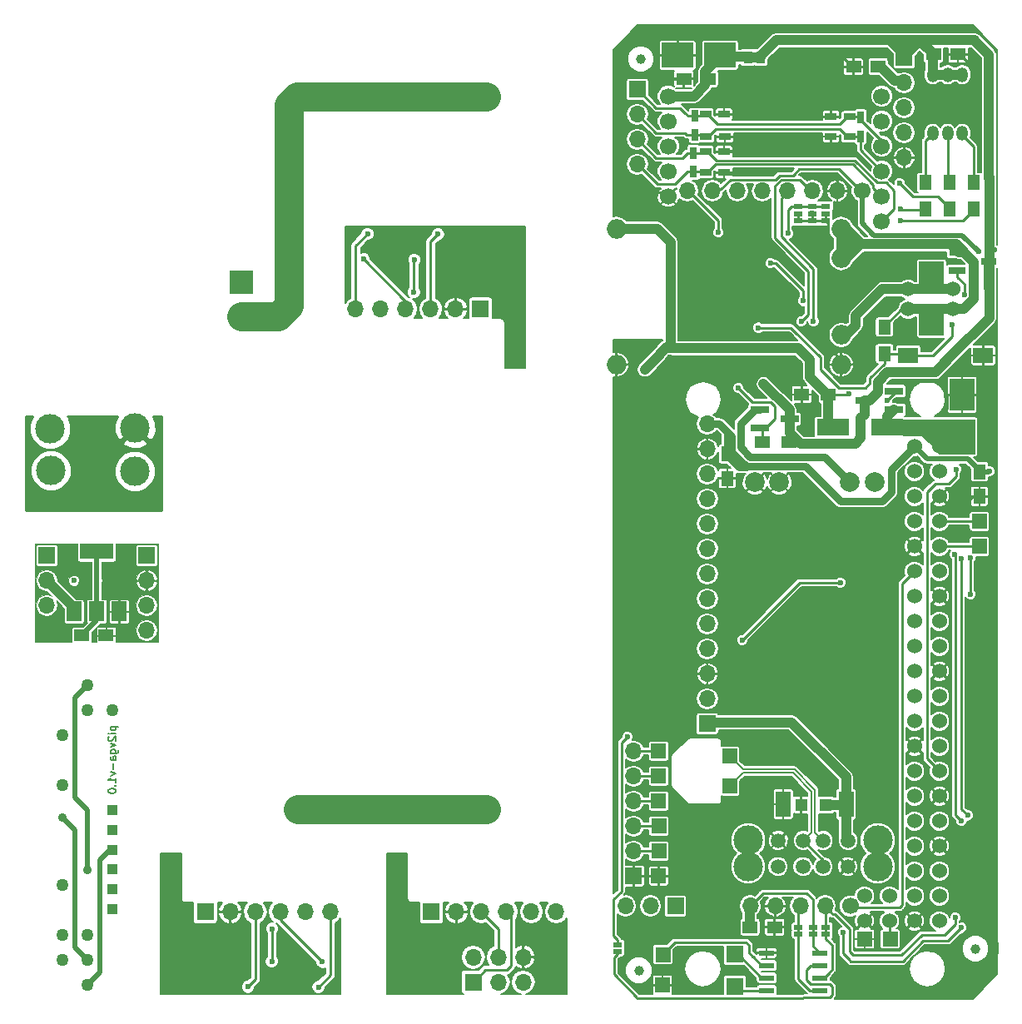
<source format=gbl>
%MOIN*%
%OFA0B0*%
%FSLAX46Y46*%
%IPPOS*%
%LPD*%
%ADD10C,0.0039370078740157488*%
%ADD11C,0.03937007874015748*%
%ADD12R,0.035433070866141732X0.01968503937007874*%
%ADD13R,0.074803149606299218X0.031496062992125991*%
%ADD14O,0.07874015748031496X0.07874015748031496*%
%ADD15R,0.066929133858267723X0.066929133858267723*%
%ADD16O,0.066929133858267723X0.066929133858267723*%
%ADD17C,0.060000000000000005*%
%ADD18R,0.051181102362204731X0.059055118110236227*%
%ADD19R,0.059055118110236227X0.059055118110236227*%
%ADD20R,0.12992125984251968X0.066929133858267723*%
%ADD21R,0.038188976377952759X0.05*%
%ADD22R,0.059055118110236227X0.051181102362204731*%
%ADD23C,0.066929133858267723*%
%ADD24R,0.0610236220472441X0.023622047244094488*%
%ADD25R,0.070866141732283464X0.068897637795275593*%
%ADD26R,0.12598425196850396X0.0984251968503937*%
%ADD27O,0.047244094488188976X0.060000000000000005*%
%ADD28R,0.049212598425196853X0.049212598425196853*%
%ADD29R,0.059055118110236227X0.049212598425196853*%
%ADD30R,0.049212598425196853X0.059055118110236227*%
%ADD31R,0.047244094488188976X0.029527559055118113*%
%ADD32R,0.029527559055118113X0.047244094488188976*%
%ADD33C,0.059055118110236227*%
%ADD34C,0.11811023622047245*%
%ADD35C,0.07874015748031496*%
%ADD36R,0.060000000000000005X0.10236220472440946*%
%ADD37R,0.0984251968503937X0.12598425196850396*%
%ADD38R,0.066929133858267723X0.031496062992125991*%
%ADD39R,0.062992125984251982X0.031496062992125991*%
%ADD40R,0.07874015748031496X0.062992125984251982*%
%ADD41C,0.023622047244094488*%
%ADD42C,0.031496062992125991*%
%ADD43C,0.01968503937007874*%
%ADD44C,0.00984251968503937*%
%ADD45C,0.03937007874015748*%
%ADD46C,0.0078740157480314977*%
%ADD47C,0.0019685039370078744*%
%ADD58C,0.0078740157480314977*%
%ADD59C,0.0984251968503937*%
%ADD60C,0.094488188976377951*%
%ADD61R,0.094488188976377951X0.094488188976377951*%
%ADD62C,0.11811023622047245*%
%ADD63C,0.0078740157480314977*%
%ADD64R,0.066929133858267723X0.066929133858267723*%
%ADD65O,0.066929133858267723X0.066929133858267723*%
%ADD66C,0.023622047244094488*%
%ADD67C,0.00984251968503937*%
%ADD68C,0.0078740157480314977*%
%ADD69R,0.066929133858267723X0.066929133858267723*%
%ADD70O,0.066929133858267723X0.066929133858267723*%
%ADD71C,0.00984251968503937*%
%ADD72C,0.0078740157480314977*%
%ADD73R,0.059055118110236227X0.049212598425196853*%
%ADD74R,0.066929133858267723X0.066929133858267723*%
%ADD75O,0.066929133858267723X0.066929133858267723*%
%ADD76R,0.13385826771653545X0.062992125984251982*%
%ADD77R,0.059055118110236227X0.07874015748031496*%
%ADD78C,0.023622047244094488*%
%ADD79C,0.01968503937007874*%
%ADD80C,0.03937007874015748*%
%ADD81C,0.0039370078740157488*%
%ADD82C,0.005905511811023622*%
%ADD83C,0.005*%
%ADD84R,0.04X0.04*%
%ADD85C,0.05*%
%ADD86C,0.035*%
%ADD87C,0.02*%
%ADD88C,0.0078740157480314977*%
%ADD89C,0.11811023622047245*%
%ADD90C,0.01*%
%ADD91C,0.0078740157480314977*%
%ADD92R,0.066929133858267723X0.066929133858267723*%
%ADD93O,0.066929133858267723X0.066929133858267723*%
%ADD94C,0.023622047244094488*%
%ADD95C,0.00984251968503937*%
%ADD96C,0.0078740157480314977*%
%LPD*%
G01G01*
D10*
D11*
X0000728346Y0005511811D02*
X0002492125Y0003783464D03*
D12*
X0003177546Y0003136411D03*
X0003177546Y0003163970D03*
X0003177546Y0003191529D03*
D13*
X0002969291Y0002304409D03*
X0002969291Y0002379212D03*
X0003087401Y0002341811D03*
D14*
X0002394661Y0003103118D03*
X0002394661Y0002559811D03*
X0003294661Y0003103118D03*
X0003294661Y0002985007D03*
X0003294661Y0002677921D03*
X0003294661Y0002559811D03*
D15*
X0002463346Y0000511811D03*
D16*
X0002463346Y0000611811D03*
X0002463346Y0000711811D03*
X0002463346Y0000811811D03*
X0002463346Y0000911810D03*
X0002463346Y0001011811D03*
D17*
X0003562346Y0002781811D03*
X0003562346Y0002861811D03*
X0003742346Y0002861811D03*
X0003742346Y0002781811D03*
D15*
X0002758346Y0001121811D03*
D16*
X0002758346Y0001221811D03*
X0002758346Y0001321811D03*
X0002758346Y0001421811D03*
X0002758346Y0001521811D03*
X0002758346Y0001621811D03*
X0002758346Y0001721810D03*
X0002758346Y0001821811D03*
X0002758346Y0001921810D03*
X0002758346Y0002021811D03*
X0002758346Y0002121811D03*
X0002758346Y0002221811D03*
X0002758346Y0002321811D03*
D18*
X0003824346Y0003288960D03*
X0003824346Y0003182661D03*
D19*
X0003848346Y0001931811D03*
X0003848346Y0001831811D03*
D15*
X0002478346Y0003661810D03*
D16*
X0002478346Y0003561811D03*
X0002478346Y0003461811D03*
X0002478346Y0003361811D03*
D20*
X0003478614Y0002307810D03*
X0003262078Y0002307810D03*
D21*
X0002971543Y0003789811D03*
X0002921149Y0003789811D03*
D15*
X0003546346Y0003787811D03*
D16*
X0003546346Y0003687811D03*
X0003546346Y0003587811D03*
X0003546346Y0003487811D03*
X0003546346Y0003387811D03*
D13*
X0003505401Y0002453212D03*
X0003505401Y0002378409D03*
X0003387291Y0002415810D03*
D22*
X0003242645Y0002439011D03*
X0003136346Y0002439011D03*
D18*
X0003728346Y0003288960D03*
X0003728346Y0003182661D03*
X0003632874Y0003288385D03*
X0003632874Y0003182086D03*
D19*
X0003490846Y0000259311D03*
X0003388346Y0000259311D03*
X0002563346Y0000511811D03*
X0002563346Y0000911810D03*
X0002563346Y0000811811D03*
X0002563346Y0001011811D03*
X0002578740Y0000074803D03*
X0002848346Y0000991810D03*
X0002848346Y0000871811D03*
X0002564346Y0000711811D03*
X0002564346Y0000611811D03*
D23*
X0002602346Y0003633811D03*
X0002602346Y0003533811D03*
X0002602346Y0003433811D03*
X0002602346Y0003333811D03*
X0002602346Y0003233811D03*
X0003456677Y0003633811D03*
X0003456677Y0003533811D03*
X0003456677Y0003433811D03*
X0003456677Y0003333811D03*
X0003456677Y0003233811D03*
X0003456677Y0003133811D03*
D22*
X0002980196Y0002249310D03*
X0003086496Y0002249310D03*
D24*
X0002995748Y0000053811D03*
X0002995748Y0000103810D03*
X0002995748Y0000153811D03*
X0002995748Y0000203810D03*
X0003208346Y0000203810D03*
X0003208346Y0000153811D03*
X0003208346Y0000103810D03*
X0003208346Y0000053811D03*
D25*
X0002868346Y0000069881D03*
X0002868346Y0000197834D03*
D26*
X0002808992Y0003797811D03*
X0002639700Y0003797811D03*
D19*
X0002580846Y0000196810D03*
D27*
X0003661417Y0003484251D03*
X0003720472Y0003484251D03*
X0003779527Y0003484251D03*
X0003661417Y0003720472D03*
X0003779527Y0003720472D03*
X0003720472Y0003720472D03*
D28*
X0003232559Y0000796811D03*
X0003134133Y0000796811D03*
D29*
X0002762346Y0003703810D03*
X0002663921Y0003703810D03*
X0003442559Y0003751810D03*
X0003344133Y0003751810D03*
D30*
X0002838346Y0002201811D03*
X0002838346Y0002103385D03*
D29*
X0003664133Y0003801811D03*
X0003762559Y0003801811D03*
D30*
X0003848346Y0002130236D03*
X0003848346Y0002031811D03*
D31*
X0003253544Y0003472411D03*
X0003328348Y0003472411D03*
D32*
X0003372346Y0003474009D03*
X0003372346Y0003548812D03*
D31*
X0003328548Y0003551411D03*
X0003253744Y0003551411D03*
X0002825349Y0003328411D03*
X0002750546Y0003328411D03*
D32*
X0002703346Y0003332409D03*
X0002703346Y0003407212D03*
D31*
X0002750944Y0003411811D03*
X0002825748Y0003411811D03*
X0002828346Y0003471811D03*
X0002753543Y0003471811D03*
D32*
X0002708346Y0003479409D03*
X0002708346Y0003554212D03*
D31*
X0002750944Y0003561811D03*
X0002825748Y0003561811D03*
D29*
X0002929133Y0000306811D03*
X0003027559Y0000306811D03*
D12*
X0002398346Y0000209310D03*
X0002398346Y0000236870D03*
X0003231946Y0003136111D03*
X0003231946Y0003163670D03*
X0003231946Y0003191229D03*
X0003122146Y0003191129D03*
X0003122146Y0003163570D03*
X0003122146Y0003136011D03*
X0003180846Y0000279251D03*
X0003180846Y0000306811D03*
X0003233346Y0000279251D03*
X0003233346Y0000306811D03*
X0003123346Y0000279251D03*
X0003123346Y0000306811D03*
D33*
X0003320767Y0000549192D03*
X0003220767Y0000549192D03*
X0003140846Y0000549192D03*
X0003040846Y0000549192D03*
D34*
X0003440846Y0000654311D03*
X0002922736Y0000654311D03*
D15*
X0002630846Y0000391810D03*
D16*
X0002530846Y0000391810D03*
X0002430846Y0000391810D03*
D33*
X0003042425Y0000653811D03*
X0003142425Y0000653811D03*
X0003222346Y0000653811D03*
X0003322346Y0000653811D03*
D34*
X0002922346Y0000548692D03*
X0003440456Y0000548692D03*
D23*
X0003330846Y0000391810D03*
D16*
X0003230846Y0000391810D03*
X0003130846Y0000391810D03*
X0003030846Y0000391810D03*
X0002930846Y0000391810D03*
D17*
X0003588346Y0002231811D03*
X0003688346Y0002231811D03*
X0003588346Y0002131810D03*
X0003688346Y0002131810D03*
X0003588346Y0002031811D03*
X0003688346Y0002031811D03*
X0003588346Y0001931811D03*
X0003688346Y0001931811D03*
X0003588346Y0001831811D03*
X0003688346Y0001831811D03*
X0003588346Y0001731811D03*
X0003688346Y0001731811D03*
X0003588346Y0001631810D03*
X0003688346Y0001631810D03*
X0003588346Y0001531811D03*
X0003688346Y0001531811D03*
X0003588346Y0001431810D03*
X0003688346Y0001431810D03*
X0003588346Y0001331811D03*
X0003688346Y0001331811D03*
X0003588346Y0001231810D03*
X0003688346Y0001231810D03*
X0003588346Y0001131811D03*
X0003688346Y0001131811D03*
X0003588346Y0001031811D03*
X0003688346Y0001031811D03*
X0003588346Y0000931811D03*
X0003688346Y0000931811D03*
X0003588346Y0000831811D03*
X0003688346Y0000831811D03*
X0003588346Y0000731810D03*
X0003688346Y0000731810D03*
X0003588346Y0000631811D03*
X0003688346Y0000631811D03*
X0003588346Y0000531810D03*
X0003688346Y0000531810D03*
X0003588346Y0000431810D03*
X0003688346Y0000431810D03*
X0003588346Y0000331810D03*
X0003688346Y0000331810D03*
X0003488346Y0000431810D03*
X0003488346Y0000331810D03*
X0003388346Y0000431810D03*
X0003388346Y0000331810D03*
D35*
X0003046881Y0002087811D03*
X0002948456Y0002087811D03*
X0003428771Y0002087811D03*
X0003330346Y0002087811D03*
D36*
X0003062629Y0000799425D03*
X0003314598Y0000799425D03*
D37*
X0003656346Y0002739165D03*
X0003656346Y0002908456D03*
X0003778346Y0002269165D03*
X0003778346Y0002438456D03*
D23*
X0003378946Y0003254811D03*
D16*
X0003278946Y0003254811D03*
X0003178946Y0003254811D03*
X0003078946Y0003254811D03*
X0002978946Y0003254811D03*
X0002878946Y0003254811D03*
X0002778946Y0003254811D03*
X0002678946Y0003254811D03*
D38*
X0003760099Y0002935609D03*
D13*
X0003764036Y0003010412D03*
D39*
X0003886083Y0002973011D03*
D18*
X0003467746Y0002603311D03*
X0003467746Y0002709611D03*
D40*
X0003863146Y0002595811D03*
X0003563146Y0002595811D03*
D11*
X0002484251Y0000133858D03*
X0003832677Y0000220472D03*
D41*
X0003888346Y0002131810D03*
X0003023346Y0002934311D03*
X0002992346Y0003129810D03*
X0002958146Y0002965011D03*
X0002943346Y0003151811D03*
X0002907746Y0002965611D03*
X0002808346Y0002891811D03*
X0002768346Y0002891811D03*
X0002728346Y0002891811D03*
X0002688346Y0002891811D03*
X0002648346Y0002891811D03*
X0002648346Y0002851811D03*
X0002688346Y0002851811D03*
X0002728346Y0002851811D03*
X0002768346Y0002851811D03*
X0002808346Y0002851811D03*
X0002808346Y0002811811D03*
X0002768346Y0002811811D03*
X0002728346Y0002811811D03*
X0002688346Y0002811811D03*
X0002648346Y0002811811D03*
X0002648346Y0002771811D03*
X0002688346Y0002771811D03*
X0002728346Y0002771811D03*
X0002768346Y0002771811D03*
X0002808346Y0002771811D03*
X0002808346Y0002731811D03*
X0002768346Y0002731811D03*
X0002728346Y0002731811D03*
X0002688346Y0002731811D03*
X0002648346Y0002731811D03*
X0003800946Y0001882010D03*
X0003800146Y0002008410D03*
X0003172946Y0003312173D03*
X0003219946Y0003311410D03*
X0003263346Y0003312173D03*
X0002928346Y0003561811D03*
X0003028346Y0003561811D03*
X0002778346Y0003611811D03*
X0002828346Y0003661810D03*
X0003128346Y0003561811D03*
X0003678346Y0003536811D03*
X0003728346Y0003536811D03*
X0003778346Y0003536811D03*
X0003778346Y0003586810D03*
X0003728346Y0003586810D03*
X0003678346Y0003586810D03*
X0003678346Y0003636811D03*
X0003728346Y0003636811D03*
X0003778346Y0003636811D03*
X0003028346Y0003761811D03*
X0003128346Y0003761811D03*
X0003228346Y0003761811D03*
X0003328346Y0003661810D03*
X0003228346Y0003661810D03*
X0003128346Y0003661810D03*
X0003028346Y0003661810D03*
X0002928346Y0003661810D03*
X0003278346Y0003611811D03*
X0003278346Y0003711811D03*
X0003178346Y0003711811D03*
X0003178346Y0003611811D03*
X0003078346Y0003611811D03*
X0002978346Y0003611811D03*
X0002878346Y0003611811D03*
X0002878346Y0003711811D03*
X0002978346Y0003711811D03*
X0003078346Y0003711811D03*
X0003078346Y0003811811D03*
X0003178346Y0003811811D03*
X0003278346Y0003811811D03*
X0002608996Y0002587811D03*
X0002536346Y0002487811D03*
X0003853346Y0000711811D03*
X0003853346Y0000611811D03*
X0003853346Y0000511811D03*
X0003853346Y0000411811D03*
X0003853346Y0000311810D03*
X0003853346Y0000136810D03*
X0003803346Y0000086811D03*
X0003703346Y0000086811D03*
X0003578346Y0000086811D03*
X0003478346Y0000086811D03*
X0003378346Y0000086811D03*
X0003278346Y0000086811D03*
X0003903346Y0001436811D03*
X0003903346Y0001536811D03*
X0003903346Y0001636811D03*
X0003903346Y0001736810D03*
X0003903346Y0001836811D03*
X0003903346Y0001936810D03*
X0003903346Y0002036811D03*
X0002453346Y0001136811D03*
X0002453346Y0001236811D03*
X0002453346Y0001336811D03*
X0002453346Y0001436811D03*
X0002453346Y0001536811D03*
X0002453346Y0001636811D03*
X0002453346Y0001736810D03*
X0002453346Y0001836811D03*
X0002453346Y0001936810D03*
X0002453346Y0002036811D03*
X0002453346Y0002136811D03*
X0002453346Y0002236811D03*
X0002453346Y0002336811D03*
X0002492346Y0002441811D03*
X0002580346Y0002531811D03*
X0003690846Y0002996811D03*
X0003655846Y0002996811D03*
X0003618346Y0002996811D03*
X0003570346Y0002997007D03*
X0003708346Y0002371811D03*
X0003708346Y0002491811D03*
X0003568346Y0002371811D03*
X0003568346Y0002491811D03*
X0002596346Y0003703810D03*
X0003062629Y0000799425D03*
X0002878346Y0003321811D03*
X0002878346Y0003411811D03*
X0003231646Y0003162711D03*
X0003179646Y0003164811D03*
X0003122346Y0003163711D03*
X0002972440Y0003897637D03*
X0003051181Y0003897637D03*
X0003110236Y0003897637D03*
X0003188976Y0003897637D03*
X0003267716Y0003897637D03*
X0003346456Y0003897637D03*
X0003425196Y0003897637D03*
X0003503937Y0003897637D03*
X0003582677Y0003897637D03*
X0003661417Y0003897637D03*
X0003740157Y0003897637D03*
X0003818897Y0003897637D03*
X0002893700Y0003897637D03*
X0002814960Y0003897637D03*
X0002736220Y0003897637D03*
X0002657480Y0003897637D03*
X0002578740Y0003897637D03*
X0002500000Y0003897637D03*
X0002401574Y0003799212D03*
X0002401574Y0003720472D03*
X0002401574Y0003641732D03*
X0002401574Y0003562992D03*
X0002401574Y0003484251D03*
X0002401574Y0003405511D03*
X0002401574Y0003326771D03*
X0002401574Y0003248031D03*
X0002401574Y0003169291D03*
X0003183746Y0002732411D03*
X0003775846Y0001781810D03*
X0003800846Y0000754310D03*
X0003775846Y0000304311D03*
X0003300846Y0000286810D03*
X0003134346Y0002731411D03*
X0003748546Y0001799411D03*
X0003775846Y0000731673D03*
X0003750846Y0000344310D03*
X0003326346Y0002443811D03*
X0002555846Y0002586811D03*
X0002508346Y0002539311D03*
X0002530846Y0002561810D03*
X0003478346Y0002416811D03*
X0003907546Y0003017811D03*
X0003083346Y0003084211D03*
X0002983746Y0002481811D03*
X0002438346Y0001069311D03*
X0003314598Y0000799425D03*
X0003314598Y0000745811D03*
X0003813346Y0001640211D03*
X0003813341Y0001785244D03*
X0003530846Y0003136811D03*
X0003528346Y0003286811D03*
X0003533346Y0003181811D03*
X0003010746Y0002965011D03*
X0003756346Y0002139811D03*
X0003140846Y0002814311D03*
X0002882946Y0002465611D03*
X0003290846Y0001686811D03*
X0002898346Y0001456811D03*
X0002802946Y0003088610D03*
X0002962606Y0002707439D03*
X0003739346Y0002718411D03*
X0003788746Y0002839611D03*
X0003844146Y0003012810D03*
D42*
X0002914704Y0002153227D02*
X0003150929Y0002153227D01*
X0003150929Y0002153227D02*
X0003155322Y0002148834D01*
X0002902559Y0002161252D02*
X0002855117Y0002208693D01*
X0002914976Y0002148834D02*
X0002902559Y0002161252D01*
X0002902559Y0002161252D02*
X0002906680Y0002161252D01*
X0002906680Y0002161252D02*
X0002914704Y0002153227D01*
X0002838346Y0002201811D02*
X0002838346Y0002196889D01*
X0002886401Y0002148834D02*
X0002914976Y0002148834D01*
X0002838346Y0002196889D02*
X0002886401Y0002148834D01*
X0002855117Y0002272365D02*
X0002835672Y0002291811D01*
X0002835672Y0002291811D02*
X0002805672Y0002321811D01*
X0002838346Y0002289137D02*
X0002835672Y0002291811D01*
X0002838346Y0002201811D02*
X0002838346Y0002289137D01*
D43*
X0003848346Y0002130236D02*
X0003886771Y0002130236D01*
X0003886771Y0002130236D02*
X0003888346Y0002131810D01*
X0003588346Y0002231811D02*
X0003638346Y0002181811D01*
X0003638346Y0002181811D02*
X0003801692Y0002181811D01*
X0003801692Y0002181811D02*
X0003848346Y0002135157D01*
X0003848346Y0002135157D02*
X0003848346Y0002130236D01*
D42*
X0003588346Y0002231811D02*
X0003496000Y0002139464D01*
X0003496000Y0002139464D02*
X0003496000Y0002049464D01*
X0003496000Y0002049464D02*
X0003458346Y0002011810D01*
X0003458346Y0002011810D02*
X0003292346Y0002011810D01*
X0003292346Y0002011810D02*
X0003155322Y0002148834D01*
X0002855117Y0002208693D02*
X0002855117Y0002272365D01*
X0002805672Y0002321811D02*
X0002758346Y0002321811D01*
D44*
X0003156346Y0000443810D02*
X0003180846Y0000419310D01*
X0003180846Y0000419310D02*
X0003180846Y0000407362D01*
X0002982346Y0000443810D02*
X0003156346Y0000443810D01*
X0002975137Y0000436602D02*
X0002982346Y0000443810D01*
X0002975137Y0000436102D02*
X0002975137Y0000436602D01*
X0003180846Y0000279251D02*
X0003180846Y0000306811D01*
X0003180846Y0000279251D02*
X0003180846Y0000231311D01*
X0003180846Y0000231311D02*
X0003208346Y0000203810D01*
X0002930846Y0000391810D02*
X0002975137Y0000436102D01*
X0003180846Y0000407362D02*
X0003180846Y0000306811D01*
D45*
X0002928346Y0000391810D02*
X0002928346Y0000307598D01*
X0002928346Y0000307598D02*
X0002929133Y0000306811D01*
X0002757559Y0002331023D02*
X0002758346Y0002331810D01*
X0003442559Y0003751810D02*
X0003453346Y0003751810D01*
X0003537346Y0003696811D02*
X0003546346Y0003687811D01*
X0003453346Y0003751810D02*
X0003508346Y0003696811D01*
X0003508346Y0003696811D02*
X0003537346Y0003696811D01*
D44*
X0002763496Y0002314960D02*
X0002778346Y0002329811D01*
X0003853346Y0000136810D02*
X0003918546Y0000202010D01*
X0003918546Y0000202010D02*
X0003918546Y0000246611D01*
X0003918546Y0000246611D02*
X0003853346Y0000311810D01*
X0003231646Y0003162711D02*
X0003231646Y0003136411D01*
X0003179646Y0003164811D02*
X0003179646Y0003138510D01*
X0003179646Y0003138510D02*
X0003177546Y0003136411D01*
X0003122346Y0003163711D02*
X0003122346Y0003136211D01*
X0003122346Y0003136211D02*
X0003122146Y0003136011D01*
X0003243346Y0003123111D02*
X0003243346Y0002630810D01*
X0003231946Y0003136111D02*
X0003231946Y0003134511D01*
X0003231946Y0003134511D02*
X0003243346Y0003123111D01*
X0003177546Y0003136411D02*
X0003231646Y0003136411D01*
X0003231646Y0003136411D02*
X0003231946Y0003136111D01*
X0003122146Y0003136011D02*
X0003177146Y0003136011D01*
X0003177146Y0003136011D02*
X0003177546Y0003136411D01*
X0002648346Y0002851811D02*
X0002648346Y0002891811D01*
X0002648346Y0002771811D02*
X0002648346Y0002811811D01*
X0002958346Y0002971811D02*
X0002983746Y0002946411D01*
X0003023346Y0002934311D02*
X0002995846Y0002934311D01*
X0002995846Y0002934311D02*
X0002983746Y0002946411D01*
X0002808346Y0002891811D02*
X0002828346Y0002891811D01*
X0002828346Y0002891811D02*
X0002908346Y0002971811D01*
X0002728346Y0002891811D02*
X0002768346Y0002891811D01*
X0002648346Y0002891811D02*
X0002688346Y0002891811D01*
X0002688346Y0002851811D02*
X0002648346Y0002851811D01*
X0002808346Y0002811811D02*
X0002808346Y0002851811D01*
X0002688346Y0002811811D02*
X0002728346Y0002811811D01*
X0002768346Y0002771811D02*
X0002728346Y0002771811D01*
X0002808346Y0002731811D02*
X0002808346Y0002771811D01*
X0002728346Y0002731811D02*
X0002768346Y0002731811D01*
X0002688346Y0002731811D02*
X0002728346Y0002731811D01*
X0002645846Y0002729311D02*
X0002648346Y0002731811D01*
X0003848346Y0002031811D02*
X0003823546Y0002031811D01*
X0003823546Y0002031811D02*
X0003800146Y0002008410D01*
X0003219946Y0003311410D02*
X0003173708Y0003311410D01*
X0003173708Y0003311410D02*
X0003172946Y0003312173D01*
X0003279346Y0003248611D02*
X0003279346Y0003296173D01*
X0003279346Y0003296173D02*
X0003263346Y0003312173D01*
X0002758346Y0002221811D02*
X0002679055Y0002221811D01*
X0002679055Y0002221811D02*
X0002663346Y0002237519D01*
X0003028346Y0003561811D02*
X0002928346Y0003561811D01*
X0002828346Y0003661810D02*
X0002778346Y0003611811D01*
X0003728346Y0003536811D02*
X0003678346Y0003536811D01*
X0003778346Y0003586810D02*
X0003778346Y0003536811D01*
X0003678346Y0003586810D02*
X0003728346Y0003586810D01*
X0003728346Y0003636811D02*
X0003678346Y0003636811D01*
X0003828346Y0003740944D02*
X0003828346Y0003686811D01*
X0003828346Y0003686811D02*
X0003778346Y0003636811D01*
X0003762559Y0003801811D02*
X0003767480Y0003801811D01*
X0003767480Y0003801811D02*
X0003828346Y0003740944D01*
X0003228346Y0003761811D02*
X0003128346Y0003761811D01*
X0003028346Y0003661810D02*
X0003128346Y0003661810D01*
X0002878346Y0003711811D02*
X0002928346Y0003661810D01*
X0003278346Y0003711811D02*
X0003278346Y0003611811D01*
X0003178346Y0003611811D02*
X0003178346Y0003711811D01*
X0002978346Y0003611811D02*
X0003078346Y0003611811D01*
X0002878346Y0003711811D02*
X0002878346Y0003611811D01*
X0003078346Y0003711811D02*
X0002978346Y0003711811D01*
X0003178346Y0003811811D02*
X0003078346Y0003811811D01*
X0003344133Y0003751810D02*
X0003338346Y0003751810D01*
X0003338346Y0003751810D02*
X0003278346Y0003811811D01*
X0002608996Y0002571107D02*
X0002608996Y0002587811D01*
X0002608996Y0002291869D02*
X0002608996Y0002571107D01*
X0002663346Y0002237519D02*
X0002608996Y0002291869D01*
X0003853346Y0000611811D02*
X0003853346Y0000711811D01*
X0003853346Y0000411811D02*
X0003853346Y0000511811D01*
X0003803346Y0000086811D02*
X0003853346Y0000136810D01*
X0003678346Y0000061810D02*
X0003703346Y0000086811D01*
X0003603346Y0000061810D02*
X0003678346Y0000061810D01*
X0003578346Y0000086811D02*
X0003603346Y0000061810D01*
X0003478346Y0000086811D02*
X0003578346Y0000086811D01*
X0003278346Y0000086811D02*
X0003378346Y0000086811D01*
X0003903346Y0001536811D02*
X0003903346Y0001436811D01*
X0003903346Y0001736810D02*
X0003903346Y0001636811D01*
X0003903346Y0001936810D02*
X0003903346Y0001836811D01*
X0003848346Y0002031811D02*
X0003898346Y0002031811D01*
X0003898346Y0002031811D02*
X0003903346Y0002036811D01*
X0002453346Y0001336811D02*
X0002453346Y0001236811D01*
X0002453346Y0001536811D02*
X0002453346Y0001436811D01*
X0002453346Y0001736810D02*
X0002453346Y0001636811D01*
X0002453346Y0001936810D02*
X0002453346Y0001836811D01*
X0002453346Y0002136811D02*
X0002453346Y0002036811D01*
X0002453346Y0002336811D02*
X0002453346Y0002236811D01*
X0003618346Y0002996811D02*
X0003658346Y0002996811D01*
X0003708346Y0002371811D02*
X0003718346Y0002381811D01*
X0003718346Y0002437511D02*
X0003718346Y0002381811D01*
X0003719291Y0002438456D02*
X0003718346Y0002437511D01*
X0003698346Y0002491811D02*
X0003568346Y0002491811D01*
X0003706472Y0002491811D02*
X0003698346Y0002491811D01*
X0003708346Y0002449401D02*
X0003708346Y0002489937D01*
X0003708346Y0002489937D02*
X0003706472Y0002491811D01*
X0003778346Y0002438456D02*
X0003719291Y0002438456D01*
X0003719291Y0002438456D02*
X0003708346Y0002449401D01*
X0002663921Y0003703810D02*
X0002596346Y0003703810D01*
X0003243346Y0002630810D02*
X0003314346Y0002559811D01*
X0002878346Y0003321811D02*
X0002825748Y0003321811D01*
X0002825748Y0003416811D02*
X0002873346Y0003416811D01*
X0002873346Y0003416811D02*
X0002878346Y0003411811D01*
X0002401574Y0003169291D02*
X0002401574Y0003248031D01*
X0002602346Y0003233811D02*
X0002588125Y0003248031D01*
X0002588125Y0003248031D02*
X0002401574Y0003248031D01*
X0002893700Y0003897637D02*
X0002972440Y0003897637D01*
X0003051181Y0003897637D02*
X0003110236Y0003897637D01*
X0003188976Y0003897637D02*
X0003267716Y0003897637D01*
X0003346456Y0003897637D02*
X0003425196Y0003897637D01*
X0003503937Y0003897637D02*
X0003582677Y0003897637D01*
X0003661417Y0003897637D02*
X0003740157Y0003897637D01*
X0002736220Y0003897637D02*
X0002814960Y0003897637D01*
X0002578740Y0003897637D02*
X0002657480Y0003897637D01*
X0002401574Y0003799212D02*
X0002500000Y0003897637D01*
X0002401574Y0003641732D02*
X0002401574Y0003720472D01*
X0002401574Y0003484251D02*
X0002401574Y0003562992D01*
X0002401574Y0003326771D02*
X0002401574Y0003405511D01*
X0003372346Y0000315811D02*
X0003388346Y0000331810D01*
X0003478614Y0002307810D02*
X0003553417Y0002307810D01*
X0003553417Y0002307810D02*
X0003554417Y0002306811D01*
D45*
X0003478614Y0002307810D02*
X0003478614Y0002351622D01*
X0003478614Y0002351622D02*
X0003505401Y0002378409D01*
X0003478614Y0002307810D02*
X0003478614Y0002311196D01*
D44*
X0002463346Y0000611811D02*
X0002510672Y0000611811D01*
X0002510672Y0000611811D02*
X0002564346Y0000611811D01*
X0003183746Y0002732411D02*
X0003183746Y0002942011D01*
X0003053946Y0003071811D02*
X0003053946Y0003223211D01*
X0003183746Y0002942011D02*
X0003053946Y0003071811D01*
X0003053946Y0003223211D02*
X0003054146Y0003223411D01*
X0003054146Y0003223411D02*
X0003079346Y0003248611D01*
X0003800846Y0000754310D02*
X0003775846Y0000779311D01*
X0003775846Y0000779311D02*
X0003775846Y0001401810D01*
X0003775846Y0001401810D02*
X0003775846Y0001781810D01*
X0003123346Y0000306811D02*
X0003123346Y0000279251D01*
X0003770846Y0000299310D02*
X0003775846Y0000304311D01*
X0003766594Y0000295059D02*
X0003770846Y0000299310D01*
X0003723346Y0000251810D02*
X0003766594Y0000295059D01*
X0003623346Y0000251810D02*
X0003723346Y0000251810D01*
X0003540846Y0000169311D02*
X0003623346Y0000251810D01*
X0003333346Y0000169311D02*
X0003540846Y0000169311D01*
X0003324094Y0000178562D02*
X0003333346Y0000169311D01*
X0003300846Y0000201811D02*
X0003324094Y0000178562D01*
X0003300846Y0000286810D02*
X0003300846Y0000201811D01*
X0003123346Y0000306811D02*
X0003123346Y0000386810D01*
X0003123346Y0000386810D02*
X0003128346Y0000391810D01*
X0003208346Y0000053811D02*
X0003167992Y0000053811D01*
X0003167992Y0000053811D02*
X0003123346Y0000098456D01*
X0003123346Y0000098456D02*
X0003123346Y0000259566D01*
X0003123346Y0000259566D02*
X0003123346Y0000279251D01*
X0003208346Y0000053811D02*
X0003227047Y0000053811D01*
X0003134346Y0002731411D02*
X0003163484Y0002760548D01*
X0003163484Y0002760548D02*
X0003163484Y0002932873D01*
X0003163484Y0002932873D02*
X0003030133Y0003066223D01*
X0003030133Y0003066223D02*
X0003030133Y0003276366D01*
X0003030133Y0003276366D02*
X0003054577Y0003300811D01*
X0003054577Y0003300811D02*
X0003127146Y0003300811D01*
X0003127146Y0003300811D02*
X0003135055Y0003292902D01*
X0003135055Y0003292902D02*
X0003179346Y0003248611D01*
X0003750846Y0001771811D02*
X0003750846Y0001801811D01*
X0003750846Y0001801811D02*
X0003748346Y0001804310D01*
X0003750846Y0001771811D02*
X0003750846Y0001781948D01*
X0003750846Y0000756811D02*
X0003750846Y0001771811D01*
X0003233346Y0000306811D02*
X0003233346Y0000279251D01*
X0003233346Y0000306811D02*
X0003233346Y0000386810D01*
X0003233346Y0000386810D02*
X0003261810Y0000358346D01*
X0003535846Y0000194310D02*
X0003618346Y0000276811D01*
X0003261810Y0000358346D02*
X0003269310Y0000358346D01*
X0003269310Y0000358346D02*
X0003328346Y0000299310D01*
X0003328346Y0000299310D02*
X0003328346Y0000209310D01*
X0003328346Y0000209310D02*
X0003343346Y0000194310D01*
X0003343346Y0000194310D02*
X0003535846Y0000194310D01*
X0003750846Y0000319311D02*
X0003750846Y0000344310D01*
X0003618346Y0000276811D02*
X0003708346Y0000276811D01*
X0003708346Y0000276811D02*
X0003750846Y0000319311D01*
X0003778208Y0000729311D02*
X0003775846Y0000731673D01*
X0003775846Y0000731673D02*
X0003750846Y0000756673D01*
X0003750846Y0000756673D02*
X0003750846Y0000756811D01*
X0003750846Y0000344310D02*
X0003750846Y0000349311D01*
X0003258346Y0000234566D02*
X0003258346Y0000136810D01*
X0003250047Y0000126811D02*
X0003250047Y0000128511D01*
X0003250047Y0000128511D02*
X0003258346Y0000136810D01*
X0003250047Y0000126811D02*
X0003227047Y0000103810D01*
X0003227047Y0000103810D02*
X0003208346Y0000103810D01*
X0003233346Y0000279251D02*
X0003233346Y0000259566D01*
X0003233346Y0000259566D02*
X0003258346Y0000234566D01*
X0002463346Y0000811811D02*
X0002563346Y0000811811D01*
X0002463346Y0000911810D02*
X0002510672Y0000911810D01*
X0002510672Y0000911810D02*
X0002563346Y0000911810D01*
X0003456677Y0003433811D02*
X0003456677Y0003455623D01*
X0003456677Y0003455623D02*
X0003372346Y0003539954D01*
X0003372346Y0003539954D02*
X0003372346Y0003548812D01*
X0003328548Y0003551411D02*
X0003369748Y0003551411D01*
X0003369748Y0003551411D02*
X0003372346Y0003548812D01*
X0002750944Y0003561811D02*
X0002759803Y0003561811D01*
X0002759803Y0003561811D02*
X0002799803Y0003521811D01*
X0002799803Y0003521811D02*
X0003290089Y0003521811D01*
X0003290089Y0003521811D02*
X0003319689Y0003551411D01*
X0003319689Y0003551411D02*
X0003328548Y0003551411D01*
X0002708346Y0003554212D02*
X0002743346Y0003554212D01*
X0002743346Y0003554212D02*
X0002750944Y0003561811D01*
X0002668346Y0003566811D02*
X0002680944Y0003554212D01*
X0002680944Y0003554212D02*
X0002708346Y0003554212D01*
X0002478346Y0003661810D02*
X0002553346Y0003586810D01*
X0002553346Y0003586810D02*
X0002648346Y0003586810D01*
X0002648346Y0003586810D02*
X0002668346Y0003566811D01*
X0003372346Y0003474009D02*
X0003372346Y0003418141D01*
X0003372346Y0003418141D02*
X0003456677Y0003333811D01*
X0003328348Y0003472411D02*
X0003370748Y0003472411D01*
X0003370748Y0003472411D02*
X0003372346Y0003474009D01*
X0002753543Y0003471811D02*
X0002762401Y0003471811D01*
X0002762401Y0003471811D02*
X0002792401Y0003501811D01*
X0002792401Y0003501811D02*
X0003290089Y0003501811D01*
X0003290089Y0003501811D02*
X0003319489Y0003472411D01*
X0003319489Y0003472411D02*
X0003328348Y0003472411D01*
X0002708346Y0003479409D02*
X0002745944Y0003479409D01*
X0002745944Y0003479409D02*
X0002753543Y0003471811D01*
X0002668070Y0003486811D02*
X0002675472Y0003479409D01*
X0002675472Y0003479409D02*
X0002708346Y0003479409D01*
X0002478346Y0003561811D02*
X0002553346Y0003486811D01*
X0002553346Y0003486811D02*
X0002668070Y0003486811D01*
X0003455149Y0003332283D02*
X0003456677Y0003333811D01*
X0002759404Y0003328411D02*
X0002792056Y0003361062D01*
X0002792056Y0003361062D02*
X0002805098Y0003361062D01*
X0002805098Y0003361062D02*
X0003341602Y0003361062D01*
X0003341602Y0003361062D02*
X0003423212Y0003279452D01*
X0003423212Y0003279452D02*
X0003423212Y0003267275D01*
X0003423212Y0003267275D02*
X0003456677Y0003233811D01*
X0003448677Y0003225811D02*
X0003456677Y0003233811D01*
X0002478346Y0003361811D02*
X0002558346Y0003281811D01*
X0002703346Y0003332409D02*
X0002740346Y0003332409D01*
X0002740346Y0003332409D02*
X0002750944Y0003321811D01*
X0002558346Y0003281811D02*
X0002628141Y0003281811D01*
X0002628141Y0003281811D02*
X0002678740Y0003332409D01*
X0002678740Y0003332409D02*
X0002703346Y0003332409D01*
X0002750944Y0003411811D02*
X0002759803Y0003411811D01*
X0002759803Y0003411811D02*
X0002794803Y0003376811D01*
X0002794803Y0003376811D02*
X0003338346Y0003376811D01*
X0003338346Y0003376811D02*
X0003338346Y0003376810D01*
X0003348125Y0003376810D02*
X0003437325Y0003287611D01*
X0003338346Y0003376810D02*
X0003348125Y0003376810D01*
X0003437325Y0003287611D02*
X0003475146Y0003287611D01*
X0003505346Y0003257410D02*
X0003505346Y0003182480D01*
X0003475146Y0003287611D02*
X0003505346Y0003257410D01*
X0003505346Y0003182480D02*
X0003456677Y0003133811D01*
X0002478346Y0003461811D02*
X0002553346Y0003386811D01*
X0002750944Y0003416811D02*
X0002741346Y0003407212D01*
X0002741346Y0003407212D02*
X0002703346Y0003407212D01*
X0002553346Y0003386811D02*
X0002658338Y0003386811D01*
X0002658338Y0003386811D02*
X0002678740Y0003407212D01*
X0002678740Y0003407212D02*
X0002703346Y0003407212D01*
D45*
X0002555846Y0002586811D02*
X0002508346Y0002539311D01*
X0002394661Y0003103118D02*
X0002557639Y0003103118D01*
X0002557639Y0003103118D02*
X0002610944Y0003049812D01*
X0002610944Y0003049812D02*
X0002610944Y0002637708D01*
X0002610944Y0002637708D02*
X0002598448Y0002625212D01*
X0003169746Y0002578261D02*
X0003122795Y0002625212D01*
X0002594746Y0002628915D02*
X0002567657Y0002601826D01*
X0003122795Y0002625212D02*
X0002598448Y0002625212D01*
X0002598448Y0002625212D02*
X0002594746Y0002628915D01*
X0002567657Y0002601826D02*
X0002567657Y0002598622D01*
X0002567657Y0002598622D02*
X0002555846Y0002586811D01*
D44*
X0003242645Y0002439011D02*
X0003321546Y0002439011D01*
X0003321546Y0002439011D02*
X0003326346Y0002443811D01*
X0003242645Y0002439011D02*
X0003275546Y0002439011D01*
D45*
X0003242645Y0002439011D02*
X0003242645Y0002327244D01*
X0003242645Y0002327244D02*
X0003262078Y0002307810D01*
X0003169746Y0002578261D02*
X0003169746Y0002507973D01*
X0003169746Y0002507973D02*
X0003238708Y0002439011D01*
X0003238708Y0002439011D02*
X0003242645Y0002439011D01*
D42*
X0002530846Y0002561810D02*
X0002508346Y0002539311D01*
X0002565846Y0002596811D02*
X0002530846Y0002561810D01*
X0002428346Y0000391810D02*
X0002428346Y0000393740D01*
D44*
X0003478346Y0002416811D02*
X0003508346Y0002446811D01*
X0003508346Y0002446811D02*
X0003503346Y0002451810D01*
X0003503346Y0002451810D02*
X0003505401Y0002453212D01*
D45*
X0003251196Y0002318692D02*
X0003262078Y0002307810D01*
X0003293574Y0002307810D02*
X0003262078Y0002307810D01*
D44*
X0003177546Y0003191529D02*
X0003231646Y0003191529D01*
X0003231646Y0003191529D02*
X0003231946Y0003191229D01*
X0003122146Y0003191129D02*
X0003177146Y0003191129D01*
X0003177146Y0003191129D02*
X0003177546Y0003191529D01*
X0003083346Y0003084211D02*
X0003083346Y0003164111D01*
X0003083346Y0003164111D02*
X0003083346Y0003179888D01*
X0003083346Y0003179888D02*
X0003094587Y0003191129D01*
X0003094587Y0003191129D02*
X0003122146Y0003191129D01*
X0003887346Y0002999864D02*
X0003889600Y0002999864D01*
X0003889600Y0002999864D02*
X0003907546Y0003017811D01*
D45*
X0003887346Y0002863811D02*
X0003887346Y0003014411D01*
X0003887346Y0003014411D02*
X0003887346Y0003236811D01*
D44*
X0003887346Y0002999864D02*
X0003887346Y0003014411D01*
X0003886083Y0002973011D02*
X0003886083Y0002998601D01*
X0003886083Y0002998601D02*
X0003887346Y0002999864D01*
D45*
X0003736746Y0002594611D02*
X0003887346Y0002745211D01*
X0003707946Y0002565811D02*
X0003736746Y0002594611D01*
X0003615946Y0002529212D02*
X0003480748Y0002529212D01*
X0003736746Y0002594611D02*
X0003671348Y0002529212D01*
X0003671348Y0002529212D02*
X0003615946Y0002529212D01*
X0003480748Y0002529212D02*
X0003480283Y0002528747D01*
X0003887346Y0002863811D02*
X0003886083Y0002865074D01*
X0003886083Y0002865074D02*
X0003886083Y0002973011D01*
X0003087401Y0002341811D02*
X0003087401Y0002378155D01*
X0003087401Y0002378155D02*
X0002983746Y0002481811D01*
X0003387291Y0002415810D02*
X0003407385Y0002415810D01*
X0003407385Y0002415810D02*
X0003442015Y0002450440D01*
X0003442015Y0002450440D02*
X0003442015Y0002489748D01*
X0003442015Y0002489748D02*
X0003480283Y0002528015D01*
X0003480283Y0002528015D02*
X0003480283Y0002528747D01*
X0003887346Y0002745211D02*
X0003887346Y0002862811D01*
X0002602346Y0003633811D02*
X0002706346Y0003633811D01*
X0002706346Y0003633811D02*
X0002750346Y0003677811D01*
X0002750346Y0003677811D02*
X0002750346Y0003703810D01*
X0002921149Y0003789811D02*
X0002971543Y0003789811D01*
X0003490346Y0003858267D02*
X0003064346Y0003858267D01*
X0003064346Y0003858267D02*
X0003034094Y0003858267D01*
X0003034094Y0003858267D02*
X0002971543Y0003795716D01*
X0002971543Y0003795716D02*
X0002971543Y0003789811D01*
X0002808346Y0003791338D02*
X0002919622Y0003791338D01*
X0002919622Y0003791338D02*
X0002921149Y0003789811D01*
X0002750346Y0003703810D02*
X0002750346Y0003733338D01*
X0002750346Y0003733338D02*
X0002808346Y0003791338D01*
D43*
X0003086496Y0002249310D02*
X0003086496Y0002285787D01*
X0003086496Y0002285787D02*
X0003087401Y0002286692D01*
D45*
X0003387291Y0002415810D02*
X0003387291Y0002360692D01*
X0003387291Y0002360692D02*
X0003373346Y0002346748D01*
X0003373346Y0002346748D02*
X0003373346Y0002264310D01*
X0003373346Y0002264310D02*
X0003350846Y0002241810D01*
X0003350846Y0002241810D02*
X0003132283Y0002241810D01*
X0003132283Y0002241810D02*
X0003087401Y0002286692D01*
X0003087401Y0002286692D02*
X0003087401Y0002341811D01*
X0003661417Y0003720472D02*
X0003661417Y0003799094D01*
X0003661417Y0003799094D02*
X0003664133Y0003801811D01*
X0003779527Y0003720472D02*
X0003720472Y0003720472D01*
X0003661417Y0003720472D02*
X0003720472Y0003720472D01*
X0003612346Y0003858267D02*
X0003612346Y0003853598D01*
X0003612346Y0003853598D02*
X0003664133Y0003801811D01*
X0003612346Y0003858267D02*
X0003548346Y0003858267D01*
X0003548346Y0003858267D02*
X0003490346Y0003858267D01*
X0003546346Y0003787811D02*
X0003546346Y0003856267D01*
X0003546346Y0003856267D02*
X0003548346Y0003858267D01*
X0003546346Y0003787811D02*
X0003546346Y0003802267D01*
X0003546346Y0003802267D02*
X0003490346Y0003858267D01*
X0003828740Y0003858267D02*
X0003612346Y0003858267D01*
X0003546346Y0003792267D02*
X0003612346Y0003858267D01*
X0003546346Y0003787811D02*
X0003546346Y0003792267D01*
X0003886346Y0003788968D02*
X0003886346Y0003798811D01*
X0003886346Y0003798811D02*
X0003826740Y0003858417D01*
X0003886346Y0003307078D02*
X0003886346Y0003788811D01*
X0003887346Y0003237811D02*
X0003887346Y0003308086D01*
D44*
X0002414370Y0000450334D02*
X0002382874Y0000418838D01*
X0002414370Y0000450334D02*
X0002414370Y0001045334D01*
X0002414370Y0001045334D02*
X0002419055Y0001050019D01*
X0002438346Y0001069311D02*
X0002419055Y0001050019D01*
X0002382874Y0000418838D02*
X0002382874Y0000272027D01*
X0002382874Y0000272027D02*
X0002398346Y0000256555D01*
X0002398346Y0000256555D02*
X0002398346Y0000236870D01*
X0002398346Y0000241810D02*
X0002398346Y0000236870D01*
D45*
X0003562346Y0002861811D02*
X0003604346Y0002861811D01*
X0003604346Y0002861811D02*
X0003742346Y0002861811D01*
D44*
X0003656346Y0002908456D02*
X0003650992Y0002908456D01*
X0003650992Y0002908456D02*
X0003604346Y0002861811D01*
D45*
X0003353716Y0002755181D02*
X0003460346Y0002861811D01*
X0003460346Y0002861811D02*
X0003562346Y0002861811D01*
X0003314346Y0002677921D02*
X0003353716Y0002717291D01*
X0003353716Y0002717291D02*
X0003353716Y0002755181D01*
X0003314598Y0000792535D02*
X0003314598Y0000745811D01*
X0003314598Y0000745811D02*
X0003314598Y0000661559D01*
X0002758346Y0001126810D02*
X0003095846Y0001126810D01*
X0003095846Y0001126810D02*
X0003314598Y0000908059D01*
X0003314598Y0000908059D02*
X0003314598Y0000792535D01*
X0003232559Y0000796811D02*
X0003310322Y0000796811D01*
X0003310322Y0000796811D02*
X0003314598Y0000792535D01*
X0003314598Y0000661559D02*
X0003322346Y0000653811D01*
D44*
X0003813341Y0001785244D02*
X0003813341Y0001640215D01*
X0003813341Y0001640215D02*
X0003813346Y0001640211D01*
X0003545952Y0003492125D02*
X0003546346Y0003492519D01*
X0003142425Y0000653811D02*
X0003220767Y0000575468D01*
X0003220767Y0000575468D02*
X0003220767Y0000549192D01*
D46*
X0003174905Y0000686291D02*
X0003174905Y0000850673D01*
X0002900866Y0000924330D02*
X0002848346Y0000871811D01*
X0003142425Y0000653811D02*
X0003174905Y0000686291D01*
X0003174905Y0000850673D02*
X0003101248Y0000924330D01*
X0003101248Y0000924330D02*
X0002900866Y0000924330D01*
X0003222346Y0000653811D02*
X0003189866Y0000686291D01*
X0003189866Y0000686291D02*
X0003189866Y0000856870D01*
X0003107444Y0000939291D02*
X0002900866Y0000939291D01*
X0003189866Y0000856870D02*
X0003107444Y0000939291D01*
X0002900866Y0000939291D02*
X0002848346Y0000991810D01*
D44*
X0003530846Y0003136811D02*
X0003782433Y0003136811D01*
X0003782433Y0003136811D02*
X0003824346Y0003178724D01*
X0003824346Y0003178724D02*
X0003824346Y0003182661D01*
X0003683133Y0003231811D02*
X0003583346Y0003231811D01*
X0003583346Y0003231811D02*
X0003528346Y0003286811D01*
X0003728346Y0003186598D02*
X0003683133Y0003231811D01*
X0003728346Y0003186598D02*
X0003728346Y0003182661D01*
X0003632346Y0003180661D02*
X0003534496Y0003180661D01*
X0003534496Y0003180661D02*
X0003533346Y0003181811D01*
X0003848346Y0001931811D02*
X0003688346Y0001931811D01*
X0003688346Y0001831811D02*
X0003848346Y0001831811D01*
X0003049246Y0002948411D02*
X0003140846Y0002856811D01*
X0003049246Y0002948411D02*
X0003032646Y0002965011D01*
X0003032646Y0002965011D02*
X0003010746Y0002965011D01*
X0003755846Y0002111811D02*
X0003755846Y0002139310D01*
X0003755846Y0002139310D02*
X0003756346Y0002139811D01*
X0003140846Y0002856811D02*
X0003140846Y0002814311D01*
X0003638346Y0002049310D02*
X0003670846Y0002081811D01*
X0003688346Y0000931811D02*
X0003638346Y0000981811D01*
X0003638346Y0000981811D02*
X0003638346Y0002049310D01*
X0003725846Y0002081811D02*
X0003755846Y0002111811D01*
X0003670846Y0002081811D02*
X0003725846Y0002081811D01*
X0003140846Y0002821811D02*
X0003140846Y0002814311D01*
X0002995748Y0000053811D02*
X0002880393Y0000053811D01*
X0002880393Y0000053811D02*
X0002870346Y0000063858D01*
X0002870346Y0000191811D02*
X0002889047Y0000191811D01*
X0002889047Y0000191811D02*
X0002977047Y0000103810D01*
X0002977047Y0000103810D02*
X0002995748Y0000103810D01*
X0003488346Y0000331810D02*
X0003488346Y0000256810D01*
X0003488346Y0000256810D02*
X0003489346Y0000255811D01*
X0003028346Y0002392795D02*
X0003019930Y0002401210D01*
X0002940346Y0002408211D02*
X0003012930Y0002408211D01*
X0003012930Y0002408211D02*
X0003019930Y0002401210D01*
X0002940346Y0002408211D02*
X0002956418Y0002408211D01*
X0002882946Y0002465611D02*
X0002940346Y0002408211D01*
X0003028346Y0002341811D02*
X0003028346Y0002392795D01*
X0002969291Y0002304409D02*
X0002990944Y0002304409D01*
X0002990944Y0002304409D02*
X0003028346Y0002341811D01*
X0002980196Y0002249310D02*
X0002980196Y0002293503D01*
X0002980196Y0002293503D02*
X0002969291Y0002304409D01*
D42*
X0002969291Y0002379212D02*
X0002947637Y0002379212D01*
X0002892519Y0002324094D02*
X0002892519Y0002228306D01*
X0002947637Y0002379212D02*
X0002892519Y0002324094D01*
X0002892519Y0002228306D02*
X0002930196Y0002190629D01*
X0002930196Y0002190629D02*
X0003227527Y0002190629D01*
X0003227527Y0002190629D02*
X0003330346Y0002087811D01*
D44*
X0003824346Y0003288960D02*
X0003824346Y0003433055D01*
X0003824346Y0003433055D02*
X0003779527Y0003477874D01*
X0003779527Y0003477874D02*
X0003779527Y0003484251D01*
X0003720472Y0003484251D02*
X0003720472Y0003296834D01*
X0003720472Y0003296834D02*
X0003728346Y0003288960D01*
X0003632346Y0003286960D02*
X0003632346Y0003455181D01*
X0003632346Y0003455181D02*
X0003661417Y0003484251D01*
X0002925846Y0000234311D02*
X0002913346Y0000246811D01*
X0002940145Y0000190011D02*
X0002925846Y0000204311D01*
X0002925846Y0000204311D02*
X0002925846Y0000234311D01*
X0002940846Y0000190011D02*
X0002940145Y0000190011D01*
X0002995748Y0000153811D02*
X0002977047Y0000153811D01*
X0002977047Y0000153811D02*
X0002940846Y0000190011D01*
X0002628346Y0000246811D02*
X0002580846Y0000199311D01*
X0002913346Y0000246811D02*
X0002628346Y0000246811D01*
X0002580846Y0000199311D02*
X0002580846Y0000196810D01*
X0002463346Y0000711811D02*
X0002510672Y0000711811D01*
X0002510672Y0000711811D02*
X0002564346Y0000711811D01*
X0003538346Y0000571811D02*
X0003538346Y0001681811D01*
X0003538346Y0001681811D02*
X0003588346Y0001731811D01*
X0003538346Y0000571811D02*
X0003538346Y0000394311D01*
X0003538346Y0000394311D02*
X0003535846Y0000391810D01*
X0003535846Y0000391810D02*
X0003528346Y0000384311D01*
X0003528346Y0000384311D02*
X0003338346Y0000384311D01*
X0003338346Y0000384311D02*
X0003330846Y0000391810D01*
X0002463346Y0001011811D02*
X0002563346Y0001011811D01*
X0003290846Y0001686811D02*
X0003128346Y0001686811D01*
X0003128346Y0001686811D02*
X0002898346Y0001456811D01*
X0003208346Y0000153811D02*
X0003172846Y0000153811D01*
X0003172846Y0000153811D02*
X0003155846Y0000136810D01*
X0002824346Y0000023811D02*
X0002476346Y0000023811D01*
X0002824570Y0000024035D02*
X0002824346Y0000023811D01*
X0003258346Y0000034310D02*
X0003248346Y0000024311D01*
X0003248444Y0000079310D02*
X0003258346Y0000069409D01*
X0003155846Y0000094310D02*
X0003170846Y0000079310D01*
X0003155846Y0000136810D02*
X0003155846Y0000094310D01*
X0003170846Y0000079310D02*
X0003248444Y0000079310D01*
X0003258346Y0000069409D02*
X0003258346Y0000034310D01*
X0003248346Y0000024311D02*
X0003142846Y0000024311D01*
X0002384346Y0000117811D02*
X0002384346Y0000185811D01*
X0003142846Y0000024311D02*
X0003142570Y0000024035D01*
X0002476346Y0000023811D02*
X0002476346Y0000025810D01*
X0002398346Y0000199810D02*
X0002398346Y0000209310D01*
X0003142570Y0000024035D02*
X0002824570Y0000024035D01*
X0002476346Y0000025810D02*
X0002384346Y0000117811D01*
X0002384346Y0000185811D02*
X0002398346Y0000199810D01*
X0002678746Y0003260011D02*
X0002802946Y0003135810D01*
X0002802946Y0003135810D02*
X0002802946Y0003088610D01*
X0003102855Y0002697011D02*
X0003212346Y0002587519D01*
X0002962606Y0002707439D02*
X0003092426Y0002707439D01*
X0003092426Y0002707439D02*
X0003102855Y0002697011D01*
X0003739346Y0002718411D02*
X0003739346Y0002701707D01*
X0003739346Y0002701707D02*
X0003739346Y0002672011D01*
X0003739346Y0002672011D02*
X0003663146Y0002595811D01*
X0003663146Y0002595811D02*
X0003563146Y0002595811D01*
X0003760099Y0002935609D02*
X0003760099Y0002910018D01*
X0003788746Y0002881371D02*
X0003788746Y0002839611D01*
X0003760099Y0002910018D02*
X0003788746Y0002881371D01*
X0003410346Y0002506541D02*
X0003467746Y0002563941D01*
X0003212346Y0002587519D02*
X0003212346Y0002540686D01*
X0003286584Y0002466448D02*
X0003390584Y0002466448D01*
X0003467746Y0002563941D02*
X0003467746Y0002603311D01*
X0003212346Y0002540686D02*
X0003286584Y0002466448D01*
X0003390584Y0002466448D02*
X0003410346Y0002486211D01*
X0003410346Y0002486211D02*
X0003410346Y0002506541D01*
X0003467746Y0002603311D02*
X0003555645Y0002603311D01*
X0003555645Y0002603311D02*
X0003563146Y0002595811D01*
D45*
X0003294661Y0002985007D02*
X0003294661Y0003103118D01*
X0003732637Y0003041811D02*
X0003754291Y0003041811D01*
X0003754291Y0003041811D02*
X0003827028Y0002969073D01*
D44*
X0003656346Y0002739165D02*
X0003663700Y0002739165D01*
X0003663700Y0002739165D02*
X0003706346Y0002781811D01*
D45*
X0003742346Y0002781811D02*
X0003784772Y0002781811D01*
X0003784772Y0002781811D02*
X0003827028Y0002824066D01*
X0003827028Y0002969073D02*
X0003785689Y0003010412D01*
X0003827028Y0002824066D02*
X0003827028Y0002969073D01*
X0003785689Y0003010412D02*
X0003764036Y0003010412D01*
D44*
X0003467746Y0002709611D02*
X0003467746Y0002713548D01*
X0003467746Y0002713548D02*
X0003536009Y0002781811D01*
X0003536009Y0002781811D02*
X0003562346Y0002781811D01*
D45*
X0003375653Y0003041811D02*
X0003732637Y0003041811D01*
X0003732637Y0003041811D02*
X0003764036Y0003010412D01*
X0003562346Y0002781811D02*
X0003706346Y0002781811D01*
X0003706346Y0002781811D02*
X0003742346Y0002781811D01*
X0003314346Y0003103118D02*
X0003314346Y0003051810D01*
X0003314346Y0003051810D02*
X0003314346Y0002985007D01*
X0003375653Y0003041811D02*
X0003324346Y0003041811D01*
X0003324346Y0003041811D02*
X0003314346Y0003051810D01*
X0003375653Y0003041811D02*
X0003371149Y0003041811D01*
X0003371149Y0003041811D02*
X0003314346Y0002985007D01*
X0003314346Y0003103118D02*
X0003375653Y0003041811D01*
D43*
X0003776312Y0003077244D02*
X0003779712Y0003077244D01*
X0003779712Y0003077244D02*
X0003844146Y0003012810D01*
X0003426712Y0003077244D02*
X0003776312Y0003077244D01*
X0003378946Y0003125611D02*
X0003378946Y0003125011D01*
X0003378946Y0003125011D02*
X0003426712Y0003077244D01*
X0003378946Y0003138707D02*
X0003378946Y0003125611D01*
X0003378946Y0003254811D02*
X0003378946Y0003138707D01*
D44*
X0003379346Y0003248611D02*
X0003286346Y0003341611D01*
X0003286346Y0003341611D02*
X0003126546Y0003341611D01*
X0002813546Y0003261011D02*
X0002785146Y0003261011D01*
X0003126546Y0003341611D02*
X0003108894Y0003323959D01*
X0003108894Y0003323959D02*
X0003108494Y0003323959D01*
X0003108494Y0003323959D02*
X0003101094Y0003316559D01*
X0003101094Y0003316559D02*
X0003048054Y0003316559D01*
X0003048054Y0003316559D02*
X0003030668Y0003299173D01*
X0003030668Y0003299173D02*
X0002851708Y0003299173D01*
X0002851708Y0003299173D02*
X0002813546Y0003261011D01*
X0002785146Y0003261011D02*
X0002778946Y0003254811D01*
D46*
G36*
X0003919409Y0000118441D02*
X0003821715Y0000020747D01*
X0003268446Y0000020747D01*
X0003270177Y0000022479D01*
X0003273805Y0000027907D01*
X0003273805Y0000027907D01*
X0003275078Y0000034310D01*
X0003275078Y0000069409D01*
X0003273829Y0000075689D01*
X0003273805Y0000075812D01*
X0003270177Y0000081240D01*
X0003260276Y0000091142D01*
X0003254848Y0000094769D01*
X0003253785Y0000094980D01*
X0003250900Y0000095554D01*
X0003250900Y0000104001D01*
X0003261878Y0000114979D01*
X0003265303Y0000120105D01*
X0003270177Y0000124979D01*
X0003272601Y0000128606D01*
X0003273805Y0000130407D01*
X0003275078Y0000136810D01*
X0003275078Y0000234566D01*
X0003274002Y0000239979D01*
X0003273805Y0000240970D01*
X0003270177Y0000246398D01*
X0003257232Y0000259344D01*
X0003259459Y0000260777D01*
X0003262156Y0000264724D01*
X0003263105Y0000269409D01*
X0003263105Y0000289094D01*
X0003262337Y0000293176D01*
X0003263105Y0000296968D01*
X0003263105Y0000316653D01*
X0003262281Y0000321030D01*
X0003259695Y0000325050D01*
X0003255748Y0000327747D01*
X0003251062Y0000328695D01*
X0003250078Y0000328695D01*
X0003250078Y0000346448D01*
X0003255407Y0000342887D01*
X0003256470Y0000342676D01*
X0003261810Y0000341614D01*
X0003262380Y0000341614D01*
X0003294320Y0000309673D01*
X0003287483Y0000306848D01*
X0003280832Y0000300209D01*
X0003277228Y0000291530D01*
X0003277220Y0000282132D01*
X0003280808Y0000273447D01*
X0003284114Y0000270136D01*
X0003284114Y0000201811D01*
X0003285108Y0000196810D01*
X0003285387Y0000195407D01*
X0003289014Y0000189979D01*
X0003312263Y0000166731D01*
X0003312263Y0000166731D01*
X0003321514Y0000157479D01*
X0003326943Y0000153852D01*
X0003328005Y0000153641D01*
X0003333346Y0000152578D01*
X0003540846Y0000152578D01*
X0003546187Y0000153641D01*
X0003547249Y0000153852D01*
X0003552677Y0000157479D01*
X0003586603Y0000191405D01*
X0003570973Y0000168012D01*
X0003565354Y0000139763D01*
X0003570973Y0000111514D01*
X0003586975Y0000087565D01*
X0003610923Y0000071563D01*
X0003639173Y0000065944D01*
X0003667422Y0000071563D01*
X0003691371Y0000087565D01*
X0003707372Y0000111514D01*
X0003712992Y0000139763D01*
X0003707372Y0000168012D01*
X0003691371Y0000191961D01*
X0003667422Y0000207963D01*
X0003658236Y0000209790D01*
X0003778730Y0000209790D01*
X0003786924Y0000189959D01*
X0003802084Y0000174773D01*
X0003821901Y0000166544D01*
X0003843358Y0000166526D01*
X0003863190Y0000174720D01*
X0003878376Y0000189879D01*
X0003886604Y0000209696D01*
X0003886623Y0000231154D01*
X0003878429Y0000250985D01*
X0003863269Y0000266171D01*
X0003843452Y0000274400D01*
X0003821995Y0000274418D01*
X0003802164Y0000266224D01*
X0003786978Y0000251065D01*
X0003778749Y0000231248D01*
X0003778730Y0000209790D01*
X0003658236Y0000209790D01*
X0003639173Y0000213582D01*
X0003610923Y0000207963D01*
X0003587531Y0000192333D01*
X0003630277Y0000235078D01*
X0003723346Y0000235078D01*
X0003728687Y0000236141D01*
X0003729749Y0000236352D01*
X0003735177Y0000239979D01*
X0003775887Y0000280688D01*
X0003780524Y0000280684D01*
X0003789209Y0000284273D01*
X0003795860Y0000290912D01*
X0003799464Y0000299591D01*
X0003799472Y0000308989D01*
X0003795883Y0000317674D01*
X0003789244Y0000324325D01*
X0003780565Y0000327928D01*
X0003771168Y0000327937D01*
X0003767578Y0000326453D01*
X0003767578Y0000327636D01*
X0003770860Y0000330912D01*
X0003774464Y0000339591D01*
X0003774472Y0000348989D01*
X0003770883Y0000357674D01*
X0003764244Y0000364325D01*
X0003755565Y0000367928D01*
X0003746168Y0000367937D01*
X0003737483Y0000364348D01*
X0003730832Y0000357709D01*
X0003727228Y0000349030D01*
X0003727226Y0000347201D01*
X0003723812Y0000355464D01*
X0003712061Y0000367236D01*
X0003696699Y0000373614D01*
X0003680066Y0000373629D01*
X0003664693Y0000367277D01*
X0003652921Y0000355525D01*
X0003646542Y0000340164D01*
X0003646528Y0000323530D01*
X0003652880Y0000308157D01*
X0003664631Y0000296386D01*
X0003671477Y0000293543D01*
X0003618346Y0000293543D01*
X0003611943Y0000292269D01*
X0003606514Y0000288642D01*
X0003528915Y0000211043D01*
X0003350277Y0000211043D01*
X0003345078Y0000216241D01*
X0003345078Y0000255374D01*
X0003347007Y0000255374D01*
X0003347007Y0000227434D01*
X0003348805Y0000223093D01*
X0003352128Y0000219770D01*
X0003356469Y0000217972D01*
X0003384409Y0000217972D01*
X0003387362Y0000220925D01*
X0003387362Y0000258326D01*
X0003389330Y0000258326D01*
X0003389330Y0000220925D01*
X0003392283Y0000217972D01*
X0003420223Y0000217972D01*
X0003424564Y0000219770D01*
X0003427886Y0000223093D01*
X0003429685Y0000227434D01*
X0003429685Y0000255374D01*
X0003426732Y0000258326D01*
X0003389330Y0000258326D01*
X0003387362Y0000258326D01*
X0003349960Y0000258326D01*
X0003347007Y0000255374D01*
X0003345078Y0000255374D01*
X0003345078Y0000291187D01*
X0003347007Y0000291187D01*
X0003347007Y0000263247D01*
X0003349960Y0000260295D01*
X0003387362Y0000260295D01*
X0003387362Y0000261082D01*
X0003389330Y0000261082D01*
X0003389330Y0000260295D01*
X0003426732Y0000260295D01*
X0003429685Y0000263247D01*
X0003429685Y0000291187D01*
X0003427886Y0000295528D01*
X0003424564Y0000298851D01*
X0003420223Y0000300649D01*
X0003414512Y0000300649D01*
X0003415698Y0000303067D01*
X0003388346Y0000330419D01*
X0003360994Y0000303067D01*
X0003362180Y0000300649D01*
X0003356469Y0000300649D01*
X0003352128Y0000298851D01*
X0003348805Y0000295528D01*
X0003347007Y0000291187D01*
X0003345078Y0000291187D01*
X0003345078Y0000299310D01*
X0003344428Y0000302578D01*
X0003343805Y0000305714D01*
X0003340177Y0000311142D01*
X0003281142Y0000370177D01*
X0003275714Y0000373805D01*
X0003274651Y0000374016D01*
X0003272830Y0000374378D01*
X0003276122Y0000390924D01*
X0003276122Y0000392697D01*
X0003272675Y0000410024D01*
X0003262861Y0000424712D01*
X0003248172Y0000434527D01*
X0003230846Y0000437973D01*
X0003213520Y0000434527D01*
X0003198831Y0000424712D01*
X0003197038Y0000422028D01*
X0003196305Y0000425714D01*
X0003196305Y0000425714D01*
X0003192677Y0000431142D01*
X0003168177Y0000455642D01*
X0003162749Y0000459269D01*
X0003161687Y0000459480D01*
X0003156346Y0000460543D01*
X0002982346Y0000460543D01*
X0002977005Y0000459480D01*
X0002975943Y0000459269D01*
X0002970514Y0000455642D01*
X0002963306Y0000448433D01*
X0002962299Y0000446927D01*
X0002949207Y0000433835D01*
X0002948172Y0000434527D01*
X0002930846Y0000437973D01*
X0002913520Y0000434527D01*
X0002898831Y0000424712D01*
X0002889017Y0000410024D01*
X0002885570Y0000392697D01*
X0002885570Y0000390924D01*
X0002889017Y0000373597D01*
X0002896850Y0000361874D01*
X0002896850Y0000342941D01*
X0002895229Y0000342636D01*
X0002891209Y0000340049D01*
X0002888512Y0000336102D01*
X0002887563Y0000331417D01*
X0002887563Y0000282204D01*
X0002888387Y0000277827D01*
X0002890974Y0000273807D01*
X0002894921Y0000271111D01*
X0002899606Y0000270162D01*
X0002958661Y0000270162D01*
X0002963038Y0000270985D01*
X0002967058Y0000273572D01*
X0002969755Y0000277519D01*
X0002970703Y0000282204D01*
X0002970703Y0000302874D01*
X0002986220Y0000302874D01*
X0002986220Y0000279855D01*
X0002988018Y0000275514D01*
X0002991341Y0000272191D01*
X0002995682Y0000270393D01*
X0003023622Y0000270393D01*
X0003026574Y0000273346D01*
X0003026574Y0000305826D01*
X0003028543Y0000305826D01*
X0003028543Y0000273346D01*
X0003031496Y0000270393D01*
X0003059435Y0000270393D01*
X0003063777Y0000272191D01*
X0003067099Y0000275514D01*
X0003068897Y0000279855D01*
X0003068897Y0000302874D01*
X0003065944Y0000305826D01*
X0003028543Y0000305826D01*
X0003026574Y0000305826D01*
X0002989173Y0000305826D01*
X0002986220Y0000302874D01*
X0002970703Y0000302874D01*
X0002970703Y0000331417D01*
X0002970261Y0000333766D01*
X0002986220Y0000333766D01*
X0002986220Y0000310748D01*
X0002989173Y0000307795D01*
X0003026574Y0000307795D01*
X0003026574Y0000340275D01*
X0003028543Y0000340275D01*
X0003028543Y0000307795D01*
X0003065944Y0000307795D01*
X0003068897Y0000310748D01*
X0003068897Y0000333766D01*
X0003067099Y0000338107D01*
X0003063777Y0000341430D01*
X0003059435Y0000343228D01*
X0003031496Y0000343228D01*
X0003028543Y0000340275D01*
X0003026574Y0000340275D01*
X0003023622Y0000343228D01*
X0002995682Y0000343228D01*
X0002991341Y0000341430D01*
X0002988018Y0000338107D01*
X0002986220Y0000333766D01*
X0002970261Y0000333766D01*
X0002969880Y0000335794D01*
X0002967293Y0000339814D01*
X0002963346Y0000342510D01*
X0002959842Y0000343220D01*
X0002959842Y0000356892D01*
X0002962861Y0000358909D01*
X0002972675Y0000373597D01*
X0002974696Y0000383757D01*
X0002986292Y0000383757D01*
X0002992765Y0000367320D01*
X0003005036Y0000354612D01*
X0003021236Y0000347566D01*
X0003022793Y0000347257D01*
X0003029862Y0000349499D01*
X0003029862Y0000390826D01*
X0003031830Y0000390826D01*
X0003031830Y0000349499D01*
X0003038899Y0000347257D01*
X0003040456Y0000347566D01*
X0003056656Y0000354612D01*
X0003068926Y0000367320D01*
X0003075400Y0000383757D01*
X0003073158Y0000390826D01*
X0003031830Y0000390826D01*
X0003029862Y0000390826D01*
X0002988534Y0000390826D01*
X0002986292Y0000383757D01*
X0002974696Y0000383757D01*
X0002976122Y0000390924D01*
X0002976122Y0000392697D01*
X0002972683Y0000409985D01*
X0002986969Y0000424270D01*
X0002987976Y0000425777D01*
X0002989277Y0000427078D01*
X0003003172Y0000427078D01*
X0002992765Y0000416301D01*
X0002986292Y0000399864D01*
X0002988534Y0000392795D01*
X0003029862Y0000392795D01*
X0003029862Y0000393582D01*
X0003031830Y0000393582D01*
X0003031830Y0000392795D01*
X0003073158Y0000392795D01*
X0003075400Y0000399864D01*
X0003068926Y0000416301D01*
X0003058520Y0000427078D01*
X0003102372Y0000427078D01*
X0003098831Y0000424712D01*
X0003089017Y0000410024D01*
X0003085570Y0000392697D01*
X0003085570Y0000390924D01*
X0003089017Y0000373597D01*
X0003098831Y0000358909D01*
X0003106614Y0000353709D01*
X0003106614Y0000328695D01*
X0003105629Y0000328695D01*
X0003101253Y0000327872D01*
X0003097233Y0000325285D01*
X0003094536Y0000321338D01*
X0003093587Y0000316653D01*
X0003093587Y0000296968D01*
X0003094355Y0000292886D01*
X0003093587Y0000289094D01*
X0003093587Y0000269409D01*
X0003094411Y0000265032D01*
X0003096997Y0000261012D01*
X0003100944Y0000258315D01*
X0003105629Y0000257367D01*
X0003106614Y0000257367D01*
X0003106614Y0000098456D01*
X0003107676Y0000093115D01*
X0003107887Y0000092053D01*
X0003111514Y0000086625D01*
X0003156160Y0000041979D01*
X0003157561Y0000041043D01*
X0003142846Y0000041043D01*
X0003141460Y0000040767D01*
X0003038052Y0000040767D01*
X0003038302Y0000042000D01*
X0003038302Y0000065622D01*
X0003037478Y0000069998D01*
X0003034891Y0000074018D01*
X0003030945Y0000076715D01*
X0003026259Y0000077664D01*
X0002965236Y0000077664D01*
X0002960859Y0000076840D01*
X0002956839Y0000074254D01*
X0002954303Y0000070543D01*
X0002915821Y0000070543D01*
X0002915821Y0000104330D01*
X0002914998Y0000108707D01*
X0002912411Y0000112727D01*
X0002908464Y0000115424D01*
X0002903779Y0000116373D01*
X0002832913Y0000116373D01*
X0002828536Y0000115549D01*
X0002824516Y0000112962D01*
X0002821819Y0000109015D01*
X0002820870Y0000104330D01*
X0002820870Y0000040543D01*
X0002619091Y0000040543D01*
X0002620078Y0000042926D01*
X0002620078Y0000070866D01*
X0002617125Y0000073818D01*
X0002579724Y0000073818D01*
X0002579724Y0000073031D01*
X0002577755Y0000073031D01*
X0002577755Y0000073818D01*
X0002540354Y0000073818D01*
X0002537401Y0000070866D01*
X0002537401Y0000042926D01*
X0002538388Y0000040543D01*
X0002485277Y0000040543D01*
X0002402643Y0000123176D01*
X0002430305Y0000123176D01*
X0002438499Y0000103345D01*
X0002453659Y0000088159D01*
X0002473476Y0000079930D01*
X0002494933Y0000079911D01*
X0002514764Y0000088106D01*
X0002529950Y0000103265D01*
X0002531368Y0000106680D01*
X0002537401Y0000106680D01*
X0002537401Y0000078740D01*
X0002540354Y0000075787D01*
X0002577755Y0000075787D01*
X0002577755Y0000113188D01*
X0002579724Y0000113188D01*
X0002579724Y0000075787D01*
X0002617125Y0000075787D01*
X0002620078Y0000078740D01*
X0002620078Y0000106680D01*
X0002618280Y0000111021D01*
X0002614958Y0000114343D01*
X0002610617Y0000116141D01*
X0002582677Y0000116141D01*
X0002579724Y0000113188D01*
X0002577755Y0000113188D01*
X0002574803Y0000116141D01*
X0002546863Y0000116141D01*
X0002542522Y0000114343D01*
X0002539199Y0000111021D01*
X0002537401Y0000106680D01*
X0002531368Y0000106680D01*
X0002538179Y0000123082D01*
X0002538194Y0000139763D01*
X0002666338Y0000139763D01*
X0002671957Y0000111514D01*
X0002687959Y0000087565D01*
X0002711908Y0000071563D01*
X0002740157Y0000065944D01*
X0002768406Y0000071563D01*
X0002792355Y0000087565D01*
X0002808357Y0000111514D01*
X0002813976Y0000139763D01*
X0002808357Y0000168012D01*
X0002792355Y0000191961D01*
X0002768406Y0000207963D01*
X0002740157Y0000213582D01*
X0002711908Y0000207963D01*
X0002687959Y0000191961D01*
X0002671957Y0000168012D01*
X0002666338Y0000139763D01*
X0002538194Y0000139763D01*
X0002538198Y0000144539D01*
X0002530004Y0000164371D01*
X0002514844Y0000179557D01*
X0002495027Y0000187785D01*
X0002473570Y0000187804D01*
X0002453739Y0000179610D01*
X0002438553Y0000164450D01*
X0002430324Y0000144634D01*
X0002430305Y0000123176D01*
X0002402643Y0000123176D01*
X0002401078Y0000124741D01*
X0002401078Y0000178880D01*
X0002409624Y0000187426D01*
X0002416062Y0000187426D01*
X0002420439Y0000188249D01*
X0002424459Y0000190836D01*
X0002427156Y0000194783D01*
X0002428105Y0000199468D01*
X0002428105Y0000219153D01*
X0002427337Y0000223235D01*
X0002427965Y0000226338D01*
X0002539276Y0000226338D01*
X0002539276Y0000167283D01*
X0002540100Y0000162906D01*
X0002542686Y0000158886D01*
X0002546633Y0000156189D01*
X0002551318Y0000155241D01*
X0002610374Y0000155241D01*
X0002614750Y0000156064D01*
X0002618770Y0000158651D01*
X0002621467Y0000162598D01*
X0002622416Y0000167283D01*
X0002622416Y0000217217D01*
X0002635277Y0000230078D01*
X0002820870Y0000230078D01*
X0002820870Y0000163385D01*
X0002821694Y0000159008D01*
X0002824281Y0000154989D01*
X0002828228Y0000152292D01*
X0002832913Y0000151343D01*
X0002903779Y0000151343D01*
X0002905523Y0000151671D01*
X0002953193Y0000104001D01*
X0002953193Y0000092000D01*
X0002954017Y0000087623D01*
X0002956604Y0000083603D01*
X0002960551Y0000080906D01*
X0002965236Y0000079957D01*
X0003026259Y0000079957D01*
X0003030636Y0000080781D01*
X0003034656Y0000083367D01*
X0003037353Y0000087314D01*
X0003038302Y0000092000D01*
X0003038302Y0000115622D01*
X0003037478Y0000119998D01*
X0003034891Y0000124018D01*
X0003030945Y0000126715D01*
X0003026259Y0000127664D01*
X0002976856Y0000127664D01*
X0002974563Y0000129957D01*
X0003026259Y0000129957D01*
X0003030636Y0000130781D01*
X0003034656Y0000133367D01*
X0003037353Y0000137314D01*
X0003038302Y0000141999D01*
X0003038302Y0000165622D01*
X0003037478Y0000169998D01*
X0003034891Y0000174018D01*
X0003030945Y0000176715D01*
X0003026259Y0000177664D01*
X0002976856Y0000177664D01*
X0002974332Y0000180188D01*
X0002991810Y0000180188D01*
X0002994763Y0000183141D01*
X0002994763Y0000202826D01*
X0002996732Y0000202826D01*
X0002996732Y0000183141D01*
X0002999685Y0000180188D01*
X0003028609Y0000180188D01*
X0003032950Y0000181987D01*
X0003036272Y0000185309D01*
X0003038070Y0000189650D01*
X0003038070Y0000199873D01*
X0003035118Y0000202826D01*
X0002996732Y0000202826D01*
X0002994763Y0000202826D01*
X0002956377Y0000202826D01*
X0002954036Y0000200485D01*
X0002952677Y0000201843D01*
X0002950566Y0000203254D01*
X0002942578Y0000211241D01*
X0002942578Y0000217971D01*
X0002953425Y0000217971D01*
X0002953425Y0000207748D01*
X0002956377Y0000204795D01*
X0002994763Y0000204795D01*
X0002994763Y0000224480D01*
X0002996732Y0000224480D01*
X0002996732Y0000204795D01*
X0003035118Y0000204795D01*
X0003038070Y0000207748D01*
X0003038070Y0000217971D01*
X0003036272Y0000222312D01*
X0003032950Y0000225634D01*
X0003028609Y0000227433D01*
X0002999685Y0000227433D01*
X0002996732Y0000224480D01*
X0002994763Y0000224480D01*
X0002991810Y0000227433D01*
X0002962886Y0000227433D01*
X0002958545Y0000225634D01*
X0002955223Y0000222312D01*
X0002953425Y0000217971D01*
X0002942578Y0000217971D01*
X0002942578Y0000234311D01*
X0002941630Y0000239078D01*
X0002941305Y0000240714D01*
X0002937677Y0000246142D01*
X0002925177Y0000258642D01*
X0002919749Y0000262269D01*
X0002918492Y0000262519D01*
X0002913346Y0000263543D01*
X0002628346Y0000263543D01*
X0002621943Y0000262269D01*
X0002616514Y0000258642D01*
X0002596253Y0000238380D01*
X0002551318Y0000238380D01*
X0002546942Y0000237557D01*
X0002542922Y0000234970D01*
X0002540225Y0000231023D01*
X0002539276Y0000226338D01*
X0002427965Y0000226338D01*
X0002428105Y0000227027D01*
X0002428105Y0000246712D01*
X0002427281Y0000251089D01*
X0002424695Y0000255109D01*
X0002420748Y0000257806D01*
X0002416062Y0000258754D01*
X0002414641Y0000258754D01*
X0002414479Y0000259566D01*
X0002413805Y0000262958D01*
X0002410177Y0000268386D01*
X0002399606Y0000278958D01*
X0002399606Y0000358391D01*
X0002413520Y0000349094D01*
X0002430846Y0000345648D01*
X0002448172Y0000349094D01*
X0002462861Y0000358909D01*
X0002472675Y0000373597D01*
X0002476122Y0000390924D01*
X0002476122Y0000392697D01*
X0002485570Y0000392697D01*
X0002485570Y0000390924D01*
X0002489017Y0000373597D01*
X0002498831Y0000358909D01*
X0002513520Y0000349094D01*
X0002530846Y0000345648D01*
X0002548172Y0000349094D01*
X0002562861Y0000358909D01*
X0002572675Y0000373597D01*
X0002576122Y0000390924D01*
X0002576122Y0000392697D01*
X0002572675Y0000410024D01*
X0002562861Y0000424712D01*
X0002562018Y0000425275D01*
X0002585339Y0000425275D01*
X0002585339Y0000358346D01*
X0002586163Y0000353969D01*
X0002588749Y0000349949D01*
X0002592696Y0000347252D01*
X0002597381Y0000346304D01*
X0002664310Y0000346304D01*
X0002668687Y0000347127D01*
X0002672707Y0000349714D01*
X0002675404Y0000353661D01*
X0002676353Y0000358346D01*
X0002676353Y0000425275D01*
X0002675529Y0000429652D01*
X0002672943Y0000433672D01*
X0002668996Y0000436369D01*
X0002664310Y0000437317D01*
X0002597381Y0000437317D01*
X0002593004Y0000436494D01*
X0002588985Y0000433907D01*
X0002586288Y0000429960D01*
X0002585339Y0000425275D01*
X0002562018Y0000425275D01*
X0002548172Y0000434527D01*
X0002530846Y0000437973D01*
X0002513520Y0000434527D01*
X0002498831Y0000424712D01*
X0002489017Y0000410024D01*
X0002485570Y0000392697D01*
X0002476122Y0000392697D01*
X0002472675Y0000410024D01*
X0002462861Y0000424712D01*
X0002448172Y0000434527D01*
X0002430846Y0000437973D01*
X0002424387Y0000436688D01*
X0002426201Y0000438503D01*
X0002429828Y0000443931D01*
X0002431102Y0000450334D01*
X0002431102Y0000466535D01*
X0002459409Y0000466535D01*
X0002462362Y0000469488D01*
X0002462362Y0000510826D01*
X0002464330Y0000510826D01*
X0002464330Y0000469488D01*
X0002467283Y0000466535D01*
X0002499160Y0000466535D01*
X0002503501Y0000468333D01*
X0002506823Y0000471656D01*
X0002508622Y0000475997D01*
X0002508622Y0000507874D01*
X0002522007Y0000507874D01*
X0002522007Y0000479934D01*
X0002523805Y0000475593D01*
X0002527128Y0000472270D01*
X0002531469Y0000470472D01*
X0002559409Y0000470472D01*
X0002562362Y0000473425D01*
X0002562362Y0000510826D01*
X0002564330Y0000510826D01*
X0002564330Y0000473425D01*
X0002567283Y0000470472D01*
X0002595223Y0000470472D01*
X0002599564Y0000472270D01*
X0002602886Y0000475593D01*
X0002604685Y0000479934D01*
X0002604685Y0000507874D01*
X0002601732Y0000510826D01*
X0002564330Y0000510826D01*
X0002562362Y0000510826D01*
X0002524960Y0000510826D01*
X0002522007Y0000507874D01*
X0002508622Y0000507874D01*
X0002505669Y0000510826D01*
X0002464330Y0000510826D01*
X0002462362Y0000510826D01*
X0002461574Y0000510826D01*
X0002461574Y0000512795D01*
X0002462362Y0000512795D01*
X0002462362Y0000554133D01*
X0002464330Y0000554133D01*
X0002464330Y0000512795D01*
X0002505669Y0000512795D01*
X0002508622Y0000515747D01*
X0002508622Y0000543687D01*
X0002522007Y0000543687D01*
X0002522007Y0000515747D01*
X0002524960Y0000512795D01*
X0002562362Y0000512795D01*
X0002562362Y0000550196D01*
X0002564330Y0000550196D01*
X0002564330Y0000512795D01*
X0002601732Y0000512795D01*
X0002604685Y0000515747D01*
X0002604685Y0000534658D01*
X0002851468Y0000534658D01*
X0002862234Y0000508602D01*
X0002882151Y0000488650D01*
X0002908188Y0000477839D01*
X0002936380Y0000477814D01*
X0002962436Y0000488580D01*
X0002982388Y0000508498D01*
X0002993200Y0000534534D01*
X0002993205Y0000541006D01*
X0002999500Y0000541006D01*
X0003005780Y0000525807D01*
X0003017399Y0000514168D01*
X0003032587Y0000507861D01*
X0003049033Y0000507847D01*
X0003064232Y0000514127D01*
X0003075871Y0000525745D01*
X0003082177Y0000540934D01*
X0003082192Y0000557379D01*
X0003075912Y0000572578D01*
X0003064293Y0000584217D01*
X0003049105Y0000590524D01*
X0003032659Y0000590538D01*
X0003017460Y0000584258D01*
X0003005821Y0000572639D01*
X0002999515Y0000557451D01*
X0002999500Y0000541006D01*
X0002993205Y0000541006D01*
X0002993224Y0000562727D01*
X0002982458Y0000588782D01*
X0002969951Y0000601311D01*
X0002982778Y0000614116D01*
X0002987467Y0000625408D01*
X0003015414Y0000625408D01*
X0003018454Y0000619142D01*
X0003033545Y0000612608D01*
X0003049988Y0000612346D01*
X0003065280Y0000618397D01*
X0003066396Y0000619142D01*
X0003069436Y0000625408D01*
X0003042425Y0000652419D01*
X0003015414Y0000625408D01*
X0002987467Y0000625408D01*
X0002993590Y0000640153D01*
X0002993595Y0000646247D01*
X0003000960Y0000646247D01*
X0003007011Y0000630955D01*
X0003007757Y0000629839D01*
X0003014022Y0000626800D01*
X0003041033Y0000653811D01*
X0003043817Y0000653811D01*
X0003070827Y0000626800D01*
X0003077093Y0000629839D01*
X0003083627Y0000644931D01*
X0003083889Y0000661374D01*
X0003077838Y0000676666D01*
X0003077093Y0000677782D01*
X0003070827Y0000680821D01*
X0003043817Y0000653811D01*
X0003041033Y0000653811D01*
X0003014022Y0000680821D01*
X0003007757Y0000677782D01*
X0003001222Y0000662690D01*
X0003000960Y0000646247D01*
X0002993595Y0000646247D01*
X0002993614Y0000668345D01*
X0002987884Y0000682213D01*
X0003015414Y0000682213D01*
X0003042425Y0000655202D01*
X0003069436Y0000682213D01*
X0003066396Y0000688479D01*
X0003051304Y0000695013D01*
X0003034861Y0000695275D01*
X0003019569Y0000689224D01*
X0003018454Y0000688479D01*
X0003015414Y0000682213D01*
X0002987884Y0000682213D01*
X0002982848Y0000694401D01*
X0002962931Y0000714353D01*
X0002936894Y0000725164D01*
X0002908701Y0000725189D01*
X0002882646Y0000714423D01*
X0002862693Y0000694505D01*
X0002851882Y0000668468D01*
X0002851857Y0000640276D01*
X0002862623Y0000614220D01*
X0002875130Y0000601692D01*
X0002862304Y0000588887D01*
X0002851492Y0000562850D01*
X0002851468Y0000534658D01*
X0002604685Y0000534658D01*
X0002604685Y0000543687D01*
X0002602886Y0000548028D01*
X0002599564Y0000551351D01*
X0002595223Y0000553149D01*
X0002567283Y0000553149D01*
X0002564330Y0000550196D01*
X0002562362Y0000550196D01*
X0002559409Y0000553149D01*
X0002531469Y0000553149D01*
X0002527128Y0000551351D01*
X0002523805Y0000548028D01*
X0002522007Y0000543687D01*
X0002508622Y0000543687D01*
X0002508622Y0000547624D01*
X0002506823Y0000551965D01*
X0002503501Y0000555288D01*
X0002499160Y0000557086D01*
X0002467283Y0000557086D01*
X0002464330Y0000554133D01*
X0002462362Y0000554133D01*
X0002459409Y0000557086D01*
X0002431102Y0000557086D01*
X0002431102Y0000579356D01*
X0002445133Y0000569981D01*
X0002462459Y0000566535D01*
X0002464233Y0000566535D01*
X0002481559Y0000569981D01*
X0002496248Y0000579796D01*
X0002506062Y0000594484D01*
X0002506180Y0000595078D01*
X0002522776Y0000595078D01*
X0002522776Y0000582283D01*
X0002523600Y0000577906D01*
X0002526186Y0000573886D01*
X0002530133Y0000571189D01*
X0002534818Y0000570241D01*
X0002593874Y0000570241D01*
X0002598250Y0000571064D01*
X0002602270Y0000573651D01*
X0002604967Y0000577598D01*
X0002605916Y0000582283D01*
X0002605916Y0000641338D01*
X0002605092Y0000645715D01*
X0002602506Y0000649735D01*
X0002598559Y0000652432D01*
X0002593874Y0000653380D01*
X0002534818Y0000653380D01*
X0002530441Y0000652557D01*
X0002526422Y0000649970D01*
X0002523725Y0000646023D01*
X0002522776Y0000641338D01*
X0002522776Y0000628543D01*
X0002506180Y0000628543D01*
X0002506062Y0000629137D01*
X0002496248Y0000643825D01*
X0002481559Y0000653640D01*
X0002464233Y0000657086D01*
X0002462459Y0000657086D01*
X0002445133Y0000653640D01*
X0002431102Y0000644265D01*
X0002431102Y0000679356D01*
X0002445133Y0000669981D01*
X0002462459Y0000666535D01*
X0002464233Y0000666535D01*
X0002481559Y0000669981D01*
X0002496248Y0000679796D01*
X0002506062Y0000694484D01*
X0002506180Y0000695078D01*
X0002522776Y0000695078D01*
X0002522776Y0000682283D01*
X0002523600Y0000677906D01*
X0002526186Y0000673886D01*
X0002530133Y0000671189D01*
X0002534818Y0000670241D01*
X0002593874Y0000670241D01*
X0002598250Y0000671064D01*
X0002602270Y0000673651D01*
X0002604967Y0000677598D01*
X0002605916Y0000682283D01*
X0002605916Y0000741338D01*
X0002605092Y0000745715D01*
X0002602506Y0000749735D01*
X0002598559Y0000752432D01*
X0002593874Y0000753380D01*
X0002534818Y0000753380D01*
X0002530441Y0000752557D01*
X0002526422Y0000749970D01*
X0002523725Y0000746023D01*
X0002522776Y0000741338D01*
X0002522776Y0000728543D01*
X0002506180Y0000728543D01*
X0002506062Y0000729137D01*
X0002496248Y0000743825D01*
X0002481559Y0000753640D01*
X0002464233Y0000757086D01*
X0002462459Y0000757086D01*
X0002445133Y0000753640D01*
X0002431102Y0000744265D01*
X0002431102Y0000779356D01*
X0002445133Y0000769981D01*
X0002462459Y0000766535D01*
X0002464233Y0000766535D01*
X0002481559Y0000769981D01*
X0002496248Y0000779796D01*
X0002506062Y0000794484D01*
X0002506180Y0000795078D01*
X0002521776Y0000795078D01*
X0002521776Y0000782283D01*
X0002522600Y0000777906D01*
X0002525186Y0000773886D01*
X0002529133Y0000771189D01*
X0002533818Y0000770241D01*
X0002592874Y0000770241D01*
X0002597250Y0000771064D01*
X0002601270Y0000773651D01*
X0002603967Y0000777598D01*
X0002604916Y0000782283D01*
X0002604916Y0000795488D01*
X0003020818Y0000795488D01*
X0003020818Y0000745894D01*
X0003022617Y0000741553D01*
X0003025939Y0000738231D01*
X0003030280Y0000736433D01*
X0003058692Y0000736433D01*
X0003061645Y0000739385D01*
X0003061645Y0000798440D01*
X0003023771Y0000798440D01*
X0003020818Y0000795488D01*
X0002604916Y0000795488D01*
X0002604916Y0000841338D01*
X0002604092Y0000845715D01*
X0002601506Y0000849735D01*
X0002597559Y0000852432D01*
X0002592874Y0000853380D01*
X0002533818Y0000853380D01*
X0002529442Y0000852557D01*
X0002525422Y0000849970D01*
X0002522725Y0000846023D01*
X0002521776Y0000841338D01*
X0002521776Y0000828543D01*
X0002506180Y0000828543D01*
X0002506062Y0000829137D01*
X0002496248Y0000843825D01*
X0002481559Y0000853640D01*
X0002464233Y0000857086D01*
X0002462459Y0000857086D01*
X0002445133Y0000853640D01*
X0002431102Y0000844265D01*
X0002431102Y0000879356D01*
X0002445133Y0000869981D01*
X0002462459Y0000866535D01*
X0002464233Y0000866535D01*
X0002481559Y0000869981D01*
X0002496248Y0000879796D01*
X0002506062Y0000894484D01*
X0002506180Y0000895078D01*
X0002521776Y0000895078D01*
X0002521776Y0000882283D01*
X0002522600Y0000877906D01*
X0002525186Y0000873886D01*
X0002529133Y0000871189D01*
X0002533818Y0000870241D01*
X0002592874Y0000870241D01*
X0002597250Y0000871064D01*
X0002601270Y0000873651D01*
X0002603967Y0000877598D01*
X0002604916Y0000882283D01*
X0002604916Y0000941338D01*
X0002604092Y0000945715D01*
X0002601506Y0000949735D01*
X0002597559Y0000952432D01*
X0002592874Y0000953380D01*
X0002533818Y0000953380D01*
X0002529442Y0000952557D01*
X0002525422Y0000949970D01*
X0002522725Y0000946023D01*
X0002521776Y0000941338D01*
X0002521776Y0000928543D01*
X0002506180Y0000928543D01*
X0002506062Y0000929137D01*
X0002496248Y0000943825D01*
X0002481559Y0000953640D01*
X0002464233Y0000957086D01*
X0002462459Y0000957086D01*
X0002445133Y0000953640D01*
X0002431102Y0000944265D01*
X0002431102Y0000979356D01*
X0002445133Y0000969981D01*
X0002462459Y0000966535D01*
X0002464233Y0000966535D01*
X0002481559Y0000969981D01*
X0002496248Y0000979796D01*
X0002506062Y0000994484D01*
X0002506180Y0000995078D01*
X0002521776Y0000995078D01*
X0002521776Y0000982283D01*
X0002522600Y0000977906D01*
X0002525186Y0000973886D01*
X0002529133Y0000971189D01*
X0002533818Y0000970241D01*
X0002592874Y0000970241D01*
X0002597250Y0000971064D01*
X0002601270Y0000973651D01*
X0002603967Y0000977598D01*
X0002604916Y0000982283D01*
X0002604916Y0000991810D01*
X0002613582Y0000991810D01*
X0002613582Y0000871811D01*
X0002613607Y0000871686D01*
X0002613584Y0000871560D01*
X0002614168Y0000868866D01*
X0002614706Y0000866161D01*
X0002614777Y0000866055D01*
X0002614804Y0000865930D01*
X0002616374Y0000863664D01*
X0002617906Y0000861371D01*
X0002618012Y0000861300D01*
X0002618085Y0000861196D01*
X0002678085Y0000803196D01*
X0002680404Y0000801702D01*
X0002682696Y0000800171D01*
X0002682821Y0000800146D01*
X0002682928Y0000800077D01*
X0002685641Y0000799585D01*
X0002688346Y0000799047D01*
X0002800346Y0000799047D01*
X0002805996Y0000800171D01*
X0002810786Y0000803371D01*
X0002813986Y0000808161D01*
X0002815110Y0000813811D01*
X0002815110Y0000830992D01*
X0002818818Y0000830241D01*
X0002877874Y0000830241D01*
X0002882250Y0000831064D01*
X0002886270Y0000833651D01*
X0002888967Y0000837598D01*
X0002889916Y0000842283D01*
X0002889916Y0000852955D01*
X0003020818Y0000852955D01*
X0003020818Y0000803362D01*
X0003023771Y0000800409D01*
X0003061645Y0000800409D01*
X0003061645Y0000859464D01*
X0003063614Y0000859464D01*
X0003063614Y0000800409D01*
X0003064401Y0000800409D01*
X0003064401Y0000798440D01*
X0003063614Y0000798440D01*
X0003063614Y0000739385D01*
X0003066566Y0000736433D01*
X0003094979Y0000736433D01*
X0003099320Y0000738231D01*
X0003102642Y0000741553D01*
X0003104440Y0000745894D01*
X0003104440Y0000761527D01*
X0003107178Y0000760393D01*
X0003130196Y0000760393D01*
X0003133149Y0000763346D01*
X0003133149Y0000795826D01*
X0003132362Y0000795826D01*
X0003132362Y0000797795D01*
X0003133149Y0000797795D01*
X0003133149Y0000830275D01*
X0003130196Y0000833228D01*
X0003107178Y0000833228D01*
X0003104440Y0000832094D01*
X0003104440Y0000852955D01*
X0003102642Y0000857296D01*
X0003099320Y0000860619D01*
X0003094979Y0000862417D01*
X0003066566Y0000862417D01*
X0003063614Y0000859464D01*
X0003061645Y0000859464D01*
X0003058692Y0000862417D01*
X0003030280Y0000862417D01*
X0003025939Y0000860619D01*
X0003022617Y0000857296D01*
X0003020818Y0000852955D01*
X0002889916Y0000852955D01*
X0002889916Y0000891109D01*
X0002907389Y0000908582D01*
X0003094724Y0000908582D01*
X0003159157Y0000844150D01*
X0003159157Y0000833228D01*
X0003138070Y0000833228D01*
X0003135118Y0000830275D01*
X0003135118Y0000797795D01*
X0003135905Y0000797795D01*
X0003135905Y0000795826D01*
X0003135118Y0000795826D01*
X0003135118Y0000763346D01*
X0003138070Y0000760393D01*
X0003159157Y0000760393D01*
X0003159157Y0000692814D01*
X0003158316Y0000691973D01*
X0003150684Y0000695142D01*
X0003134238Y0000695156D01*
X0003119039Y0000688876D01*
X0003107400Y0000677258D01*
X0003101093Y0000662069D01*
X0003101079Y0000645624D01*
X0003107359Y0000630425D01*
X0003118978Y0000618786D01*
X0003134166Y0000612479D01*
X0003150611Y0000612465D01*
X0003157331Y0000615241D01*
X0003192844Y0000579728D01*
X0003185742Y0000572639D01*
X0003180802Y0000560742D01*
X0003175912Y0000572578D01*
X0003164293Y0000584217D01*
X0003149105Y0000590524D01*
X0003132659Y0000590538D01*
X0003117460Y0000584258D01*
X0003105821Y0000572639D01*
X0003099515Y0000557451D01*
X0003099500Y0000541006D01*
X0003105780Y0000525807D01*
X0003117399Y0000514168D01*
X0003132587Y0000507861D01*
X0003149033Y0000507847D01*
X0003164232Y0000514127D01*
X0003175871Y0000525745D01*
X0003180811Y0000537643D01*
X0003185702Y0000525807D01*
X0003197320Y0000514168D01*
X0003212508Y0000507861D01*
X0003228954Y0000507847D01*
X0003244153Y0000514127D01*
X0003250827Y0000520790D01*
X0003293756Y0000520790D01*
X0003296796Y0000514524D01*
X0003311888Y0000507990D01*
X0003328331Y0000507728D01*
X0003343623Y0000513779D01*
X0003344738Y0000514524D01*
X0003347778Y0000520790D01*
X0003320767Y0000547800D01*
X0003293756Y0000520790D01*
X0003250827Y0000520790D01*
X0003255792Y0000525745D01*
X0003262099Y0000540934D01*
X0003262099Y0000541629D01*
X0003279303Y0000541629D01*
X0003285354Y0000526337D01*
X0003286099Y0000525221D01*
X0003292364Y0000522182D01*
X0003319375Y0000549192D01*
X0003322159Y0000549192D01*
X0003349170Y0000522182D01*
X0003355435Y0000525221D01*
X0003359521Y0000534658D01*
X0003369578Y0000534658D01*
X0003380344Y0000508602D01*
X0003400261Y0000488650D01*
X0003426298Y0000477839D01*
X0003454490Y0000477814D01*
X0003480546Y0000488580D01*
X0003500499Y0000508498D01*
X0003511310Y0000534534D01*
X0003511335Y0000562727D01*
X0003500569Y0000588782D01*
X0003488062Y0000601311D01*
X0003500888Y0000614116D01*
X0003511700Y0000640153D01*
X0003511724Y0000668345D01*
X0003500958Y0000694401D01*
X0003481041Y0000714353D01*
X0003455004Y0000725164D01*
X0003426812Y0000725189D01*
X0003400756Y0000714423D01*
X0003380804Y0000694505D01*
X0003369992Y0000668468D01*
X0003369968Y0000640276D01*
X0003380734Y0000614220D01*
X0003393241Y0000601692D01*
X0003380414Y0000588887D01*
X0003369602Y0000562850D01*
X0003369578Y0000534658D01*
X0003359521Y0000534658D01*
X0003361970Y0000540313D01*
X0003362231Y0000556756D01*
X0003356181Y0000572048D01*
X0003355435Y0000573164D01*
X0003349170Y0000576203D01*
X0003322159Y0000549192D01*
X0003319375Y0000549192D01*
X0003292364Y0000576203D01*
X0003286099Y0000573164D01*
X0003279565Y0000558072D01*
X0003279303Y0000541629D01*
X0003262099Y0000541629D01*
X0003262113Y0000557379D01*
X0003255833Y0000572578D01*
X0003250825Y0000577595D01*
X0003293756Y0000577595D01*
X0003320767Y0000550584D01*
X0003347778Y0000577595D01*
X0003344738Y0000583860D01*
X0003329647Y0000590395D01*
X0003313203Y0000590657D01*
X0003297912Y0000584606D01*
X0003296796Y0000583860D01*
X0003293756Y0000577595D01*
X0003250825Y0000577595D01*
X0003244214Y0000584217D01*
X0003229622Y0000590276D01*
X0003202684Y0000617214D01*
X0003214087Y0000612479D01*
X0003230533Y0000612465D01*
X0003245732Y0000618745D01*
X0003257371Y0000630364D01*
X0003263677Y0000645552D01*
X0003263692Y0000661997D01*
X0003257412Y0000677196D01*
X0003245793Y0000688835D01*
X0003230605Y0000695142D01*
X0003214159Y0000695156D01*
X0003206455Y0000691973D01*
X0003205614Y0000692814D01*
X0003205614Y0000760635D01*
X0003207952Y0000760162D01*
X0003257165Y0000760162D01*
X0003261542Y0000760985D01*
X0003265562Y0000763572D01*
X0003266752Y0000765314D01*
X0003272556Y0000765314D01*
X0003272556Y0000748244D01*
X0003273379Y0000743867D01*
X0003275966Y0000739847D01*
X0003279913Y0000737150D01*
X0003283102Y0000736504D01*
X0003283102Y0000667096D01*
X0003281015Y0000662069D01*
X0003281000Y0000645624D01*
X0003287280Y0000630425D01*
X0003298899Y0000618786D01*
X0003314087Y0000612479D01*
X0003330533Y0000612465D01*
X0003345732Y0000618745D01*
X0003357371Y0000630364D01*
X0003363677Y0000645552D01*
X0003363692Y0000661997D01*
X0003357412Y0000677196D01*
X0003346094Y0000688534D01*
X0003346094Y0000736483D01*
X0003348975Y0000737025D01*
X0003352995Y0000739612D01*
X0003355692Y0000743558D01*
X0003356640Y0000748244D01*
X0003356640Y0000850606D01*
X0003355817Y0000854983D01*
X0003353230Y0000859003D01*
X0003349283Y0000861699D01*
X0003346094Y0000862345D01*
X0003346094Y0000908059D01*
X0003343697Y0000920112D01*
X0003341461Y0000923457D01*
X0003336869Y0000930330D01*
X0003118117Y0001149082D01*
X0003107899Y0001155909D01*
X0003095846Y0001158307D01*
X0002803282Y0001158307D01*
X0002803029Y0001159652D01*
X0002800443Y0001163672D01*
X0002796496Y0001166369D01*
X0002791811Y0001167317D01*
X0002724881Y0001167317D01*
X0002720505Y0001166494D01*
X0002716485Y0001163907D01*
X0002713788Y0001159960D01*
X0002712839Y0001155275D01*
X0002712839Y0001088346D01*
X0002713663Y0001083969D01*
X0002716249Y0001079949D01*
X0002720196Y0001077252D01*
X0002724881Y0001076304D01*
X0002791811Y0001076304D01*
X0002796187Y0001077127D01*
X0002800207Y0001079714D01*
X0002802904Y0001083661D01*
X0002803853Y0001088346D01*
X0002803853Y0001095314D01*
X0003082800Y0001095314D01*
X0003283102Y0000895012D01*
X0003283102Y0000862367D01*
X0003280221Y0000861825D01*
X0003276201Y0000859238D01*
X0003273504Y0000855291D01*
X0003272556Y0000850606D01*
X0003272556Y0000828307D01*
X0003266767Y0000828307D01*
X0003265797Y0000829814D01*
X0003261850Y0000832510D01*
X0003257165Y0000833459D01*
X0003207952Y0000833459D01*
X0003205614Y0000833019D01*
X0003205614Y0000856869D01*
X0003205614Y0000856870D01*
X0003204415Y0000862896D01*
X0003202234Y0000866161D01*
X0003201001Y0000868005D01*
X0003201001Y0000868005D01*
X0003118580Y0000950426D01*
X0003113471Y0000953840D01*
X0003107444Y0000955039D01*
X0002907389Y0000955039D01*
X0002889916Y0000972512D01*
X0002889916Y0001021338D01*
X0002889092Y0001025715D01*
X0002886506Y0001029735D01*
X0002882559Y0001032432D01*
X0002877874Y0001033380D01*
X0002818818Y0001033380D01*
X0002815110Y0001032683D01*
X0002815110Y0001049811D01*
X0002813986Y0001055460D01*
X0002810786Y0001060250D01*
X0002805996Y0001063450D01*
X0002800346Y0001064574D01*
X0002688346Y0001064574D01*
X0002685641Y0001064036D01*
X0002682928Y0001063544D01*
X0002682821Y0001063475D01*
X0002682696Y0001063450D01*
X0002680404Y0001061919D01*
X0002678085Y0001060426D01*
X0002618085Y0001002425D01*
X0002618012Y0001002321D01*
X0002617906Y0001002250D01*
X0002616374Y0000999957D01*
X0002614804Y0000997691D01*
X0002614777Y0000997566D01*
X0002614706Y0000997460D01*
X0002614168Y0000994755D01*
X0002613584Y0000992061D01*
X0002613607Y0000991935D01*
X0002613582Y0000991810D01*
X0002604916Y0000991810D01*
X0002604916Y0001041338D01*
X0002604092Y0001045715D01*
X0002601506Y0001049735D01*
X0002597559Y0001052432D01*
X0002592874Y0001053380D01*
X0002533818Y0001053380D01*
X0002529442Y0001052557D01*
X0002525422Y0001049970D01*
X0002522725Y0001046023D01*
X0002521776Y0001041338D01*
X0002521776Y0001028543D01*
X0002506180Y0001028543D01*
X0002506062Y0001029137D01*
X0002496248Y0001043825D01*
X0002481559Y0001053640D01*
X0002464233Y0001057086D01*
X0002462459Y0001057086D01*
X0002458522Y0001056303D01*
X0002461964Y0001064591D01*
X0002461972Y0001073989D01*
X0002458383Y0001082674D01*
X0002451744Y0001089325D01*
X0002443065Y0001092928D01*
X0002433668Y0001092937D01*
X0002424983Y0001089348D01*
X0002418332Y0001082709D01*
X0002414728Y0001074030D01*
X0002414724Y0001069351D01*
X0002402538Y0001057166D01*
X0002398911Y0001051737D01*
X0002398911Y0001051737D01*
X0002397637Y0001045334D01*
X0002397637Y0000457265D01*
X0002382283Y0000441910D01*
X0002382283Y0001221811D01*
X0002712183Y0001221811D01*
X0002715630Y0001204484D01*
X0002725444Y0001189796D01*
X0002740133Y0001179981D01*
X0002757459Y0001176535D01*
X0002759233Y0001176535D01*
X0002776559Y0001179981D01*
X0002791248Y0001189796D01*
X0002801062Y0001204484D01*
X0002804509Y0001221811D01*
X0002801062Y0001239137D01*
X0002791248Y0001253825D01*
X0002776559Y0001263640D01*
X0002759233Y0001267086D01*
X0002757459Y0001267086D01*
X0002740133Y0001263640D01*
X0002725444Y0001253825D01*
X0002715630Y0001239137D01*
X0002712183Y0001221811D01*
X0002382283Y0001221811D01*
X0002382283Y0001313757D01*
X0002713792Y0001313757D01*
X0002714102Y0001312201D01*
X0002721147Y0001296001D01*
X0002733856Y0001283730D01*
X0002750293Y0001277257D01*
X0002757362Y0001279498D01*
X0002757362Y0001320826D01*
X0002759330Y0001320826D01*
X0002759330Y0001279498D01*
X0002766399Y0001277257D01*
X0002782836Y0001283730D01*
X0002795545Y0001296001D01*
X0002802590Y0001312201D01*
X0002802900Y0001313757D01*
X0002800657Y0001320826D01*
X0002759330Y0001320826D01*
X0002757362Y0001320826D01*
X0002716035Y0001320826D01*
X0002713792Y0001313757D01*
X0002382283Y0001313757D01*
X0002382283Y0001329864D01*
X0002713792Y0001329864D01*
X0002716035Y0001322795D01*
X0002757362Y0001322795D01*
X0002757362Y0001364123D01*
X0002759330Y0001364123D01*
X0002759330Y0001322795D01*
X0002800657Y0001322795D01*
X0002802900Y0001329864D01*
X0002802590Y0001331420D01*
X0002795545Y0001347620D01*
X0002782836Y0001359891D01*
X0002766399Y0001366364D01*
X0002759330Y0001364123D01*
X0002757362Y0001364123D01*
X0002750293Y0001366364D01*
X0002733856Y0001359891D01*
X0002721147Y0001347620D01*
X0002714102Y0001331420D01*
X0002713792Y0001329864D01*
X0002382283Y0001329864D01*
X0002382283Y0001421811D01*
X0002712183Y0001421811D01*
X0002715630Y0001404484D01*
X0002725444Y0001389796D01*
X0002740133Y0001379981D01*
X0002757459Y0001376535D01*
X0002759233Y0001376535D01*
X0002776559Y0001379981D01*
X0002791248Y0001389796D01*
X0002801062Y0001404484D01*
X0002804509Y0001421811D01*
X0002801062Y0001439137D01*
X0002792379Y0001452132D01*
X0002874720Y0001452132D01*
X0002878308Y0001443447D01*
X0002884948Y0001436796D01*
X0002893627Y0001433193D01*
X0002903024Y0001433184D01*
X0002911709Y0001436773D01*
X0002918360Y0001443412D01*
X0002921964Y0001452091D01*
X0002921968Y0001456770D01*
X0003135277Y0001670078D01*
X0003274172Y0001670078D01*
X0003277448Y0001666796D01*
X0003286127Y0001663193D01*
X0003295524Y0001663184D01*
X0003304209Y0001666773D01*
X0003310860Y0001673412D01*
X0003314464Y0001682091D01*
X0003314472Y0001691489D01*
X0003310883Y0001700174D01*
X0003304244Y0001706825D01*
X0003295565Y0001710428D01*
X0003286168Y0001710437D01*
X0003277483Y0001706848D01*
X0003274172Y0001703543D01*
X0003128346Y0001703543D01*
X0003121943Y0001702269D01*
X0003116514Y0001698642D01*
X0002898305Y0001480433D01*
X0002893668Y0001480437D01*
X0002884983Y0001476848D01*
X0002878332Y0001470209D01*
X0002874728Y0001461530D01*
X0002874720Y0001452132D01*
X0002792379Y0001452132D01*
X0002791248Y0001453825D01*
X0002776559Y0001463640D01*
X0002759233Y0001467086D01*
X0002757459Y0001467086D01*
X0002740133Y0001463640D01*
X0002725444Y0001453825D01*
X0002715630Y0001439137D01*
X0002712183Y0001421811D01*
X0002382283Y0001421811D01*
X0002382283Y0001521811D01*
X0002712183Y0001521811D01*
X0002715630Y0001504484D01*
X0002725444Y0001489796D01*
X0002740133Y0001479981D01*
X0002757459Y0001476535D01*
X0002759233Y0001476535D01*
X0002776559Y0001479981D01*
X0002791248Y0001489796D01*
X0002801062Y0001504484D01*
X0002804509Y0001521811D01*
X0002801062Y0001539137D01*
X0002791248Y0001553825D01*
X0002776559Y0001563640D01*
X0002759233Y0001567086D01*
X0002757459Y0001567086D01*
X0002740133Y0001563640D01*
X0002725444Y0001553825D01*
X0002715630Y0001539137D01*
X0002712183Y0001521811D01*
X0002382283Y0001521811D01*
X0002382283Y0001621811D01*
X0002712183Y0001621811D01*
X0002715630Y0001604484D01*
X0002725444Y0001589796D01*
X0002740133Y0001579981D01*
X0002757459Y0001576535D01*
X0002759233Y0001576535D01*
X0002776559Y0001579981D01*
X0002791248Y0001589796D01*
X0002801062Y0001604484D01*
X0002804509Y0001621811D01*
X0002801062Y0001639137D01*
X0002791248Y0001653825D01*
X0002776559Y0001663640D01*
X0002759233Y0001667086D01*
X0002757459Y0001667086D01*
X0002740133Y0001663640D01*
X0002725444Y0001653825D01*
X0002715630Y0001639137D01*
X0002712183Y0001621811D01*
X0002382283Y0001621811D01*
X0002382283Y0001721810D01*
X0002712183Y0001721810D01*
X0002715630Y0001704484D01*
X0002725444Y0001689796D01*
X0002740133Y0001679981D01*
X0002757459Y0001676535D01*
X0002759233Y0001676535D01*
X0002776559Y0001679981D01*
X0002791248Y0001689796D01*
X0002801062Y0001704484D01*
X0002804509Y0001721810D01*
X0002801062Y0001739137D01*
X0002791248Y0001753825D01*
X0002776559Y0001763640D01*
X0002759233Y0001767086D01*
X0002757459Y0001767086D01*
X0002740133Y0001763640D01*
X0002725444Y0001753825D01*
X0002715630Y0001739137D01*
X0002712183Y0001721810D01*
X0002382283Y0001721810D01*
X0002382283Y0001821811D01*
X0002712183Y0001821811D01*
X0002715630Y0001804484D01*
X0002725444Y0001789796D01*
X0002740133Y0001779981D01*
X0002757459Y0001776535D01*
X0002759233Y0001776535D01*
X0002776559Y0001779981D01*
X0002791248Y0001789796D01*
X0002800115Y0001803067D01*
X0003560994Y0001803067D01*
X0003564092Y0001796753D01*
X0003579354Y0001790140D01*
X0003595985Y0001789870D01*
X0003611453Y0001795986D01*
X0003612600Y0001796753D01*
X0003615698Y0001803067D01*
X0003588346Y0001830419D01*
X0003560994Y0001803067D01*
X0002800115Y0001803067D01*
X0002801062Y0001804484D01*
X0002804509Y0001821811D01*
X0002804039Y0001824171D01*
X0003546406Y0001824171D01*
X0003552522Y0001808703D01*
X0003553288Y0001807556D01*
X0003559602Y0001804459D01*
X0003586954Y0001831811D01*
X0003559602Y0001859162D01*
X0003553288Y0001856065D01*
X0003546675Y0001840803D01*
X0003546406Y0001824171D01*
X0002804039Y0001824171D01*
X0002801062Y0001839137D01*
X0002791248Y0001853825D01*
X0002781177Y0001860554D01*
X0003560994Y0001860554D01*
X0003588346Y0001833202D01*
X0003615698Y0001860554D01*
X0003612600Y0001866868D01*
X0003597338Y0001873482D01*
X0003580707Y0001873751D01*
X0003565238Y0001867635D01*
X0003564092Y0001866868D01*
X0003560994Y0001860554D01*
X0002781177Y0001860554D01*
X0002776559Y0001863640D01*
X0002759233Y0001867086D01*
X0002757459Y0001867086D01*
X0002740133Y0001863640D01*
X0002725444Y0001853825D01*
X0002715630Y0001839137D01*
X0002712183Y0001821811D01*
X0002382283Y0001821811D01*
X0002382283Y0001921810D01*
X0002712183Y0001921810D01*
X0002715630Y0001904484D01*
X0002725444Y0001889796D01*
X0002740133Y0001879981D01*
X0002757459Y0001876535D01*
X0002759233Y0001876535D01*
X0002776559Y0001879981D01*
X0002791248Y0001889796D01*
X0002801062Y0001904484D01*
X0002804509Y0001921810D01*
X0002801062Y0001939137D01*
X0002791248Y0001953825D01*
X0002776559Y0001963640D01*
X0002759233Y0001967086D01*
X0002757459Y0001967086D01*
X0002740133Y0001963640D01*
X0002725444Y0001953825D01*
X0002715630Y0001939137D01*
X0002712183Y0001921810D01*
X0002382283Y0001921810D01*
X0002382283Y0002021811D01*
X0002712183Y0002021811D01*
X0002715630Y0002004484D01*
X0002725444Y0001989796D01*
X0002740133Y0001979981D01*
X0002757459Y0001976535D01*
X0002759233Y0001976535D01*
X0002776559Y0001979981D01*
X0002791248Y0001989796D01*
X0002801062Y0002004484D01*
X0002804509Y0002021811D01*
X0002801062Y0002039137D01*
X0002792260Y0002052310D01*
X0002914347Y0002052310D01*
X0002918585Y0002045022D01*
X0002937233Y0002036848D01*
X0002957590Y0002036432D01*
X0002976556Y0002043839D01*
X0002978327Y0002045022D01*
X0002982565Y0002052310D01*
X0003012773Y0002052310D01*
X0003017010Y0002045022D01*
X0003035659Y0002036848D01*
X0003056015Y0002036432D01*
X0003074982Y0002043839D01*
X0003076753Y0002045022D01*
X0003080990Y0002052310D01*
X0003046881Y0002086419D01*
X0003012773Y0002052310D01*
X0002982565Y0002052310D01*
X0002948456Y0002086419D01*
X0002914347Y0002052310D01*
X0002792260Y0002052310D01*
X0002791248Y0002053825D01*
X0002776559Y0002063640D01*
X0002759233Y0002067086D01*
X0002757459Y0002067086D01*
X0002740133Y0002063640D01*
X0002725444Y0002053825D01*
X0002715630Y0002039137D01*
X0002712183Y0002021811D01*
X0002382283Y0002021811D01*
X0002382283Y0002121811D01*
X0002712183Y0002121811D01*
X0002715630Y0002104484D01*
X0002725444Y0002089796D01*
X0002740133Y0002079981D01*
X0002757459Y0002076535D01*
X0002759233Y0002076535D01*
X0002776559Y0002079981D01*
X0002791248Y0002089796D01*
X0002797697Y0002099448D01*
X0002801929Y0002099448D01*
X0002801929Y0002071508D01*
X0002803727Y0002067167D01*
X0002807049Y0002063845D01*
X0002811390Y0002062047D01*
X0002834409Y0002062047D01*
X0002837362Y0002064999D01*
X0002837362Y0002102401D01*
X0002839330Y0002102401D01*
X0002839330Y0002064999D01*
X0002842283Y0002062047D01*
X0002865302Y0002062047D01*
X0002869643Y0002063845D01*
X0002872965Y0002067167D01*
X0002874763Y0002071508D01*
X0002874763Y0002099448D01*
X0002871811Y0002102401D01*
X0002839330Y0002102401D01*
X0002837362Y0002102401D01*
X0002804881Y0002102401D01*
X0002801929Y0002099448D01*
X0002797697Y0002099448D01*
X0002801062Y0002104484D01*
X0002801929Y0002108840D01*
X0002801929Y0002107322D01*
X0002804881Y0002104370D01*
X0002837362Y0002104370D01*
X0002837362Y0002141771D01*
X0002834409Y0002144724D01*
X0002811390Y0002144724D01*
X0002807049Y0002142926D01*
X0002803727Y0002139603D01*
X0002801929Y0002135262D01*
X0002801929Y0002134781D01*
X0002801062Y0002139137D01*
X0002791248Y0002153825D01*
X0002776559Y0002163640D01*
X0002759233Y0002167086D01*
X0002757459Y0002167086D01*
X0002740133Y0002163640D01*
X0002725444Y0002153825D01*
X0002715630Y0002139137D01*
X0002712183Y0002121811D01*
X0002382283Y0002121811D01*
X0002382283Y0002213757D01*
X0002713792Y0002213757D01*
X0002714102Y0002212201D01*
X0002721147Y0002196001D01*
X0002733856Y0002183730D01*
X0002750293Y0002177257D01*
X0002757362Y0002179498D01*
X0002757362Y0002220826D01*
X0002716035Y0002220826D01*
X0002713792Y0002213757D01*
X0002382283Y0002213757D01*
X0002382283Y0002229864D01*
X0002713792Y0002229864D01*
X0002716035Y0002222795D01*
X0002757362Y0002222795D01*
X0002757362Y0002264123D01*
X0002750293Y0002266364D01*
X0002733856Y0002259891D01*
X0002721147Y0002247620D01*
X0002714102Y0002231420D01*
X0002713792Y0002229864D01*
X0002382283Y0002229864D01*
X0002382283Y0002510752D01*
X0002385684Y0002509423D01*
X0002393677Y0002511592D01*
X0002393677Y0002558826D01*
X0002395645Y0002558826D01*
X0002395645Y0002511592D01*
X0002403638Y0002509423D01*
X0002422237Y0002516694D01*
X0002436638Y0002530529D01*
X0002444649Y0002548822D01*
X0002445049Y0002550833D01*
X0002442879Y0002558826D01*
X0002395645Y0002558826D01*
X0002393677Y0002558826D01*
X0002392889Y0002558826D01*
X0002392889Y0002560795D01*
X0002393677Y0002560795D01*
X0002393677Y0002608029D01*
X0002395645Y0002608029D01*
X0002395645Y0002560795D01*
X0002442879Y0002560795D01*
X0002445049Y0002568788D01*
X0002444649Y0002570799D01*
X0002436638Y0002589092D01*
X0002422237Y0002602927D01*
X0002403638Y0002610198D01*
X0002395645Y0002608029D01*
X0002393677Y0002608029D01*
X0002385684Y0002610198D01*
X0002382283Y0002608869D01*
X0002382283Y0002658464D01*
X0002578740Y0002658464D01*
X0002579448Y0002658605D01*
X0002579448Y0002655845D01*
X0002572475Y0002651186D01*
X0002545386Y0002624097D01*
X0002538934Y0002614441D01*
X0002533575Y0002609082D01*
X0002533575Y0002609082D01*
X0002486075Y0002561582D01*
X0002479247Y0002551364D01*
X0002476850Y0002539311D01*
X0002479247Y0002527257D01*
X0002486075Y0002517039D01*
X0002496293Y0002510212D01*
X0002508346Y0002507814D01*
X0002520399Y0002510212D01*
X0002530617Y0002517039D01*
X0002578117Y0002564539D01*
X0002578117Y0002564540D01*
X0002589928Y0002576350D01*
X0002596380Y0002586006D01*
X0002604090Y0002593716D01*
X0003109749Y0002593716D01*
X0003138250Y0002565215D01*
X0003138250Y0002507973D01*
X0003140225Y0002498042D01*
X0003140647Y0002495920D01*
X0003147475Y0002485702D01*
X0003156764Y0002476412D01*
X0003140283Y0002476412D01*
X0003137330Y0002473459D01*
X0003137330Y0002439995D01*
X0003174732Y0002439995D01*
X0003177685Y0002442948D01*
X0003177685Y0002455492D01*
X0003201075Y0002432101D01*
X0003201075Y0002413420D01*
X0003201899Y0002409043D01*
X0003204486Y0002405023D01*
X0003208432Y0002402326D01*
X0003211149Y0002401776D01*
X0003211149Y0002353317D01*
X0003197118Y0002353317D01*
X0003192741Y0002352494D01*
X0003188721Y0002349907D01*
X0003186024Y0002345960D01*
X0003185075Y0002341275D01*
X0003185075Y0002274346D01*
X0003185271Y0002273307D01*
X0003145329Y0002273307D01*
X0003118897Y0002299738D01*
X0003118897Y0002314020D01*
X0003124803Y0002314020D01*
X0003129180Y0002314844D01*
X0003133199Y0002317430D01*
X0003135896Y0002321377D01*
X0003136845Y0002326062D01*
X0003136845Y0002357559D01*
X0003136021Y0002361935D01*
X0003133435Y0002365955D01*
X0003129488Y0002368652D01*
X0003124803Y0002369601D01*
X0003118897Y0002369601D01*
X0003118897Y0002378155D01*
X0003116500Y0002390208D01*
X0003109672Y0002400426D01*
X0003108490Y0002401609D01*
X0003132409Y0002401609D01*
X0003135362Y0002404562D01*
X0003135362Y0002438026D01*
X0003137330Y0002438026D01*
X0003137330Y0002404562D01*
X0003140283Y0002401609D01*
X0003168223Y0002401609D01*
X0003172564Y0002403407D01*
X0003175886Y0002406730D01*
X0003177685Y0002411071D01*
X0003177685Y0002435074D01*
X0003174732Y0002438026D01*
X0003137330Y0002438026D01*
X0003135362Y0002438026D01*
X0003097960Y0002438026D01*
X0003095007Y0002435074D01*
X0003095007Y0002415091D01*
X0003043148Y0002466950D01*
X0003095007Y0002466950D01*
X0003095007Y0002442948D01*
X0003097960Y0002439995D01*
X0003135362Y0002439995D01*
X0003135362Y0002473459D01*
X0003132409Y0002476412D01*
X0003104469Y0002476412D01*
X0003100128Y0002474614D01*
X0003096805Y0002471291D01*
X0003095007Y0002466950D01*
X0003043148Y0002466950D01*
X0003006017Y0002504082D01*
X0002995799Y0002510909D01*
X0002983746Y0002513307D01*
X0002971693Y0002510909D01*
X0002961475Y0002504082D01*
X0002954647Y0002493864D01*
X0002952250Y0002481811D01*
X0002954647Y0002469757D01*
X0002961475Y0002459539D01*
X0002996072Y0002424943D01*
X0002947277Y0002424943D01*
X0002906568Y0002465651D01*
X0002906572Y0002470289D01*
X0002902983Y0002478974D01*
X0002896344Y0002485625D01*
X0002887665Y0002489228D01*
X0002878268Y0002489237D01*
X0002869583Y0002485648D01*
X0002862932Y0002479009D01*
X0002859328Y0002470330D01*
X0002859320Y0002460932D01*
X0002862908Y0002452247D01*
X0002869548Y0002445596D01*
X0002878227Y0002441993D01*
X0002882905Y0002441988D01*
X0002922603Y0002402290D01*
X0002920796Y0002399645D01*
X0002919847Y0002394960D01*
X0002919847Y0002390396D01*
X0002873032Y0002343581D01*
X0002867058Y0002334640D01*
X0002866452Y0002331594D01*
X0002864960Y0002324094D01*
X0002864960Y0002301497D01*
X0002825159Y0002341298D01*
X0002816218Y0002347272D01*
X0002805672Y0002349370D01*
X0002794225Y0002349370D01*
X0002791248Y0002353825D01*
X0002782857Y0002359432D01*
X0002794323Y0002367093D01*
X0002810325Y0002391042D01*
X0002815944Y0002419291D01*
X0002810325Y0002447540D01*
X0002794323Y0002471489D01*
X0002770375Y0002487491D01*
X0002742125Y0002493110D01*
X0002713876Y0002487491D01*
X0002689928Y0002471489D01*
X0002673926Y0002447540D01*
X0002668307Y0002419291D01*
X0002673926Y0002391042D01*
X0002689928Y0002367093D01*
X0002713876Y0002351091D01*
X0002722475Y0002349381D01*
X0002715630Y0002339137D01*
X0002712183Y0002321811D01*
X0002715630Y0002304484D01*
X0002725444Y0002289796D01*
X0002740133Y0002279981D01*
X0002757459Y0002276535D01*
X0002759233Y0002276535D01*
X0002776559Y0002279981D01*
X0002791248Y0002289796D01*
X0002794225Y0002294251D01*
X0002794257Y0002294251D01*
X0002810787Y0002277721D01*
X0002810787Y0002242825D01*
X0002809363Y0002242557D01*
X0002805343Y0002239970D01*
X0002802646Y0002236023D01*
X0002801992Y0002232795D01*
X0002795545Y0002247620D01*
X0002782836Y0002259891D01*
X0002766399Y0002266364D01*
X0002759330Y0002264123D01*
X0002759330Y0002222795D01*
X0002760118Y0002222795D01*
X0002760118Y0002220826D01*
X0002759330Y0002220826D01*
X0002759330Y0002179498D01*
X0002766399Y0002177257D01*
X0002782836Y0002183730D01*
X0002795545Y0002196001D01*
X0002801697Y0002210148D01*
X0002801697Y0002172283D01*
X0002802521Y0002167906D01*
X0002805108Y0002163886D01*
X0002809055Y0002161189D01*
X0002813740Y0002160241D01*
X0002836020Y0002160241D01*
X0002851537Y0002144724D01*
X0002842283Y0002144724D01*
X0002839330Y0002141771D01*
X0002839330Y0002104370D01*
X0002871811Y0002104370D01*
X0002874763Y0002107322D01*
X0002874763Y0002124102D01*
X0002875855Y0002123373D01*
X0002886401Y0002121275D01*
X0002886401Y0002121275D01*
X0002911848Y0002121275D01*
X0002905668Y0002117682D01*
X0002897494Y0002099033D01*
X0002897078Y0002078677D01*
X0002904484Y0002059710D01*
X0002905668Y0002057939D01*
X0002912956Y0002053702D01*
X0002947064Y0002087811D01*
X0002949848Y0002087811D01*
X0002983957Y0002053702D01*
X0002991245Y0002057939D01*
X0002997779Y0002072847D01*
X0003002910Y0002059710D01*
X0003004093Y0002057939D01*
X0003011381Y0002053702D01*
X0003045489Y0002087811D01*
X0003048273Y0002087811D01*
X0003082382Y0002053702D01*
X0003089670Y0002057939D01*
X0003097844Y0002076588D01*
X0003098260Y0002096945D01*
X0003090853Y0002115911D01*
X0003089670Y0002117682D01*
X0003082382Y0002121919D01*
X0003048273Y0002087811D01*
X0003045489Y0002087811D01*
X0003011381Y0002121919D01*
X0003004093Y0002117682D01*
X0002997558Y0002102774D01*
X0002992428Y0002115911D01*
X0002991245Y0002117682D01*
X0002983957Y0002121919D01*
X0002949848Y0002087811D01*
X0002947064Y0002087811D01*
X0002946507Y0002088367D01*
X0002947899Y0002089759D01*
X0002948456Y0002089202D01*
X0002982565Y0002123311D01*
X0002981194Y0002125668D01*
X0003014143Y0002125668D01*
X0003012773Y0002123311D01*
X0003046881Y0002089202D01*
X0003080990Y0002123311D01*
X0003079620Y0002125668D01*
X0003139514Y0002125668D01*
X0003272859Y0001992323D01*
X0003281800Y0001986349D01*
X0003292346Y0001984251D01*
X0003458346Y0001984251D01*
X0003468892Y0001986349D01*
X0003477833Y0001992323D01*
X0003515487Y0002029977D01*
X0003519343Y0002035748D01*
X0003521461Y0002038918D01*
X0003523559Y0002049464D01*
X0003523559Y0002123530D01*
X0003546528Y0002123530D01*
X0003552880Y0002108157D01*
X0003564631Y0002096386D01*
X0003579993Y0002090007D01*
X0003596626Y0002089992D01*
X0003611999Y0002096344D01*
X0003623771Y0002108096D01*
X0003630150Y0002123457D01*
X0003630164Y0002140091D01*
X0003623812Y0002155464D01*
X0003612061Y0002167235D01*
X0003596699Y0002173614D01*
X0003580066Y0002173629D01*
X0003564693Y0002167277D01*
X0003552921Y0002155525D01*
X0003546542Y0002140164D01*
X0003546528Y0002123530D01*
X0003523559Y0002123530D01*
X0003523559Y0002128049D01*
X0003585512Y0002190002D01*
X0003596626Y0002189992D01*
X0003598689Y0002190845D01*
X0003623035Y0002166499D01*
X0003630060Y0002161805D01*
X0003638346Y0002160157D01*
X0003657561Y0002160157D01*
X0003652921Y0002155525D01*
X0003646542Y0002140164D01*
X0003646528Y0002123530D01*
X0003652880Y0002108157D01*
X0003664027Y0002096991D01*
X0003663070Y0002096352D01*
X0003659014Y0002093642D01*
X0003626514Y0002061142D01*
X0003623158Y0002056119D01*
X0003612061Y0002067236D01*
X0003596699Y0002073614D01*
X0003580066Y0002073629D01*
X0003564693Y0002067277D01*
X0003552921Y0002055525D01*
X0003546542Y0002040164D01*
X0003546528Y0002023530D01*
X0003552880Y0002008157D01*
X0003564631Y0001996386D01*
X0003579993Y0001990007D01*
X0003596626Y0001989992D01*
X0003611999Y0001996344D01*
X0003621614Y0002005942D01*
X0003621614Y0001957666D01*
X0003612061Y0001967235D01*
X0003596699Y0001973614D01*
X0003580066Y0001973629D01*
X0003564693Y0001967277D01*
X0003552921Y0001955525D01*
X0003546542Y0001940164D01*
X0003546528Y0001923530D01*
X0003552880Y0001908157D01*
X0003564631Y0001896386D01*
X0003579993Y0001890007D01*
X0003596626Y0001889992D01*
X0003611999Y0001896344D01*
X0003621614Y0001905942D01*
X0003621614Y0001856943D01*
X0003617089Y0001859162D01*
X0003589738Y0001831811D01*
X0003617089Y0001804459D01*
X0003621614Y0001806678D01*
X0003621614Y0001757666D01*
X0003612061Y0001767236D01*
X0003596699Y0001773614D01*
X0003580066Y0001773629D01*
X0003564693Y0001767277D01*
X0003552921Y0001755525D01*
X0003546542Y0001740164D01*
X0003546528Y0001723530D01*
X0003549415Y0001716543D01*
X0003526514Y0001693642D01*
X0003522887Y0001688214D01*
X0003522887Y0001688214D01*
X0003521614Y0001681811D01*
X0003521614Y0000457666D01*
X0003512061Y0000467236D01*
X0003496699Y0000473614D01*
X0003480066Y0000473629D01*
X0003464693Y0000467277D01*
X0003452921Y0000455525D01*
X0003446542Y0000440164D01*
X0003446528Y0000423530D01*
X0003452880Y0000408157D01*
X0003459982Y0000401043D01*
X0003416706Y0000401043D01*
X0003423771Y0000408096D01*
X0003430150Y0000423457D01*
X0003430164Y0000440091D01*
X0003423812Y0000455464D01*
X0003412061Y0000467236D01*
X0003396699Y0000473614D01*
X0003380066Y0000473629D01*
X0003364693Y0000467277D01*
X0003352921Y0000455525D01*
X0003346542Y0000440164D01*
X0003346537Y0000434319D01*
X0003339891Y0000437078D01*
X0003321880Y0000437094D01*
X0003305233Y0000430216D01*
X0003292486Y0000417491D01*
X0003285578Y0000400856D01*
X0003285563Y0000382844D01*
X0003292441Y0000366197D01*
X0003305166Y0000353450D01*
X0003321801Y0000346543D01*
X0003339812Y0000346527D01*
X0003351193Y0000351229D01*
X0003346675Y0000340803D01*
X0003346406Y0000324171D01*
X0003352522Y0000308703D01*
X0003353288Y0000307556D01*
X0003359602Y0000304459D01*
X0003386954Y0000331810D01*
X0003389738Y0000331810D01*
X0003417089Y0000304459D01*
X0003423404Y0000307556D01*
X0003430017Y0000322818D01*
X0003430286Y0000339450D01*
X0003424170Y0000354918D01*
X0003423404Y0000356065D01*
X0003417089Y0000359162D01*
X0003389738Y0000331810D01*
X0003386954Y0000331810D01*
X0003386397Y0000332367D01*
X0003387789Y0000333759D01*
X0003388346Y0000333202D01*
X0003415698Y0000360554D01*
X0003412600Y0000366868D01*
X0003410962Y0000367578D01*
X0003465422Y0000367578D01*
X0003464693Y0000367277D01*
X0003452921Y0000355525D01*
X0003446542Y0000340164D01*
X0003446528Y0000323530D01*
X0003452880Y0000308157D01*
X0003460330Y0000300694D01*
X0003456942Y0000300057D01*
X0003452922Y0000297470D01*
X0003450225Y0000293523D01*
X0003449276Y0000288838D01*
X0003449276Y0000229783D01*
X0003450100Y0000225406D01*
X0003452686Y0000221386D01*
X0003456633Y0000218689D01*
X0003461318Y0000217741D01*
X0003520374Y0000217741D01*
X0003524750Y0000218564D01*
X0003528770Y0000221151D01*
X0003531467Y0000225098D01*
X0003532416Y0000229783D01*
X0003532416Y0000288838D01*
X0003531592Y0000293215D01*
X0003529006Y0000297235D01*
X0003525059Y0000299932D01*
X0003520374Y0000300880D01*
X0003516543Y0000300880D01*
X0003518734Y0000303067D01*
X0003560994Y0000303067D01*
X0003564092Y0000296753D01*
X0003579354Y0000290140D01*
X0003595985Y0000289870D01*
X0003611453Y0000295986D01*
X0003612600Y0000296753D01*
X0003615698Y0000303067D01*
X0003588346Y0000330419D01*
X0003560994Y0000303067D01*
X0003518734Y0000303067D01*
X0003523771Y0000308096D01*
X0003530150Y0000323457D01*
X0003530150Y0000324171D01*
X0003546406Y0000324171D01*
X0003552522Y0000308703D01*
X0003553288Y0000307556D01*
X0003559602Y0000304459D01*
X0003586954Y0000331810D01*
X0003589738Y0000331810D01*
X0003617089Y0000304459D01*
X0003623404Y0000307556D01*
X0003630017Y0000322818D01*
X0003630286Y0000339450D01*
X0003624170Y0000354918D01*
X0003623404Y0000356065D01*
X0003617089Y0000359162D01*
X0003589738Y0000331810D01*
X0003586954Y0000331810D01*
X0003559602Y0000359162D01*
X0003553288Y0000356065D01*
X0003546675Y0000340803D01*
X0003546406Y0000324171D01*
X0003530150Y0000324171D01*
X0003530164Y0000340091D01*
X0003523812Y0000355464D01*
X0003518731Y0000360554D01*
X0003560994Y0000360554D01*
X0003588346Y0000333202D01*
X0003615698Y0000360554D01*
X0003612600Y0000366868D01*
X0003597338Y0000373482D01*
X0003580707Y0000373751D01*
X0003565238Y0000367635D01*
X0003564092Y0000366868D01*
X0003560994Y0000360554D01*
X0003518731Y0000360554D01*
X0003512061Y0000367236D01*
X0003511236Y0000367578D01*
X0003528346Y0000367578D01*
X0003533687Y0000368641D01*
X0003534749Y0000368852D01*
X0003540177Y0000372479D01*
X0003547677Y0000379979D01*
X0003547678Y0000379979D01*
X0003550177Y0000382479D01*
X0003553805Y0000387907D01*
X0003555078Y0000394311D01*
X0003555078Y0000405955D01*
X0003564631Y0000396386D01*
X0003579993Y0000390007D01*
X0003596626Y0000389992D01*
X0003611999Y0000396344D01*
X0003623771Y0000408096D01*
X0003630150Y0000423457D01*
X0003630150Y0000423530D01*
X0003646528Y0000423530D01*
X0003652880Y0000408157D01*
X0003664631Y0000396386D01*
X0003679993Y0000390007D01*
X0003696626Y0000389992D01*
X0003711999Y0000396344D01*
X0003723771Y0000408096D01*
X0003730150Y0000423457D01*
X0003730164Y0000440091D01*
X0003723812Y0000455464D01*
X0003712061Y0000467236D01*
X0003696699Y0000473614D01*
X0003680066Y0000473629D01*
X0003664693Y0000467277D01*
X0003652921Y0000455525D01*
X0003646542Y0000440164D01*
X0003646528Y0000423530D01*
X0003630150Y0000423530D01*
X0003630164Y0000440091D01*
X0003623812Y0000455464D01*
X0003612061Y0000467236D01*
X0003596699Y0000473614D01*
X0003580066Y0000473629D01*
X0003564693Y0000467277D01*
X0003555078Y0000457679D01*
X0003555078Y0000505955D01*
X0003564631Y0000496385D01*
X0003579993Y0000490007D01*
X0003596626Y0000489992D01*
X0003611999Y0000496344D01*
X0003623771Y0000508096D01*
X0003630150Y0000523457D01*
X0003630150Y0000523530D01*
X0003646528Y0000523530D01*
X0003652880Y0000508157D01*
X0003664631Y0000496385D01*
X0003679993Y0000490007D01*
X0003696626Y0000489992D01*
X0003711999Y0000496344D01*
X0003723771Y0000508096D01*
X0003730150Y0000523457D01*
X0003730164Y0000540091D01*
X0003723812Y0000555464D01*
X0003712061Y0000567235D01*
X0003696699Y0000573614D01*
X0003680066Y0000573629D01*
X0003664693Y0000567277D01*
X0003652921Y0000555525D01*
X0003646542Y0000540164D01*
X0003646528Y0000523530D01*
X0003630150Y0000523530D01*
X0003630164Y0000540091D01*
X0003623812Y0000555464D01*
X0003612061Y0000567235D01*
X0003596699Y0000573614D01*
X0003580066Y0000573629D01*
X0003564693Y0000567277D01*
X0003555078Y0000557679D01*
X0003555078Y0000605955D01*
X0003564631Y0000596386D01*
X0003579993Y0000590007D01*
X0003596626Y0000589992D01*
X0003611999Y0000596344D01*
X0003618734Y0000603067D01*
X0003660994Y0000603067D01*
X0003664092Y0000596753D01*
X0003679354Y0000590140D01*
X0003695985Y0000589870D01*
X0003711453Y0000595986D01*
X0003712600Y0000596753D01*
X0003715698Y0000603067D01*
X0003688346Y0000630419D01*
X0003660994Y0000603067D01*
X0003618734Y0000603067D01*
X0003623771Y0000608096D01*
X0003630150Y0000623457D01*
X0003630150Y0000624171D01*
X0003646406Y0000624171D01*
X0003652522Y0000608703D01*
X0003653288Y0000607556D01*
X0003659602Y0000604459D01*
X0003686954Y0000631811D01*
X0003689738Y0000631811D01*
X0003717089Y0000604459D01*
X0003723404Y0000607556D01*
X0003730017Y0000622818D01*
X0003730286Y0000639450D01*
X0003724170Y0000654918D01*
X0003723404Y0000656065D01*
X0003717089Y0000659162D01*
X0003689738Y0000631811D01*
X0003686954Y0000631811D01*
X0003659602Y0000659162D01*
X0003653288Y0000656065D01*
X0003646675Y0000640803D01*
X0003646406Y0000624171D01*
X0003630150Y0000624171D01*
X0003630164Y0000640091D01*
X0003623812Y0000655464D01*
X0003618731Y0000660554D01*
X0003660994Y0000660554D01*
X0003688346Y0000633202D01*
X0003715698Y0000660554D01*
X0003712600Y0000666868D01*
X0003697338Y0000673482D01*
X0003680707Y0000673751D01*
X0003665238Y0000667635D01*
X0003664092Y0000666868D01*
X0003660994Y0000660554D01*
X0003618731Y0000660554D01*
X0003612061Y0000667236D01*
X0003596699Y0000673614D01*
X0003580066Y0000673629D01*
X0003564693Y0000667277D01*
X0003555078Y0000657679D01*
X0003555078Y0000705955D01*
X0003564631Y0000696385D01*
X0003579993Y0000690007D01*
X0003596626Y0000689992D01*
X0003611999Y0000696344D01*
X0003623771Y0000708096D01*
X0003630150Y0000723457D01*
X0003630150Y0000723530D01*
X0003646528Y0000723530D01*
X0003652880Y0000708157D01*
X0003664631Y0000696385D01*
X0003679993Y0000690007D01*
X0003696626Y0000689992D01*
X0003711999Y0000696344D01*
X0003723771Y0000708096D01*
X0003730150Y0000723457D01*
X0003730164Y0000740091D01*
X0003723812Y0000755464D01*
X0003712061Y0000767236D01*
X0003696699Y0000773614D01*
X0003680066Y0000773629D01*
X0003664693Y0000767277D01*
X0003652921Y0000755525D01*
X0003646542Y0000740164D01*
X0003646528Y0000723530D01*
X0003630150Y0000723530D01*
X0003630164Y0000740091D01*
X0003623812Y0000755464D01*
X0003612061Y0000767236D01*
X0003596699Y0000773614D01*
X0003580066Y0000773629D01*
X0003564693Y0000767277D01*
X0003555078Y0000757679D01*
X0003555078Y0000805955D01*
X0003564631Y0000796386D01*
X0003579993Y0000790007D01*
X0003596626Y0000789992D01*
X0003611999Y0000796344D01*
X0003618734Y0000803067D01*
X0003660994Y0000803067D01*
X0003664092Y0000796753D01*
X0003679354Y0000790140D01*
X0003695985Y0000789870D01*
X0003711453Y0000795986D01*
X0003712600Y0000796753D01*
X0003715698Y0000803067D01*
X0003688346Y0000830419D01*
X0003660994Y0000803067D01*
X0003618734Y0000803067D01*
X0003623771Y0000808096D01*
X0003630150Y0000823457D01*
X0003630150Y0000824171D01*
X0003646406Y0000824171D01*
X0003652522Y0000808703D01*
X0003653288Y0000807556D01*
X0003659602Y0000804459D01*
X0003686954Y0000831811D01*
X0003689738Y0000831811D01*
X0003717089Y0000804459D01*
X0003723404Y0000807556D01*
X0003730017Y0000822818D01*
X0003730286Y0000839450D01*
X0003724170Y0000854918D01*
X0003723404Y0000856065D01*
X0003717089Y0000859162D01*
X0003689738Y0000831811D01*
X0003686954Y0000831811D01*
X0003659602Y0000859162D01*
X0003653288Y0000856065D01*
X0003646675Y0000840803D01*
X0003646406Y0000824171D01*
X0003630150Y0000824171D01*
X0003630164Y0000840091D01*
X0003623812Y0000855464D01*
X0003618731Y0000860554D01*
X0003660994Y0000860554D01*
X0003688346Y0000833202D01*
X0003715698Y0000860554D01*
X0003712600Y0000866868D01*
X0003697338Y0000873481D01*
X0003680707Y0000873751D01*
X0003665238Y0000867635D01*
X0003664092Y0000866868D01*
X0003660994Y0000860554D01*
X0003618731Y0000860554D01*
X0003612061Y0000867235D01*
X0003596699Y0000873614D01*
X0003580066Y0000873629D01*
X0003564693Y0000867277D01*
X0003555078Y0000857679D01*
X0003555078Y0000905955D01*
X0003564631Y0000896385D01*
X0003579993Y0000890007D01*
X0003596626Y0000889992D01*
X0003611999Y0000896344D01*
X0003623771Y0000908096D01*
X0003630150Y0000923457D01*
X0003630164Y0000940091D01*
X0003623812Y0000955464D01*
X0003612061Y0000967236D01*
X0003596699Y0000973614D01*
X0003580066Y0000973629D01*
X0003564693Y0000967277D01*
X0003555078Y0000957679D01*
X0003555078Y0001003067D01*
X0003560994Y0001003067D01*
X0003564092Y0000996753D01*
X0003579354Y0000990140D01*
X0003595985Y0000989870D01*
X0003611453Y0000995986D01*
X0003612600Y0000996753D01*
X0003615698Y0001003067D01*
X0003588346Y0001030419D01*
X0003560994Y0001003067D01*
X0003555078Y0001003067D01*
X0003555078Y0001006678D01*
X0003559602Y0001004459D01*
X0003586954Y0001031811D01*
X0003559602Y0001059162D01*
X0003555078Y0001056943D01*
X0003555078Y0001060554D01*
X0003560994Y0001060554D01*
X0003588346Y0001033202D01*
X0003615698Y0001060554D01*
X0003612600Y0001066868D01*
X0003597338Y0001073481D01*
X0003580707Y0001073751D01*
X0003565238Y0001067635D01*
X0003564092Y0001066868D01*
X0003560994Y0001060554D01*
X0003555078Y0001060554D01*
X0003555078Y0001105955D01*
X0003564631Y0001096385D01*
X0003579993Y0001090007D01*
X0003596626Y0001089992D01*
X0003611999Y0001096344D01*
X0003621614Y0001105942D01*
X0003621614Y0001056943D01*
X0003617089Y0001059162D01*
X0003589738Y0001031811D01*
X0003617089Y0001004459D01*
X0003621614Y0001006678D01*
X0003621614Y0000981811D01*
X0003622318Y0000978268D01*
X0003622887Y0000975407D01*
X0003626514Y0000969979D01*
X0003649414Y0000947080D01*
X0003646542Y0000940164D01*
X0003646528Y0000923530D01*
X0003652880Y0000908157D01*
X0003664631Y0000896385D01*
X0003679993Y0000890007D01*
X0003696626Y0000889992D01*
X0003711999Y0000896344D01*
X0003723771Y0000908096D01*
X0003730150Y0000923457D01*
X0003730164Y0000940091D01*
X0003723812Y0000955464D01*
X0003712061Y0000967236D01*
X0003696699Y0000973614D01*
X0003680066Y0000973629D01*
X0003673078Y0000970742D01*
X0003655078Y0000988741D01*
X0003655078Y0001005955D01*
X0003664631Y0000996386D01*
X0003679993Y0000990007D01*
X0003696626Y0000989992D01*
X0003711999Y0000996344D01*
X0003723771Y0001008096D01*
X0003730150Y0001023457D01*
X0003730164Y0001040091D01*
X0003723812Y0001055464D01*
X0003712061Y0001067235D01*
X0003696699Y0001073614D01*
X0003680066Y0001073629D01*
X0003664693Y0001067277D01*
X0003655078Y0001057679D01*
X0003655078Y0001105955D01*
X0003664631Y0001096385D01*
X0003679993Y0001090007D01*
X0003696626Y0001089992D01*
X0003711999Y0001096344D01*
X0003723771Y0001108096D01*
X0003730150Y0001123457D01*
X0003730164Y0001140091D01*
X0003723812Y0001155464D01*
X0003712061Y0001167236D01*
X0003696699Y0001173614D01*
X0003680066Y0001173629D01*
X0003664693Y0001167277D01*
X0003655078Y0001157679D01*
X0003655078Y0001205955D01*
X0003664631Y0001196386D01*
X0003679993Y0001190007D01*
X0003696626Y0001189992D01*
X0003711999Y0001196344D01*
X0003723771Y0001208096D01*
X0003730150Y0001223457D01*
X0003730164Y0001240091D01*
X0003723812Y0001255464D01*
X0003712061Y0001267235D01*
X0003696699Y0001273614D01*
X0003680066Y0001273629D01*
X0003664693Y0001267277D01*
X0003655078Y0001257679D01*
X0003655078Y0001303067D01*
X0003660994Y0001303067D01*
X0003664092Y0001296753D01*
X0003679354Y0001290140D01*
X0003695985Y0001289870D01*
X0003711453Y0001295986D01*
X0003712600Y0001296753D01*
X0003715698Y0001303067D01*
X0003688346Y0001330419D01*
X0003660994Y0001303067D01*
X0003655078Y0001303067D01*
X0003655078Y0001306678D01*
X0003659602Y0001304459D01*
X0003686954Y0001331811D01*
X0003689738Y0001331811D01*
X0003717089Y0001304459D01*
X0003723404Y0001307556D01*
X0003730017Y0001322818D01*
X0003730286Y0001339450D01*
X0003724170Y0001354918D01*
X0003723404Y0001356065D01*
X0003717089Y0001359162D01*
X0003689738Y0001331811D01*
X0003686954Y0001331811D01*
X0003659602Y0001359162D01*
X0003655078Y0001356943D01*
X0003655078Y0001360554D01*
X0003660994Y0001360554D01*
X0003688346Y0001333202D01*
X0003715698Y0001360554D01*
X0003712600Y0001366868D01*
X0003697338Y0001373482D01*
X0003680707Y0001373751D01*
X0003665238Y0001367635D01*
X0003664092Y0001366868D01*
X0003660994Y0001360554D01*
X0003655078Y0001360554D01*
X0003655078Y0001405955D01*
X0003664631Y0001396386D01*
X0003679993Y0001390007D01*
X0003696626Y0001389992D01*
X0003711999Y0001396344D01*
X0003723771Y0001408096D01*
X0003730150Y0001423457D01*
X0003730164Y0001440091D01*
X0003723812Y0001455464D01*
X0003712061Y0001467236D01*
X0003696699Y0001473614D01*
X0003680066Y0001473629D01*
X0003664693Y0001467277D01*
X0003655078Y0001457679D01*
X0003655078Y0001505955D01*
X0003664631Y0001496386D01*
X0003679993Y0001490007D01*
X0003696626Y0001489992D01*
X0003711999Y0001496344D01*
X0003723771Y0001508096D01*
X0003730150Y0001523457D01*
X0003730164Y0001540091D01*
X0003723812Y0001555464D01*
X0003712061Y0001567236D01*
X0003696699Y0001573614D01*
X0003680066Y0001573629D01*
X0003664693Y0001567277D01*
X0003655078Y0001557679D01*
X0003655078Y0001603067D01*
X0003660994Y0001603067D01*
X0003664092Y0001596753D01*
X0003679354Y0001590140D01*
X0003695985Y0001589870D01*
X0003711453Y0001595986D01*
X0003712600Y0001596753D01*
X0003715698Y0001603067D01*
X0003688346Y0001630419D01*
X0003660994Y0001603067D01*
X0003655078Y0001603067D01*
X0003655078Y0001606678D01*
X0003659602Y0001604459D01*
X0003686954Y0001631810D01*
X0003689738Y0001631810D01*
X0003717089Y0001604459D01*
X0003723404Y0001607556D01*
X0003730017Y0001622818D01*
X0003730286Y0001639450D01*
X0003724170Y0001654918D01*
X0003723404Y0001656065D01*
X0003717089Y0001659162D01*
X0003689738Y0001631810D01*
X0003686954Y0001631810D01*
X0003659602Y0001659162D01*
X0003655078Y0001656943D01*
X0003655078Y0001660554D01*
X0003660994Y0001660554D01*
X0003688346Y0001633202D01*
X0003715698Y0001660554D01*
X0003712600Y0001666868D01*
X0003697338Y0001673482D01*
X0003680707Y0001673751D01*
X0003665238Y0001667635D01*
X0003664092Y0001666868D01*
X0003660994Y0001660554D01*
X0003655078Y0001660554D01*
X0003655078Y0001705955D01*
X0003664631Y0001696386D01*
X0003679993Y0001690007D01*
X0003696626Y0001689992D01*
X0003711999Y0001696344D01*
X0003723771Y0001708096D01*
X0003730150Y0001723457D01*
X0003730164Y0001740091D01*
X0003723812Y0001755464D01*
X0003712061Y0001767236D01*
X0003696699Y0001773614D01*
X0003680066Y0001773629D01*
X0003664693Y0001767277D01*
X0003655078Y0001757679D01*
X0003655078Y0001805955D01*
X0003664631Y0001796385D01*
X0003679993Y0001790007D01*
X0003696626Y0001789992D01*
X0003711999Y0001796344D01*
X0003723771Y0001808096D01*
X0003726670Y0001815078D01*
X0003730805Y0001815078D01*
X0003728532Y0001812809D01*
X0003724928Y0001804130D01*
X0003724920Y0001794732D01*
X0003728508Y0001786047D01*
X0003734114Y0001780432D01*
X0003734114Y0000756673D01*
X0003734389Y0000755291D01*
X0003735387Y0000750270D01*
X0003739014Y0000744841D01*
X0003752224Y0000731632D01*
X0003752220Y0000726995D01*
X0003755808Y0000718309D01*
X0003762448Y0000711659D01*
X0003771127Y0000708055D01*
X0003780524Y0000708047D01*
X0003789209Y0000711635D01*
X0003795860Y0000718274D01*
X0003799464Y0000726953D01*
X0003799467Y0000730690D01*
X0003805524Y0000730684D01*
X0003814209Y0000734273D01*
X0003820860Y0000740912D01*
X0003824464Y0000749591D01*
X0003824472Y0000758989D01*
X0003820883Y0000767674D01*
X0003814244Y0000774325D01*
X0003805565Y0000777928D01*
X0003800887Y0000777933D01*
X0003792578Y0000786241D01*
X0003792578Y0001628615D01*
X0003793308Y0001626847D01*
X0003799948Y0001620196D01*
X0003808627Y0001616593D01*
X0003818024Y0001616584D01*
X0003826709Y0001620173D01*
X0003833360Y0001626812D01*
X0003836964Y0001635491D01*
X0003836972Y0001644889D01*
X0003833383Y0001653574D01*
X0003830073Y0001656890D01*
X0003830073Y0001768569D01*
X0003833355Y0001771845D01*
X0003836959Y0001780524D01*
X0003836967Y0001789922D01*
X0003836835Y0001790241D01*
X0003877874Y0001790241D01*
X0003882250Y0001791064D01*
X0003886270Y0001793651D01*
X0003888967Y0001797598D01*
X0003889916Y0001802283D01*
X0003889916Y0001861338D01*
X0003889092Y0001865715D01*
X0003886506Y0001869735D01*
X0003882559Y0001872432D01*
X0003877874Y0001873380D01*
X0003818818Y0001873380D01*
X0003814442Y0001872557D01*
X0003810422Y0001869970D01*
X0003807725Y0001866023D01*
X0003806776Y0001861338D01*
X0003806776Y0001848543D01*
X0003726672Y0001848543D01*
X0003723812Y0001855464D01*
X0003712061Y0001867236D01*
X0003696699Y0001873614D01*
X0003680066Y0001873629D01*
X0003664693Y0001867277D01*
X0003655078Y0001857679D01*
X0003655078Y0001905955D01*
X0003664631Y0001896386D01*
X0003679993Y0001890007D01*
X0003696626Y0001889992D01*
X0003711999Y0001896344D01*
X0003723771Y0001908096D01*
X0003726670Y0001915078D01*
X0003806776Y0001915078D01*
X0003806776Y0001902283D01*
X0003807600Y0001897906D01*
X0003810186Y0001893886D01*
X0003814133Y0001891189D01*
X0003818818Y0001890241D01*
X0003877874Y0001890241D01*
X0003882250Y0001891064D01*
X0003886270Y0001893651D01*
X0003888967Y0001897598D01*
X0003889916Y0001902283D01*
X0003889916Y0001961338D01*
X0003889092Y0001965715D01*
X0003886506Y0001969735D01*
X0003882559Y0001972432D01*
X0003877874Y0001973380D01*
X0003818818Y0001973380D01*
X0003814442Y0001972557D01*
X0003810422Y0001969970D01*
X0003807725Y0001966023D01*
X0003806776Y0001961338D01*
X0003806776Y0001948543D01*
X0003726672Y0001948543D01*
X0003723812Y0001955464D01*
X0003712061Y0001967235D01*
X0003696699Y0001973614D01*
X0003680066Y0001973629D01*
X0003664693Y0001967277D01*
X0003655078Y0001957679D01*
X0003655078Y0002003067D01*
X0003660994Y0002003067D01*
X0003664092Y0001996753D01*
X0003679354Y0001990140D01*
X0003695985Y0001989870D01*
X0003711453Y0001995986D01*
X0003712600Y0001996753D01*
X0003715698Y0002003067D01*
X0003688346Y0002030419D01*
X0003660994Y0002003067D01*
X0003655078Y0002003067D01*
X0003655078Y0002006678D01*
X0003659602Y0002004459D01*
X0003686954Y0002031811D01*
X0003689738Y0002031811D01*
X0003717089Y0002004459D01*
X0003723404Y0002007556D01*
X0003730017Y0002022818D01*
X0003730099Y0002027873D01*
X0003811929Y0002027873D01*
X0003811929Y0001999934D01*
X0003813727Y0001995593D01*
X0003817049Y0001992270D01*
X0003821390Y0001990472D01*
X0003844409Y0001990472D01*
X0003847362Y0001993425D01*
X0003847362Y0002030826D01*
X0003849330Y0002030826D01*
X0003849330Y0001993425D01*
X0003852283Y0001990472D01*
X0003875302Y0001990472D01*
X0003879643Y0001992270D01*
X0003882965Y0001995593D01*
X0003884763Y0001999934D01*
X0003884763Y0002027873D01*
X0003881811Y0002030826D01*
X0003849330Y0002030826D01*
X0003847362Y0002030826D01*
X0003814881Y0002030826D01*
X0003811929Y0002027873D01*
X0003730099Y0002027873D01*
X0003730286Y0002039450D01*
X0003724170Y0002054918D01*
X0003723404Y0002056065D01*
X0003717089Y0002059162D01*
X0003689738Y0002031811D01*
X0003686954Y0002031811D01*
X0003686397Y0002032367D01*
X0003687789Y0002033759D01*
X0003688346Y0002033202D01*
X0003715698Y0002060554D01*
X0003714161Y0002063687D01*
X0003811929Y0002063687D01*
X0003811929Y0002035748D01*
X0003814881Y0002032795D01*
X0003847362Y0002032795D01*
X0003847362Y0002070196D01*
X0003849330Y0002070196D01*
X0003849330Y0002032795D01*
X0003881811Y0002032795D01*
X0003884763Y0002035748D01*
X0003884763Y0002063687D01*
X0003882965Y0002068028D01*
X0003879643Y0002071351D01*
X0003875302Y0002073149D01*
X0003852283Y0002073149D01*
X0003849330Y0002070196D01*
X0003847362Y0002070196D01*
X0003844409Y0002073149D01*
X0003821390Y0002073149D01*
X0003817049Y0002071351D01*
X0003813727Y0002068028D01*
X0003811929Y0002063687D01*
X0003714161Y0002063687D01*
X0003713478Y0002065078D01*
X0003725846Y0002065078D01*
X0003731187Y0002066141D01*
X0003732249Y0002066352D01*
X0003737677Y0002069979D01*
X0003767677Y0002099979D01*
X0003771305Y0002105407D01*
X0003772578Y0002111811D01*
X0003772578Y0002122637D01*
X0003776360Y0002126412D01*
X0003779964Y0002135091D01*
X0003779972Y0002144489D01*
X0003776383Y0002153174D01*
X0003769744Y0002159825D01*
X0003768944Y0002160157D01*
X0003792723Y0002160157D01*
X0003811697Y0002141183D01*
X0003811697Y0002100708D01*
X0003812521Y0002096331D01*
X0003815108Y0002092311D01*
X0003819055Y0002089615D01*
X0003823740Y0002088666D01*
X0003872952Y0002088666D01*
X0003877329Y0002089489D01*
X0003881349Y0002092076D01*
X0003884046Y0002096023D01*
X0003884995Y0002100708D01*
X0003884995Y0002108191D01*
X0003893024Y0002108184D01*
X0003901709Y0002111773D01*
X0003908360Y0002118412D01*
X0003911964Y0002127091D01*
X0003911972Y0002136489D01*
X0003908383Y0002145174D01*
X0003901744Y0002151825D01*
X0003893065Y0002155428D01*
X0003884995Y0002155436D01*
X0003884995Y0002159763D01*
X0003884171Y0002164140D01*
X0003881584Y0002168160D01*
X0003877637Y0002170857D01*
X0003872952Y0002171806D01*
X0003842320Y0002171806D01*
X0003824126Y0002190000D01*
X0003830346Y0002190000D01*
X0003834639Y0002190807D01*
X0003838581Y0002193344D01*
X0003841226Y0002197215D01*
X0003842157Y0002201811D01*
X0003842157Y0002339811D01*
X0003841349Y0002344103D01*
X0003838812Y0002348046D01*
X0003834941Y0002350691D01*
X0003830346Y0002351622D01*
X0003667509Y0002351622D01*
X0003691371Y0002367565D01*
X0003707372Y0002391514D01*
X0003712992Y0002419763D01*
X0003710057Y0002434519D01*
X0003717322Y0002434519D01*
X0003717322Y0002373115D01*
X0003719120Y0002368774D01*
X0003722443Y0002365451D01*
X0003726784Y0002363653D01*
X0003774409Y0002363653D01*
X0003777362Y0002366606D01*
X0003777362Y0002437472D01*
X0003779330Y0002437472D01*
X0003779330Y0002366606D01*
X0003782283Y0002363653D01*
X0003829908Y0002363653D01*
X0003834249Y0002365451D01*
X0003837571Y0002368774D01*
X0003839370Y0002373115D01*
X0003839370Y0002434519D01*
X0003836417Y0002437472D01*
X0003779330Y0002437472D01*
X0003777362Y0002437472D01*
X0003720275Y0002437472D01*
X0003717322Y0002434519D01*
X0003710057Y0002434519D01*
X0003707372Y0002448013D01*
X0003691371Y0002471961D01*
X0003667422Y0002487963D01*
X0003639173Y0002493582D01*
X0003610923Y0002487963D01*
X0003586975Y0002471961D01*
X0003570973Y0002448013D01*
X0003565354Y0002419763D01*
X0003570973Y0002391514D01*
X0003586975Y0002367565D01*
X0003610837Y0002351622D01*
X0003549353Y0002351622D01*
X0003548434Y0002352249D01*
X0003551199Y0002354029D01*
X0003553896Y0002357976D01*
X0003554845Y0002362661D01*
X0003554845Y0002394157D01*
X0003554021Y0002398534D01*
X0003551435Y0002402554D01*
X0003547488Y0002405251D01*
X0003542803Y0002406199D01*
X0003519412Y0002406199D01*
X0003517454Y0002407508D01*
X0003505401Y0002409905D01*
X0003500665Y0002408963D01*
X0003501964Y0002412091D01*
X0003501968Y0002416770D01*
X0003510620Y0002425422D01*
X0003542803Y0002425422D01*
X0003547180Y0002426245D01*
X0003551199Y0002428832D01*
X0003553896Y0002432779D01*
X0003554845Y0002437464D01*
X0003554845Y0002468960D01*
X0003554021Y0002473337D01*
X0003551435Y0002477357D01*
X0003547488Y0002480054D01*
X0003542803Y0002481003D01*
X0003477812Y0002481003D01*
X0003494526Y0002497716D01*
X0003671348Y0002497716D01*
X0003683401Y0002500114D01*
X0003688914Y0002503798D01*
X0003717322Y0002503798D01*
X0003717322Y0002442393D01*
X0003720275Y0002439440D01*
X0003777362Y0002439440D01*
X0003777362Y0002510307D01*
X0003779330Y0002510307D01*
X0003779330Y0002439440D01*
X0003836417Y0002439440D01*
X0003839370Y0002442393D01*
X0003839370Y0002503798D01*
X0003837571Y0002508139D01*
X0003834249Y0002511461D01*
X0003829908Y0002513259D01*
X0003782283Y0002513259D01*
X0003779330Y0002510307D01*
X0003777362Y0002510307D01*
X0003774409Y0002513259D01*
X0003726784Y0002513259D01*
X0003722443Y0002511461D01*
X0003719120Y0002508139D01*
X0003717322Y0002503798D01*
X0003688914Y0002503798D01*
X0003693619Y0002506941D01*
X0003744524Y0002557846D01*
X0003759017Y0002572339D01*
X0003759017Y0002572340D01*
X0003778551Y0002591874D01*
X0003811965Y0002591874D01*
X0003811965Y0002561965D01*
X0003813763Y0002557624D01*
X0003817085Y0002554302D01*
X0003821427Y0002552503D01*
X0003859209Y0002552503D01*
X0003862162Y0002555456D01*
X0003862162Y0002594826D01*
X0003864130Y0002594826D01*
X0003864130Y0002555456D01*
X0003867083Y0002552503D01*
X0003904865Y0002552503D01*
X0003909206Y0002554302D01*
X0003912529Y0002557624D01*
X0003914327Y0002561965D01*
X0003914327Y0002591874D01*
X0003911374Y0002594826D01*
X0003864130Y0002594826D01*
X0003862162Y0002594826D01*
X0003814918Y0002594826D01*
X0003811965Y0002591874D01*
X0003778551Y0002591874D01*
X0003811965Y0002625287D01*
X0003811965Y0002599748D01*
X0003814918Y0002596795D01*
X0003862162Y0002596795D01*
X0003862162Y0002636165D01*
X0003864130Y0002636165D01*
X0003864130Y0002596795D01*
X0003911374Y0002596795D01*
X0003914327Y0002599748D01*
X0003914327Y0002629656D01*
X0003912529Y0002633997D01*
X0003909206Y0002637320D01*
X0003904865Y0002639118D01*
X0003867083Y0002639118D01*
X0003864130Y0002636165D01*
X0003862162Y0002636165D01*
X0003859209Y0002639118D01*
X0003825795Y0002639118D01*
X0003909617Y0002722939D01*
X0003916445Y0002733157D01*
X0003918842Y0002745211D01*
X0003918842Y0002862811D01*
X0003918743Y0002863311D01*
X0003918842Y0002863811D01*
X0003918842Y0002945458D01*
X0003919409Y0002945564D01*
X0003919409Y0000118441D01*
X0003919409Y0000118441D01*
G37*
X0003919409Y0000118441D02*
X0003821715Y0000020747D01*
X0003268446Y0000020747D01*
X0003270177Y0000022479D01*
X0003273805Y0000027907D01*
X0003273805Y0000027907D01*
X0003275078Y0000034310D01*
X0003275078Y0000069409D01*
X0003273829Y0000075689D01*
X0003273805Y0000075812D01*
X0003270177Y0000081240D01*
X0003260276Y0000091142D01*
X0003254848Y0000094769D01*
X0003253785Y0000094980D01*
X0003250900Y0000095554D01*
X0003250900Y0000104001D01*
X0003261878Y0000114979D01*
X0003265303Y0000120105D01*
X0003270177Y0000124979D01*
X0003272601Y0000128606D01*
X0003273805Y0000130407D01*
X0003275078Y0000136810D01*
X0003275078Y0000234566D01*
X0003274002Y0000239979D01*
X0003273805Y0000240970D01*
X0003270177Y0000246398D01*
X0003257232Y0000259344D01*
X0003259459Y0000260777D01*
X0003262156Y0000264724D01*
X0003263105Y0000269409D01*
X0003263105Y0000289094D01*
X0003262337Y0000293176D01*
X0003263105Y0000296968D01*
X0003263105Y0000316653D01*
X0003262281Y0000321030D01*
X0003259695Y0000325050D01*
X0003255748Y0000327747D01*
X0003251062Y0000328695D01*
X0003250078Y0000328695D01*
X0003250078Y0000346448D01*
X0003255407Y0000342887D01*
X0003256470Y0000342676D01*
X0003261810Y0000341614D01*
X0003262380Y0000341614D01*
X0003294320Y0000309673D01*
X0003287483Y0000306848D01*
X0003280832Y0000300209D01*
X0003277228Y0000291530D01*
X0003277220Y0000282132D01*
X0003280808Y0000273447D01*
X0003284114Y0000270136D01*
X0003284114Y0000201811D01*
X0003285108Y0000196810D01*
X0003285387Y0000195407D01*
X0003289014Y0000189979D01*
X0003312263Y0000166731D01*
X0003312263Y0000166731D01*
X0003321514Y0000157479D01*
X0003326943Y0000153852D01*
X0003328005Y0000153641D01*
X0003333346Y0000152578D01*
X0003540846Y0000152578D01*
X0003546187Y0000153641D01*
X0003547249Y0000153852D01*
X0003552677Y0000157479D01*
X0003586603Y0000191405D01*
X0003570973Y0000168012D01*
X0003565354Y0000139763D01*
X0003570973Y0000111514D01*
X0003586975Y0000087565D01*
X0003610923Y0000071563D01*
X0003639173Y0000065944D01*
X0003667422Y0000071563D01*
X0003691371Y0000087565D01*
X0003707372Y0000111514D01*
X0003712992Y0000139763D01*
X0003707372Y0000168012D01*
X0003691371Y0000191961D01*
X0003667422Y0000207963D01*
X0003658236Y0000209790D01*
X0003778730Y0000209790D01*
X0003786924Y0000189959D01*
X0003802084Y0000174773D01*
X0003821901Y0000166544D01*
X0003843358Y0000166526D01*
X0003863190Y0000174720D01*
X0003878376Y0000189879D01*
X0003886604Y0000209696D01*
X0003886623Y0000231154D01*
X0003878429Y0000250985D01*
X0003863269Y0000266171D01*
X0003843452Y0000274400D01*
X0003821995Y0000274418D01*
X0003802164Y0000266224D01*
X0003786978Y0000251065D01*
X0003778749Y0000231248D01*
X0003778730Y0000209790D01*
X0003658236Y0000209790D01*
X0003639173Y0000213582D01*
X0003610923Y0000207963D01*
X0003587531Y0000192333D01*
X0003630277Y0000235078D01*
X0003723346Y0000235078D01*
X0003728687Y0000236141D01*
X0003729749Y0000236352D01*
X0003735177Y0000239979D01*
X0003775887Y0000280688D01*
X0003780524Y0000280684D01*
X0003789209Y0000284273D01*
X0003795860Y0000290912D01*
X0003799464Y0000299591D01*
X0003799472Y0000308989D01*
X0003795883Y0000317674D01*
X0003789244Y0000324325D01*
X0003780565Y0000327928D01*
X0003771168Y0000327937D01*
X0003767578Y0000326453D01*
X0003767578Y0000327636D01*
X0003770860Y0000330912D01*
X0003774464Y0000339591D01*
X0003774472Y0000348989D01*
X0003770883Y0000357674D01*
X0003764244Y0000364325D01*
X0003755565Y0000367928D01*
X0003746168Y0000367937D01*
X0003737483Y0000364348D01*
X0003730832Y0000357709D01*
X0003727228Y0000349030D01*
X0003727226Y0000347201D01*
X0003723812Y0000355464D01*
X0003712061Y0000367236D01*
X0003696699Y0000373614D01*
X0003680066Y0000373629D01*
X0003664693Y0000367277D01*
X0003652921Y0000355525D01*
X0003646542Y0000340164D01*
X0003646528Y0000323530D01*
X0003652880Y0000308157D01*
X0003664631Y0000296386D01*
X0003671477Y0000293543D01*
X0003618346Y0000293543D01*
X0003611943Y0000292269D01*
X0003606514Y0000288642D01*
X0003528915Y0000211043D01*
X0003350277Y0000211043D01*
X0003345078Y0000216241D01*
X0003345078Y0000255374D01*
X0003347007Y0000255374D01*
X0003347007Y0000227434D01*
X0003348805Y0000223093D01*
X0003352128Y0000219770D01*
X0003356469Y0000217972D01*
X0003384409Y0000217972D01*
X0003387362Y0000220925D01*
X0003387362Y0000258326D01*
X0003389330Y0000258326D01*
X0003389330Y0000220925D01*
X0003392283Y0000217972D01*
X0003420223Y0000217972D01*
X0003424564Y0000219770D01*
X0003427886Y0000223093D01*
X0003429685Y0000227434D01*
X0003429685Y0000255374D01*
X0003426732Y0000258326D01*
X0003389330Y0000258326D01*
X0003387362Y0000258326D01*
X0003349960Y0000258326D01*
X0003347007Y0000255374D01*
X0003345078Y0000255374D01*
X0003345078Y0000291187D01*
X0003347007Y0000291187D01*
X0003347007Y0000263247D01*
X0003349960Y0000260295D01*
X0003387362Y0000260295D01*
X0003387362Y0000261082D01*
X0003389330Y0000261082D01*
X0003389330Y0000260295D01*
X0003426732Y0000260295D01*
X0003429685Y0000263247D01*
X0003429685Y0000291187D01*
X0003427886Y0000295528D01*
X0003424564Y0000298851D01*
X0003420223Y0000300649D01*
X0003414512Y0000300649D01*
X0003415698Y0000303067D01*
X0003388346Y0000330419D01*
X0003360994Y0000303067D01*
X0003362180Y0000300649D01*
X0003356469Y0000300649D01*
X0003352128Y0000298851D01*
X0003348805Y0000295528D01*
X0003347007Y0000291187D01*
X0003345078Y0000291187D01*
X0003345078Y0000299310D01*
X0003344428Y0000302578D01*
X0003343805Y0000305714D01*
X0003340177Y0000311142D01*
X0003281142Y0000370177D01*
X0003275714Y0000373805D01*
X0003274651Y0000374016D01*
X0003272830Y0000374378D01*
X0003276122Y0000390924D01*
X0003276122Y0000392697D01*
X0003272675Y0000410024D01*
X0003262861Y0000424712D01*
X0003248172Y0000434527D01*
X0003230846Y0000437973D01*
X0003213520Y0000434527D01*
X0003198831Y0000424712D01*
X0003197038Y0000422028D01*
X0003196305Y0000425714D01*
X0003196305Y0000425714D01*
X0003192677Y0000431142D01*
X0003168177Y0000455642D01*
X0003162749Y0000459269D01*
X0003161687Y0000459480D01*
X0003156346Y0000460543D01*
X0002982346Y0000460543D01*
X0002977005Y0000459480D01*
X0002975943Y0000459269D01*
X0002970514Y0000455642D01*
X0002963306Y0000448433D01*
X0002962299Y0000446927D01*
X0002949207Y0000433835D01*
X0002948172Y0000434527D01*
X0002930846Y0000437973D01*
X0002913520Y0000434527D01*
X0002898831Y0000424712D01*
X0002889017Y0000410024D01*
X0002885570Y0000392697D01*
X0002885570Y0000390924D01*
X0002889017Y0000373597D01*
X0002896850Y0000361874D01*
X0002896850Y0000342941D01*
X0002895229Y0000342636D01*
X0002891209Y0000340049D01*
X0002888512Y0000336102D01*
X0002887563Y0000331417D01*
X0002887563Y0000282204D01*
X0002888387Y0000277827D01*
X0002890974Y0000273807D01*
X0002894921Y0000271111D01*
X0002899606Y0000270162D01*
X0002958661Y0000270162D01*
X0002963038Y0000270985D01*
X0002967058Y0000273572D01*
X0002969755Y0000277519D01*
X0002970703Y0000282204D01*
X0002970703Y0000302874D01*
X0002986220Y0000302874D01*
X0002986220Y0000279855D01*
X0002988018Y0000275514D01*
X0002991341Y0000272191D01*
X0002995682Y0000270393D01*
X0003023622Y0000270393D01*
X0003026574Y0000273346D01*
X0003026574Y0000305826D01*
X0003028543Y0000305826D01*
X0003028543Y0000273346D01*
X0003031496Y0000270393D01*
X0003059435Y0000270393D01*
X0003063777Y0000272191D01*
X0003067099Y0000275514D01*
X0003068897Y0000279855D01*
X0003068897Y0000302874D01*
X0003065944Y0000305826D01*
X0003028543Y0000305826D01*
X0003026574Y0000305826D01*
X0002989173Y0000305826D01*
X0002986220Y0000302874D01*
X0002970703Y0000302874D01*
X0002970703Y0000331417D01*
X0002970261Y0000333766D01*
X0002986220Y0000333766D01*
X0002986220Y0000310748D01*
X0002989173Y0000307795D01*
X0003026574Y0000307795D01*
X0003026574Y0000340275D01*
X0003028543Y0000340275D01*
X0003028543Y0000307795D01*
X0003065944Y0000307795D01*
X0003068897Y0000310748D01*
X0003068897Y0000333766D01*
X0003067099Y0000338107D01*
X0003063777Y0000341430D01*
X0003059435Y0000343228D01*
X0003031496Y0000343228D01*
X0003028543Y0000340275D01*
X0003026574Y0000340275D01*
X0003023622Y0000343228D01*
X0002995682Y0000343228D01*
X0002991341Y0000341430D01*
X0002988018Y0000338107D01*
X0002986220Y0000333766D01*
X0002970261Y0000333766D01*
X0002969880Y0000335794D01*
X0002967293Y0000339814D01*
X0002963346Y0000342510D01*
X0002959842Y0000343220D01*
X0002959842Y0000356892D01*
X0002962861Y0000358909D01*
X0002972675Y0000373597D01*
X0002974696Y0000383757D01*
X0002986292Y0000383757D01*
X0002992765Y0000367320D01*
X0003005036Y0000354612D01*
X0003021236Y0000347566D01*
X0003022793Y0000347257D01*
X0003029862Y0000349499D01*
X0003029862Y0000390826D01*
X0003031830Y0000390826D01*
X0003031830Y0000349499D01*
X0003038899Y0000347257D01*
X0003040456Y0000347566D01*
X0003056656Y0000354612D01*
X0003068926Y0000367320D01*
X0003075400Y0000383757D01*
X0003073158Y0000390826D01*
X0003031830Y0000390826D01*
X0003029862Y0000390826D01*
X0002988534Y0000390826D01*
X0002986292Y0000383757D01*
X0002974696Y0000383757D01*
X0002976122Y0000390924D01*
X0002976122Y0000392697D01*
X0002972683Y0000409985D01*
X0002986969Y0000424270D01*
X0002987976Y0000425777D01*
X0002989277Y0000427078D01*
X0003003172Y0000427078D01*
X0002992765Y0000416301D01*
X0002986292Y0000399864D01*
X0002988534Y0000392795D01*
X0003029862Y0000392795D01*
X0003029862Y0000393582D01*
X0003031830Y0000393582D01*
X0003031830Y0000392795D01*
X0003073158Y0000392795D01*
X0003075400Y0000399864D01*
X0003068926Y0000416301D01*
X0003058520Y0000427078D01*
X0003102372Y0000427078D01*
X0003098831Y0000424712D01*
X0003089017Y0000410024D01*
X0003085570Y0000392697D01*
X0003085570Y0000390924D01*
X0003089017Y0000373597D01*
X0003098831Y0000358909D01*
X0003106614Y0000353709D01*
X0003106614Y0000328695D01*
X0003105629Y0000328695D01*
X0003101253Y0000327872D01*
X0003097233Y0000325285D01*
X0003094536Y0000321338D01*
X0003093587Y0000316653D01*
X0003093587Y0000296968D01*
X0003094355Y0000292886D01*
X0003093587Y0000289094D01*
X0003093587Y0000269409D01*
X0003094411Y0000265032D01*
X0003096997Y0000261012D01*
X0003100944Y0000258315D01*
X0003105629Y0000257367D01*
X0003106614Y0000257367D01*
X0003106614Y0000098456D01*
X0003107676Y0000093115D01*
X0003107887Y0000092053D01*
X0003111514Y0000086625D01*
X0003156160Y0000041979D01*
X0003157561Y0000041043D01*
X0003142846Y0000041043D01*
X0003141460Y0000040767D01*
X0003038052Y0000040767D01*
X0003038302Y0000042000D01*
X0003038302Y0000065622D01*
X0003037478Y0000069998D01*
X0003034891Y0000074018D01*
X0003030945Y0000076715D01*
X0003026259Y0000077664D01*
X0002965236Y0000077664D01*
X0002960859Y0000076840D01*
X0002956839Y0000074254D01*
X0002954303Y0000070543D01*
X0002915821Y0000070543D01*
X0002915821Y0000104330D01*
X0002914998Y0000108707D01*
X0002912411Y0000112727D01*
X0002908464Y0000115424D01*
X0002903779Y0000116373D01*
X0002832913Y0000116373D01*
X0002828536Y0000115549D01*
X0002824516Y0000112962D01*
X0002821819Y0000109015D01*
X0002820870Y0000104330D01*
X0002820870Y0000040543D01*
X0002619091Y0000040543D01*
X0002620078Y0000042926D01*
X0002620078Y0000070866D01*
X0002617125Y0000073818D01*
X0002579724Y0000073818D01*
X0002579724Y0000073031D01*
X0002577755Y0000073031D01*
X0002577755Y0000073818D01*
X0002540354Y0000073818D01*
X0002537401Y0000070866D01*
X0002537401Y0000042926D01*
X0002538388Y0000040543D01*
X0002485277Y0000040543D01*
X0002402643Y0000123176D01*
X0002430305Y0000123176D01*
X0002438499Y0000103345D01*
X0002453659Y0000088159D01*
X0002473476Y0000079930D01*
X0002494933Y0000079911D01*
X0002514764Y0000088106D01*
X0002529950Y0000103265D01*
X0002531368Y0000106680D01*
X0002537401Y0000106680D01*
X0002537401Y0000078740D01*
X0002540354Y0000075787D01*
X0002577755Y0000075787D01*
X0002577755Y0000113188D01*
X0002579724Y0000113188D01*
X0002579724Y0000075787D01*
X0002617125Y0000075787D01*
X0002620078Y0000078740D01*
X0002620078Y0000106680D01*
X0002618280Y0000111021D01*
X0002614958Y0000114343D01*
X0002610617Y0000116141D01*
X0002582677Y0000116141D01*
X0002579724Y0000113188D01*
X0002577755Y0000113188D01*
X0002574803Y0000116141D01*
X0002546863Y0000116141D01*
X0002542522Y0000114343D01*
X0002539199Y0000111021D01*
X0002537401Y0000106680D01*
X0002531368Y0000106680D01*
X0002538179Y0000123082D01*
X0002538194Y0000139763D01*
X0002666338Y0000139763D01*
X0002671957Y0000111514D01*
X0002687959Y0000087565D01*
X0002711908Y0000071563D01*
X0002740157Y0000065944D01*
X0002768406Y0000071563D01*
X0002792355Y0000087565D01*
X0002808357Y0000111514D01*
X0002813976Y0000139763D01*
X0002808357Y0000168012D01*
X0002792355Y0000191961D01*
X0002768406Y0000207963D01*
X0002740157Y0000213582D01*
X0002711908Y0000207963D01*
X0002687959Y0000191961D01*
X0002671957Y0000168012D01*
X0002666338Y0000139763D01*
X0002538194Y0000139763D01*
X0002538198Y0000144539D01*
X0002530004Y0000164371D01*
X0002514844Y0000179557D01*
X0002495027Y0000187785D01*
X0002473570Y0000187804D01*
X0002453739Y0000179610D01*
X0002438553Y0000164450D01*
X0002430324Y0000144634D01*
X0002430305Y0000123176D01*
X0002402643Y0000123176D01*
X0002401078Y0000124741D01*
X0002401078Y0000178880D01*
X0002409624Y0000187426D01*
X0002416062Y0000187426D01*
X0002420439Y0000188249D01*
X0002424459Y0000190836D01*
X0002427156Y0000194783D01*
X0002428105Y0000199468D01*
X0002428105Y0000219153D01*
X0002427337Y0000223235D01*
X0002427965Y0000226338D01*
X0002539276Y0000226338D01*
X0002539276Y0000167283D01*
X0002540100Y0000162906D01*
X0002542686Y0000158886D01*
X0002546633Y0000156189D01*
X0002551318Y0000155241D01*
X0002610374Y0000155241D01*
X0002614750Y0000156064D01*
X0002618770Y0000158651D01*
X0002621467Y0000162598D01*
X0002622416Y0000167283D01*
X0002622416Y0000217217D01*
X0002635277Y0000230078D01*
X0002820870Y0000230078D01*
X0002820870Y0000163385D01*
X0002821694Y0000159008D01*
X0002824281Y0000154989D01*
X0002828228Y0000152292D01*
X0002832913Y0000151343D01*
X0002903779Y0000151343D01*
X0002905523Y0000151671D01*
X0002953193Y0000104001D01*
X0002953193Y0000092000D01*
X0002954017Y0000087623D01*
X0002956604Y0000083603D01*
X0002960551Y0000080906D01*
X0002965236Y0000079957D01*
X0003026259Y0000079957D01*
X0003030636Y0000080781D01*
X0003034656Y0000083367D01*
X0003037353Y0000087314D01*
X0003038302Y0000092000D01*
X0003038302Y0000115622D01*
X0003037478Y0000119998D01*
X0003034891Y0000124018D01*
X0003030945Y0000126715D01*
X0003026259Y0000127664D01*
X0002976856Y0000127664D01*
X0002974563Y0000129957D01*
X0003026259Y0000129957D01*
X0003030636Y0000130781D01*
X0003034656Y0000133367D01*
X0003037353Y0000137314D01*
X0003038302Y0000141999D01*
X0003038302Y0000165622D01*
X0003037478Y0000169998D01*
X0003034891Y0000174018D01*
X0003030945Y0000176715D01*
X0003026259Y0000177664D01*
X0002976856Y0000177664D01*
X0002974332Y0000180188D01*
X0002991810Y0000180188D01*
X0002994763Y0000183141D01*
X0002994763Y0000202826D01*
X0002996732Y0000202826D01*
X0002996732Y0000183141D01*
X0002999685Y0000180188D01*
X0003028609Y0000180188D01*
X0003032950Y0000181987D01*
X0003036272Y0000185309D01*
X0003038070Y0000189650D01*
X0003038070Y0000199873D01*
X0003035118Y0000202826D01*
X0002996732Y0000202826D01*
X0002994763Y0000202826D01*
X0002956377Y0000202826D01*
X0002954036Y0000200485D01*
X0002952677Y0000201843D01*
X0002950566Y0000203254D01*
X0002942578Y0000211241D01*
X0002942578Y0000217971D01*
X0002953425Y0000217971D01*
X0002953425Y0000207748D01*
X0002956377Y0000204795D01*
X0002994763Y0000204795D01*
X0002994763Y0000224480D01*
X0002996732Y0000224480D01*
X0002996732Y0000204795D01*
X0003035118Y0000204795D01*
X0003038070Y0000207748D01*
X0003038070Y0000217971D01*
X0003036272Y0000222312D01*
X0003032950Y0000225634D01*
X0003028609Y0000227433D01*
X0002999685Y0000227433D01*
X0002996732Y0000224480D01*
X0002994763Y0000224480D01*
X0002991810Y0000227433D01*
X0002962886Y0000227433D01*
X0002958545Y0000225634D01*
X0002955223Y0000222312D01*
X0002953425Y0000217971D01*
X0002942578Y0000217971D01*
X0002942578Y0000234311D01*
X0002941630Y0000239078D01*
X0002941305Y0000240714D01*
X0002937677Y0000246142D01*
X0002925177Y0000258642D01*
X0002919749Y0000262269D01*
X0002918492Y0000262519D01*
X0002913346Y0000263543D01*
X0002628346Y0000263543D01*
X0002621943Y0000262269D01*
X0002616514Y0000258642D01*
X0002596253Y0000238380D01*
X0002551318Y0000238380D01*
X0002546942Y0000237557D01*
X0002542922Y0000234970D01*
X0002540225Y0000231023D01*
X0002539276Y0000226338D01*
X0002427965Y0000226338D01*
X0002428105Y0000227027D01*
X0002428105Y0000246712D01*
X0002427281Y0000251089D01*
X0002424695Y0000255109D01*
X0002420748Y0000257806D01*
X0002416062Y0000258754D01*
X0002414641Y0000258754D01*
X0002414479Y0000259566D01*
X0002413805Y0000262958D01*
X0002410177Y0000268386D01*
X0002399606Y0000278958D01*
X0002399606Y0000358391D01*
X0002413520Y0000349094D01*
X0002430846Y0000345648D01*
X0002448172Y0000349094D01*
X0002462861Y0000358909D01*
X0002472675Y0000373597D01*
X0002476122Y0000390924D01*
X0002476122Y0000392697D01*
X0002485570Y0000392697D01*
X0002485570Y0000390924D01*
X0002489017Y0000373597D01*
X0002498831Y0000358909D01*
X0002513520Y0000349094D01*
X0002530846Y0000345648D01*
X0002548172Y0000349094D01*
X0002562861Y0000358909D01*
X0002572675Y0000373597D01*
X0002576122Y0000390924D01*
X0002576122Y0000392697D01*
X0002572675Y0000410024D01*
X0002562861Y0000424712D01*
X0002562018Y0000425275D01*
X0002585339Y0000425275D01*
X0002585339Y0000358346D01*
X0002586163Y0000353969D01*
X0002588749Y0000349949D01*
X0002592696Y0000347252D01*
X0002597381Y0000346304D01*
X0002664310Y0000346304D01*
X0002668687Y0000347127D01*
X0002672707Y0000349714D01*
X0002675404Y0000353661D01*
X0002676353Y0000358346D01*
X0002676353Y0000425275D01*
X0002675529Y0000429652D01*
X0002672943Y0000433672D01*
X0002668996Y0000436369D01*
X0002664310Y0000437317D01*
X0002597381Y0000437317D01*
X0002593004Y0000436494D01*
X0002588985Y0000433907D01*
X0002586288Y0000429960D01*
X0002585339Y0000425275D01*
X0002562018Y0000425275D01*
X0002548172Y0000434527D01*
X0002530846Y0000437973D01*
X0002513520Y0000434527D01*
X0002498831Y0000424712D01*
X0002489017Y0000410024D01*
X0002485570Y0000392697D01*
X0002476122Y0000392697D01*
X0002472675Y0000410024D01*
X0002462861Y0000424712D01*
X0002448172Y0000434527D01*
X0002430846Y0000437973D01*
X0002424387Y0000436688D01*
X0002426201Y0000438503D01*
X0002429828Y0000443931D01*
X0002431102Y0000450334D01*
X0002431102Y0000466535D01*
X0002459409Y0000466535D01*
X0002462362Y0000469488D01*
X0002462362Y0000510826D01*
X0002464330Y0000510826D01*
X0002464330Y0000469488D01*
X0002467283Y0000466535D01*
X0002499160Y0000466535D01*
X0002503501Y0000468333D01*
X0002506823Y0000471656D01*
X0002508622Y0000475997D01*
X0002508622Y0000507874D01*
X0002522007Y0000507874D01*
X0002522007Y0000479934D01*
X0002523805Y0000475593D01*
X0002527128Y0000472270D01*
X0002531469Y0000470472D01*
X0002559409Y0000470472D01*
X0002562362Y0000473425D01*
X0002562362Y0000510826D01*
X0002564330Y0000510826D01*
X0002564330Y0000473425D01*
X0002567283Y0000470472D01*
X0002595223Y0000470472D01*
X0002599564Y0000472270D01*
X0002602886Y0000475593D01*
X0002604685Y0000479934D01*
X0002604685Y0000507874D01*
X0002601732Y0000510826D01*
X0002564330Y0000510826D01*
X0002562362Y0000510826D01*
X0002524960Y0000510826D01*
X0002522007Y0000507874D01*
X0002508622Y0000507874D01*
X0002505669Y0000510826D01*
X0002464330Y0000510826D01*
X0002462362Y0000510826D01*
X0002461574Y0000510826D01*
X0002461574Y0000512795D01*
X0002462362Y0000512795D01*
X0002462362Y0000554133D01*
X0002464330Y0000554133D01*
X0002464330Y0000512795D01*
X0002505669Y0000512795D01*
X0002508622Y0000515747D01*
X0002508622Y0000543687D01*
X0002522007Y0000543687D01*
X0002522007Y0000515747D01*
X0002524960Y0000512795D01*
X0002562362Y0000512795D01*
X0002562362Y0000550196D01*
X0002564330Y0000550196D01*
X0002564330Y0000512795D01*
X0002601732Y0000512795D01*
X0002604685Y0000515747D01*
X0002604685Y0000534658D01*
X0002851468Y0000534658D01*
X0002862234Y0000508602D01*
X0002882151Y0000488650D01*
X0002908188Y0000477839D01*
X0002936380Y0000477814D01*
X0002962436Y0000488580D01*
X0002982388Y0000508498D01*
X0002993200Y0000534534D01*
X0002993205Y0000541006D01*
X0002999500Y0000541006D01*
X0003005780Y0000525807D01*
X0003017399Y0000514168D01*
X0003032587Y0000507861D01*
X0003049033Y0000507847D01*
X0003064232Y0000514127D01*
X0003075871Y0000525745D01*
X0003082177Y0000540934D01*
X0003082192Y0000557379D01*
X0003075912Y0000572578D01*
X0003064293Y0000584217D01*
X0003049105Y0000590524D01*
X0003032659Y0000590538D01*
X0003017460Y0000584258D01*
X0003005821Y0000572639D01*
X0002999515Y0000557451D01*
X0002999500Y0000541006D01*
X0002993205Y0000541006D01*
X0002993224Y0000562727D01*
X0002982458Y0000588782D01*
X0002969951Y0000601311D01*
X0002982778Y0000614116D01*
X0002987467Y0000625408D01*
X0003015414Y0000625408D01*
X0003018454Y0000619142D01*
X0003033545Y0000612608D01*
X0003049988Y0000612346D01*
X0003065280Y0000618397D01*
X0003066396Y0000619142D01*
X0003069436Y0000625408D01*
X0003042425Y0000652419D01*
X0003015414Y0000625408D01*
X0002987467Y0000625408D01*
X0002993590Y0000640153D01*
X0002993595Y0000646247D01*
X0003000960Y0000646247D01*
X0003007011Y0000630955D01*
X0003007757Y0000629839D01*
X0003014022Y0000626800D01*
X0003041033Y0000653811D01*
X0003043817Y0000653811D01*
X0003070827Y0000626800D01*
X0003077093Y0000629839D01*
X0003083627Y0000644931D01*
X0003083889Y0000661374D01*
X0003077838Y0000676666D01*
X0003077093Y0000677782D01*
X0003070827Y0000680821D01*
X0003043817Y0000653811D01*
X0003041033Y0000653811D01*
X0003014022Y0000680821D01*
X0003007757Y0000677782D01*
X0003001222Y0000662690D01*
X0003000960Y0000646247D01*
X0002993595Y0000646247D01*
X0002993614Y0000668345D01*
X0002987884Y0000682213D01*
X0003015414Y0000682213D01*
X0003042425Y0000655202D01*
X0003069436Y0000682213D01*
X0003066396Y0000688479D01*
X0003051304Y0000695013D01*
X0003034861Y0000695275D01*
X0003019569Y0000689224D01*
X0003018454Y0000688479D01*
X0003015414Y0000682213D01*
X0002987884Y0000682213D01*
X0002982848Y0000694401D01*
X0002962931Y0000714353D01*
X0002936894Y0000725164D01*
X0002908701Y0000725189D01*
X0002882646Y0000714423D01*
X0002862693Y0000694505D01*
X0002851882Y0000668468D01*
X0002851857Y0000640276D01*
X0002862623Y0000614220D01*
X0002875130Y0000601692D01*
X0002862304Y0000588887D01*
X0002851492Y0000562850D01*
X0002851468Y0000534658D01*
X0002604685Y0000534658D01*
X0002604685Y0000543687D01*
X0002602886Y0000548028D01*
X0002599564Y0000551351D01*
X0002595223Y0000553149D01*
X0002567283Y0000553149D01*
X0002564330Y0000550196D01*
X0002562362Y0000550196D01*
X0002559409Y0000553149D01*
X0002531469Y0000553149D01*
X0002527128Y0000551351D01*
X0002523805Y0000548028D01*
X0002522007Y0000543687D01*
X0002508622Y0000543687D01*
X0002508622Y0000547624D01*
X0002506823Y0000551965D01*
X0002503501Y0000555288D01*
X0002499160Y0000557086D01*
X0002467283Y0000557086D01*
X0002464330Y0000554133D01*
X0002462362Y0000554133D01*
X0002459409Y0000557086D01*
X0002431102Y0000557086D01*
X0002431102Y0000579356D01*
X0002445133Y0000569981D01*
X0002462459Y0000566535D01*
X0002464233Y0000566535D01*
X0002481559Y0000569981D01*
X0002496248Y0000579796D01*
X0002506062Y0000594484D01*
X0002506180Y0000595078D01*
X0002522776Y0000595078D01*
X0002522776Y0000582283D01*
X0002523600Y0000577906D01*
X0002526186Y0000573886D01*
X0002530133Y0000571189D01*
X0002534818Y0000570241D01*
X0002593874Y0000570241D01*
X0002598250Y0000571064D01*
X0002602270Y0000573651D01*
X0002604967Y0000577598D01*
X0002605916Y0000582283D01*
X0002605916Y0000641338D01*
X0002605092Y0000645715D01*
X0002602506Y0000649735D01*
X0002598559Y0000652432D01*
X0002593874Y0000653380D01*
X0002534818Y0000653380D01*
X0002530441Y0000652557D01*
X0002526422Y0000649970D01*
X0002523725Y0000646023D01*
X0002522776Y0000641338D01*
X0002522776Y0000628543D01*
X0002506180Y0000628543D01*
X0002506062Y0000629137D01*
X0002496248Y0000643825D01*
X0002481559Y0000653640D01*
X0002464233Y0000657086D01*
X0002462459Y0000657086D01*
X0002445133Y0000653640D01*
X0002431102Y0000644265D01*
X0002431102Y0000679356D01*
X0002445133Y0000669981D01*
X0002462459Y0000666535D01*
X0002464233Y0000666535D01*
X0002481559Y0000669981D01*
X0002496248Y0000679796D01*
X0002506062Y0000694484D01*
X0002506180Y0000695078D01*
X0002522776Y0000695078D01*
X0002522776Y0000682283D01*
X0002523600Y0000677906D01*
X0002526186Y0000673886D01*
X0002530133Y0000671189D01*
X0002534818Y0000670241D01*
X0002593874Y0000670241D01*
X0002598250Y0000671064D01*
X0002602270Y0000673651D01*
X0002604967Y0000677598D01*
X0002605916Y0000682283D01*
X0002605916Y0000741338D01*
X0002605092Y0000745715D01*
X0002602506Y0000749735D01*
X0002598559Y0000752432D01*
X0002593874Y0000753380D01*
X0002534818Y0000753380D01*
X0002530441Y0000752557D01*
X0002526422Y0000749970D01*
X0002523725Y0000746023D01*
X0002522776Y0000741338D01*
X0002522776Y0000728543D01*
X0002506180Y0000728543D01*
X0002506062Y0000729137D01*
X0002496248Y0000743825D01*
X0002481559Y0000753640D01*
X0002464233Y0000757086D01*
X0002462459Y0000757086D01*
X0002445133Y0000753640D01*
X0002431102Y0000744265D01*
X0002431102Y0000779356D01*
X0002445133Y0000769981D01*
X0002462459Y0000766535D01*
X0002464233Y0000766535D01*
X0002481559Y0000769981D01*
X0002496248Y0000779796D01*
X0002506062Y0000794484D01*
X0002506180Y0000795078D01*
X0002521776Y0000795078D01*
X0002521776Y0000782283D01*
X0002522600Y0000777906D01*
X0002525186Y0000773886D01*
X0002529133Y0000771189D01*
X0002533818Y0000770241D01*
X0002592874Y0000770241D01*
X0002597250Y0000771064D01*
X0002601270Y0000773651D01*
X0002603967Y0000777598D01*
X0002604916Y0000782283D01*
X0002604916Y0000795488D01*
X0003020818Y0000795488D01*
X0003020818Y0000745894D01*
X0003022617Y0000741553D01*
X0003025939Y0000738231D01*
X0003030280Y0000736433D01*
X0003058692Y0000736433D01*
X0003061645Y0000739385D01*
X0003061645Y0000798440D01*
X0003023771Y0000798440D01*
X0003020818Y0000795488D01*
X0002604916Y0000795488D01*
X0002604916Y0000841338D01*
X0002604092Y0000845715D01*
X0002601506Y0000849735D01*
X0002597559Y0000852432D01*
X0002592874Y0000853380D01*
X0002533818Y0000853380D01*
X0002529442Y0000852557D01*
X0002525422Y0000849970D01*
X0002522725Y0000846023D01*
X0002521776Y0000841338D01*
X0002521776Y0000828543D01*
X0002506180Y0000828543D01*
X0002506062Y0000829137D01*
X0002496248Y0000843825D01*
X0002481559Y0000853640D01*
X0002464233Y0000857086D01*
X0002462459Y0000857086D01*
X0002445133Y0000853640D01*
X0002431102Y0000844265D01*
X0002431102Y0000879356D01*
X0002445133Y0000869981D01*
X0002462459Y0000866535D01*
X0002464233Y0000866535D01*
X0002481559Y0000869981D01*
X0002496248Y0000879796D01*
X0002506062Y0000894484D01*
X0002506180Y0000895078D01*
X0002521776Y0000895078D01*
X0002521776Y0000882283D01*
X0002522600Y0000877906D01*
X0002525186Y0000873886D01*
X0002529133Y0000871189D01*
X0002533818Y0000870241D01*
X0002592874Y0000870241D01*
X0002597250Y0000871064D01*
X0002601270Y0000873651D01*
X0002603967Y0000877598D01*
X0002604916Y0000882283D01*
X0002604916Y0000941338D01*
X0002604092Y0000945715D01*
X0002601506Y0000949735D01*
X0002597559Y0000952432D01*
X0002592874Y0000953380D01*
X0002533818Y0000953380D01*
X0002529442Y0000952557D01*
X0002525422Y0000949970D01*
X0002522725Y0000946023D01*
X0002521776Y0000941338D01*
X0002521776Y0000928543D01*
X0002506180Y0000928543D01*
X0002506062Y0000929137D01*
X0002496248Y0000943825D01*
X0002481559Y0000953640D01*
X0002464233Y0000957086D01*
X0002462459Y0000957086D01*
X0002445133Y0000953640D01*
X0002431102Y0000944265D01*
X0002431102Y0000979356D01*
X0002445133Y0000969981D01*
X0002462459Y0000966535D01*
X0002464233Y0000966535D01*
X0002481559Y0000969981D01*
X0002496248Y0000979796D01*
X0002506062Y0000994484D01*
X0002506180Y0000995078D01*
X0002521776Y0000995078D01*
X0002521776Y0000982283D01*
X0002522600Y0000977906D01*
X0002525186Y0000973886D01*
X0002529133Y0000971189D01*
X0002533818Y0000970241D01*
X0002592874Y0000970241D01*
X0002597250Y0000971064D01*
X0002601270Y0000973651D01*
X0002603967Y0000977598D01*
X0002604916Y0000982283D01*
X0002604916Y0000991810D01*
X0002613582Y0000991810D01*
X0002613582Y0000871811D01*
X0002613607Y0000871686D01*
X0002613584Y0000871560D01*
X0002614168Y0000868866D01*
X0002614706Y0000866161D01*
X0002614777Y0000866055D01*
X0002614804Y0000865930D01*
X0002616374Y0000863664D01*
X0002617906Y0000861371D01*
X0002618012Y0000861300D01*
X0002618085Y0000861196D01*
X0002678085Y0000803196D01*
X0002680404Y0000801702D01*
X0002682696Y0000800171D01*
X0002682821Y0000800146D01*
X0002682928Y0000800077D01*
X0002685641Y0000799585D01*
X0002688346Y0000799047D01*
X0002800346Y0000799047D01*
X0002805996Y0000800171D01*
X0002810786Y0000803371D01*
X0002813986Y0000808161D01*
X0002815110Y0000813811D01*
X0002815110Y0000830992D01*
X0002818818Y0000830241D01*
X0002877874Y0000830241D01*
X0002882250Y0000831064D01*
X0002886270Y0000833651D01*
X0002888967Y0000837598D01*
X0002889916Y0000842283D01*
X0002889916Y0000852955D01*
X0003020818Y0000852955D01*
X0003020818Y0000803362D01*
X0003023771Y0000800409D01*
X0003061645Y0000800409D01*
X0003061645Y0000859464D01*
X0003063614Y0000859464D01*
X0003063614Y0000800409D01*
X0003064401Y0000800409D01*
X0003064401Y0000798440D01*
X0003063614Y0000798440D01*
X0003063614Y0000739385D01*
X0003066566Y0000736433D01*
X0003094979Y0000736433D01*
X0003099320Y0000738231D01*
X0003102642Y0000741553D01*
X0003104440Y0000745894D01*
X0003104440Y0000761527D01*
X0003107178Y0000760393D01*
X0003130196Y0000760393D01*
X0003133149Y0000763346D01*
X0003133149Y0000795826D01*
X0003132362Y0000795826D01*
X0003132362Y0000797795D01*
X0003133149Y0000797795D01*
X0003133149Y0000830275D01*
X0003130196Y0000833228D01*
X0003107178Y0000833228D01*
X0003104440Y0000832094D01*
X0003104440Y0000852955D01*
X0003102642Y0000857296D01*
X0003099320Y0000860619D01*
X0003094979Y0000862417D01*
X0003066566Y0000862417D01*
X0003063614Y0000859464D01*
X0003061645Y0000859464D01*
X0003058692Y0000862417D01*
X0003030280Y0000862417D01*
X0003025939Y0000860619D01*
X0003022617Y0000857296D01*
X0003020818Y0000852955D01*
X0002889916Y0000852955D01*
X0002889916Y0000891109D01*
X0002907389Y0000908582D01*
X0003094724Y0000908582D01*
X0003159157Y0000844150D01*
X0003159157Y0000833228D01*
X0003138070Y0000833228D01*
X0003135118Y0000830275D01*
X0003135118Y0000797795D01*
X0003135905Y0000797795D01*
X0003135905Y0000795826D01*
X0003135118Y0000795826D01*
X0003135118Y0000763346D01*
X0003138070Y0000760393D01*
X0003159157Y0000760393D01*
X0003159157Y0000692814D01*
X0003158316Y0000691973D01*
X0003150684Y0000695142D01*
X0003134238Y0000695156D01*
X0003119039Y0000688876D01*
X0003107400Y0000677258D01*
X0003101093Y0000662069D01*
X0003101079Y0000645624D01*
X0003107359Y0000630425D01*
X0003118978Y0000618786D01*
X0003134166Y0000612479D01*
X0003150611Y0000612465D01*
X0003157331Y0000615241D01*
X0003192844Y0000579728D01*
X0003185742Y0000572639D01*
X0003180802Y0000560742D01*
X0003175912Y0000572578D01*
X0003164293Y0000584217D01*
X0003149105Y0000590524D01*
X0003132659Y0000590538D01*
X0003117460Y0000584258D01*
X0003105821Y0000572639D01*
X0003099515Y0000557451D01*
X0003099500Y0000541006D01*
X0003105780Y0000525807D01*
X0003117399Y0000514168D01*
X0003132587Y0000507861D01*
X0003149033Y0000507847D01*
X0003164232Y0000514127D01*
X0003175871Y0000525745D01*
X0003180811Y0000537643D01*
X0003185702Y0000525807D01*
X0003197320Y0000514168D01*
X0003212508Y0000507861D01*
X0003228954Y0000507847D01*
X0003244153Y0000514127D01*
X0003250827Y0000520790D01*
X0003293756Y0000520790D01*
X0003296796Y0000514524D01*
X0003311888Y0000507990D01*
X0003328331Y0000507728D01*
X0003343623Y0000513779D01*
X0003344738Y0000514524D01*
X0003347778Y0000520790D01*
X0003320767Y0000547800D01*
X0003293756Y0000520790D01*
X0003250827Y0000520790D01*
X0003255792Y0000525745D01*
X0003262099Y0000540934D01*
X0003262099Y0000541629D01*
X0003279303Y0000541629D01*
X0003285354Y0000526337D01*
X0003286099Y0000525221D01*
X0003292364Y0000522182D01*
X0003319375Y0000549192D01*
X0003322159Y0000549192D01*
X0003349170Y0000522182D01*
X0003355435Y0000525221D01*
X0003359521Y0000534658D01*
X0003369578Y0000534658D01*
X0003380344Y0000508602D01*
X0003400261Y0000488650D01*
X0003426298Y0000477839D01*
X0003454490Y0000477814D01*
X0003480546Y0000488580D01*
X0003500499Y0000508498D01*
X0003511310Y0000534534D01*
X0003511335Y0000562727D01*
X0003500569Y0000588782D01*
X0003488062Y0000601311D01*
X0003500888Y0000614116D01*
X0003511700Y0000640153D01*
X0003511724Y0000668345D01*
X0003500958Y0000694401D01*
X0003481041Y0000714353D01*
X0003455004Y0000725164D01*
X0003426812Y0000725189D01*
X0003400756Y0000714423D01*
X0003380804Y0000694505D01*
X0003369992Y0000668468D01*
X0003369968Y0000640276D01*
X0003380734Y0000614220D01*
X0003393241Y0000601692D01*
X0003380414Y0000588887D01*
X0003369602Y0000562850D01*
X0003369578Y0000534658D01*
X0003359521Y0000534658D01*
X0003361970Y0000540313D01*
X0003362231Y0000556756D01*
X0003356181Y0000572048D01*
X0003355435Y0000573164D01*
X0003349170Y0000576203D01*
X0003322159Y0000549192D01*
X0003319375Y0000549192D01*
X0003292364Y0000576203D01*
X0003286099Y0000573164D01*
X0003279565Y0000558072D01*
X0003279303Y0000541629D01*
X0003262099Y0000541629D01*
X0003262113Y0000557379D01*
X0003255833Y0000572578D01*
X0003250825Y0000577595D01*
X0003293756Y0000577595D01*
X0003320767Y0000550584D01*
X0003347778Y0000577595D01*
X0003344738Y0000583860D01*
X0003329647Y0000590395D01*
X0003313203Y0000590657D01*
X0003297912Y0000584606D01*
X0003296796Y0000583860D01*
X0003293756Y0000577595D01*
X0003250825Y0000577595D01*
X0003244214Y0000584217D01*
X0003229622Y0000590276D01*
X0003202684Y0000617214D01*
X0003214087Y0000612479D01*
X0003230533Y0000612465D01*
X0003245732Y0000618745D01*
X0003257371Y0000630364D01*
X0003263677Y0000645552D01*
X0003263692Y0000661997D01*
X0003257412Y0000677196D01*
X0003245793Y0000688835D01*
X0003230605Y0000695142D01*
X0003214159Y0000695156D01*
X0003206455Y0000691973D01*
X0003205614Y0000692814D01*
X0003205614Y0000760635D01*
X0003207952Y0000760162D01*
X0003257165Y0000760162D01*
X0003261542Y0000760985D01*
X0003265562Y0000763572D01*
X0003266752Y0000765314D01*
X0003272556Y0000765314D01*
X0003272556Y0000748244D01*
X0003273379Y0000743867D01*
X0003275966Y0000739847D01*
X0003279913Y0000737150D01*
X0003283102Y0000736504D01*
X0003283102Y0000667096D01*
X0003281015Y0000662069D01*
X0003281000Y0000645624D01*
X0003287280Y0000630425D01*
X0003298899Y0000618786D01*
X0003314087Y0000612479D01*
X0003330533Y0000612465D01*
X0003345732Y0000618745D01*
X0003357371Y0000630364D01*
X0003363677Y0000645552D01*
X0003363692Y0000661997D01*
X0003357412Y0000677196D01*
X0003346094Y0000688534D01*
X0003346094Y0000736483D01*
X0003348975Y0000737025D01*
X0003352995Y0000739612D01*
X0003355692Y0000743558D01*
X0003356640Y0000748244D01*
X0003356640Y0000850606D01*
X0003355817Y0000854983D01*
X0003353230Y0000859003D01*
X0003349283Y0000861699D01*
X0003346094Y0000862345D01*
X0003346094Y0000908059D01*
X0003343697Y0000920112D01*
X0003341461Y0000923457D01*
X0003336869Y0000930330D01*
X0003118117Y0001149082D01*
X0003107899Y0001155909D01*
X0003095846Y0001158307D01*
X0002803282Y0001158307D01*
X0002803029Y0001159652D01*
X0002800443Y0001163672D01*
X0002796496Y0001166369D01*
X0002791811Y0001167317D01*
X0002724881Y0001167317D01*
X0002720505Y0001166494D01*
X0002716485Y0001163907D01*
X0002713788Y0001159960D01*
X0002712839Y0001155275D01*
X0002712839Y0001088346D01*
X0002713663Y0001083969D01*
X0002716249Y0001079949D01*
X0002720196Y0001077252D01*
X0002724881Y0001076304D01*
X0002791811Y0001076304D01*
X0002796187Y0001077127D01*
X0002800207Y0001079714D01*
X0002802904Y0001083661D01*
X0002803853Y0001088346D01*
X0002803853Y0001095314D01*
X0003082800Y0001095314D01*
X0003283102Y0000895012D01*
X0003283102Y0000862367D01*
X0003280221Y0000861825D01*
X0003276201Y0000859238D01*
X0003273504Y0000855291D01*
X0003272556Y0000850606D01*
X0003272556Y0000828307D01*
X0003266767Y0000828307D01*
X0003265797Y0000829814D01*
X0003261850Y0000832510D01*
X0003257165Y0000833459D01*
X0003207952Y0000833459D01*
X0003205614Y0000833019D01*
X0003205614Y0000856869D01*
X0003205614Y0000856870D01*
X0003204415Y0000862896D01*
X0003202234Y0000866161D01*
X0003201001Y0000868005D01*
X0003201001Y0000868005D01*
X0003118580Y0000950426D01*
X0003113471Y0000953840D01*
X0003107444Y0000955039D01*
X0002907389Y0000955039D01*
X0002889916Y0000972512D01*
X0002889916Y0001021338D01*
X0002889092Y0001025715D01*
X0002886506Y0001029735D01*
X0002882559Y0001032432D01*
X0002877874Y0001033380D01*
X0002818818Y0001033380D01*
X0002815110Y0001032683D01*
X0002815110Y0001049811D01*
X0002813986Y0001055460D01*
X0002810786Y0001060250D01*
X0002805996Y0001063450D01*
X0002800346Y0001064574D01*
X0002688346Y0001064574D01*
X0002685641Y0001064036D01*
X0002682928Y0001063544D01*
X0002682821Y0001063475D01*
X0002682696Y0001063450D01*
X0002680404Y0001061919D01*
X0002678085Y0001060426D01*
X0002618085Y0001002425D01*
X0002618012Y0001002321D01*
X0002617906Y0001002250D01*
X0002616374Y0000999957D01*
X0002614804Y0000997691D01*
X0002614777Y0000997566D01*
X0002614706Y0000997460D01*
X0002614168Y0000994755D01*
X0002613584Y0000992061D01*
X0002613607Y0000991935D01*
X0002613582Y0000991810D01*
X0002604916Y0000991810D01*
X0002604916Y0001041338D01*
X0002604092Y0001045715D01*
X0002601506Y0001049735D01*
X0002597559Y0001052432D01*
X0002592874Y0001053380D01*
X0002533818Y0001053380D01*
X0002529442Y0001052557D01*
X0002525422Y0001049970D01*
X0002522725Y0001046023D01*
X0002521776Y0001041338D01*
X0002521776Y0001028543D01*
X0002506180Y0001028543D01*
X0002506062Y0001029137D01*
X0002496248Y0001043825D01*
X0002481559Y0001053640D01*
X0002464233Y0001057086D01*
X0002462459Y0001057086D01*
X0002458522Y0001056303D01*
X0002461964Y0001064591D01*
X0002461972Y0001073989D01*
X0002458383Y0001082674D01*
X0002451744Y0001089325D01*
X0002443065Y0001092928D01*
X0002433668Y0001092937D01*
X0002424983Y0001089348D01*
X0002418332Y0001082709D01*
X0002414728Y0001074030D01*
X0002414724Y0001069351D01*
X0002402538Y0001057166D01*
X0002398911Y0001051737D01*
X0002398911Y0001051737D01*
X0002397637Y0001045334D01*
X0002397637Y0000457265D01*
X0002382283Y0000441910D01*
X0002382283Y0001221811D01*
X0002712183Y0001221811D01*
X0002715630Y0001204484D01*
X0002725444Y0001189796D01*
X0002740133Y0001179981D01*
X0002757459Y0001176535D01*
X0002759233Y0001176535D01*
X0002776559Y0001179981D01*
X0002791248Y0001189796D01*
X0002801062Y0001204484D01*
X0002804509Y0001221811D01*
X0002801062Y0001239137D01*
X0002791248Y0001253825D01*
X0002776559Y0001263640D01*
X0002759233Y0001267086D01*
X0002757459Y0001267086D01*
X0002740133Y0001263640D01*
X0002725444Y0001253825D01*
X0002715630Y0001239137D01*
X0002712183Y0001221811D01*
X0002382283Y0001221811D01*
X0002382283Y0001313757D01*
X0002713792Y0001313757D01*
X0002714102Y0001312201D01*
X0002721147Y0001296001D01*
X0002733856Y0001283730D01*
X0002750293Y0001277257D01*
X0002757362Y0001279498D01*
X0002757362Y0001320826D01*
X0002759330Y0001320826D01*
X0002759330Y0001279498D01*
X0002766399Y0001277257D01*
X0002782836Y0001283730D01*
X0002795545Y0001296001D01*
X0002802590Y0001312201D01*
X0002802900Y0001313757D01*
X0002800657Y0001320826D01*
X0002759330Y0001320826D01*
X0002757362Y0001320826D01*
X0002716035Y0001320826D01*
X0002713792Y0001313757D01*
X0002382283Y0001313757D01*
X0002382283Y0001329864D01*
X0002713792Y0001329864D01*
X0002716035Y0001322795D01*
X0002757362Y0001322795D01*
X0002757362Y0001364123D01*
X0002759330Y0001364123D01*
X0002759330Y0001322795D01*
X0002800657Y0001322795D01*
X0002802900Y0001329864D01*
X0002802590Y0001331420D01*
X0002795545Y0001347620D01*
X0002782836Y0001359891D01*
X0002766399Y0001366364D01*
X0002759330Y0001364123D01*
X0002757362Y0001364123D01*
X0002750293Y0001366364D01*
X0002733856Y0001359891D01*
X0002721147Y0001347620D01*
X0002714102Y0001331420D01*
X0002713792Y0001329864D01*
X0002382283Y0001329864D01*
X0002382283Y0001421811D01*
X0002712183Y0001421811D01*
X0002715630Y0001404484D01*
X0002725444Y0001389796D01*
X0002740133Y0001379981D01*
X0002757459Y0001376535D01*
X0002759233Y0001376535D01*
X0002776559Y0001379981D01*
X0002791248Y0001389796D01*
X0002801062Y0001404484D01*
X0002804509Y0001421811D01*
X0002801062Y0001439137D01*
X0002792379Y0001452132D01*
X0002874720Y0001452132D01*
X0002878308Y0001443447D01*
X0002884948Y0001436796D01*
X0002893627Y0001433193D01*
X0002903024Y0001433184D01*
X0002911709Y0001436773D01*
X0002918360Y0001443412D01*
X0002921964Y0001452091D01*
X0002921968Y0001456770D01*
X0003135277Y0001670078D01*
X0003274172Y0001670078D01*
X0003277448Y0001666796D01*
X0003286127Y0001663193D01*
X0003295524Y0001663184D01*
X0003304209Y0001666773D01*
X0003310860Y0001673412D01*
X0003314464Y0001682091D01*
X0003314472Y0001691489D01*
X0003310883Y0001700174D01*
X0003304244Y0001706825D01*
X0003295565Y0001710428D01*
X0003286168Y0001710437D01*
X0003277483Y0001706848D01*
X0003274172Y0001703543D01*
X0003128346Y0001703543D01*
X0003121943Y0001702269D01*
X0003116514Y0001698642D01*
X0002898305Y0001480433D01*
X0002893668Y0001480437D01*
X0002884983Y0001476848D01*
X0002878332Y0001470209D01*
X0002874728Y0001461530D01*
X0002874720Y0001452132D01*
X0002792379Y0001452132D01*
X0002791248Y0001453825D01*
X0002776559Y0001463640D01*
X0002759233Y0001467086D01*
X0002757459Y0001467086D01*
X0002740133Y0001463640D01*
X0002725444Y0001453825D01*
X0002715630Y0001439137D01*
X0002712183Y0001421811D01*
X0002382283Y0001421811D01*
X0002382283Y0001521811D01*
X0002712183Y0001521811D01*
X0002715630Y0001504484D01*
X0002725444Y0001489796D01*
X0002740133Y0001479981D01*
X0002757459Y0001476535D01*
X0002759233Y0001476535D01*
X0002776559Y0001479981D01*
X0002791248Y0001489796D01*
X0002801062Y0001504484D01*
X0002804509Y0001521811D01*
X0002801062Y0001539137D01*
X0002791248Y0001553825D01*
X0002776559Y0001563640D01*
X0002759233Y0001567086D01*
X0002757459Y0001567086D01*
X0002740133Y0001563640D01*
X0002725444Y0001553825D01*
X0002715630Y0001539137D01*
X0002712183Y0001521811D01*
X0002382283Y0001521811D01*
X0002382283Y0001621811D01*
X0002712183Y0001621811D01*
X0002715630Y0001604484D01*
X0002725444Y0001589796D01*
X0002740133Y0001579981D01*
X0002757459Y0001576535D01*
X0002759233Y0001576535D01*
X0002776559Y0001579981D01*
X0002791248Y0001589796D01*
X0002801062Y0001604484D01*
X0002804509Y0001621811D01*
X0002801062Y0001639137D01*
X0002791248Y0001653825D01*
X0002776559Y0001663640D01*
X0002759233Y0001667086D01*
X0002757459Y0001667086D01*
X0002740133Y0001663640D01*
X0002725444Y0001653825D01*
X0002715630Y0001639137D01*
X0002712183Y0001621811D01*
X0002382283Y0001621811D01*
X0002382283Y0001721810D01*
X0002712183Y0001721810D01*
X0002715630Y0001704484D01*
X0002725444Y0001689796D01*
X0002740133Y0001679981D01*
X0002757459Y0001676535D01*
X0002759233Y0001676535D01*
X0002776559Y0001679981D01*
X0002791248Y0001689796D01*
X0002801062Y0001704484D01*
X0002804509Y0001721810D01*
X0002801062Y0001739137D01*
X0002791248Y0001753825D01*
X0002776559Y0001763640D01*
X0002759233Y0001767086D01*
X0002757459Y0001767086D01*
X0002740133Y0001763640D01*
X0002725444Y0001753825D01*
X0002715630Y0001739137D01*
X0002712183Y0001721810D01*
X0002382283Y0001721810D01*
X0002382283Y0001821811D01*
X0002712183Y0001821811D01*
X0002715630Y0001804484D01*
X0002725444Y0001789796D01*
X0002740133Y0001779981D01*
X0002757459Y0001776535D01*
X0002759233Y0001776535D01*
X0002776559Y0001779981D01*
X0002791248Y0001789796D01*
X0002800115Y0001803067D01*
X0003560994Y0001803067D01*
X0003564092Y0001796753D01*
X0003579354Y0001790140D01*
X0003595985Y0001789870D01*
X0003611453Y0001795986D01*
X0003612600Y0001796753D01*
X0003615698Y0001803067D01*
X0003588346Y0001830419D01*
X0003560994Y0001803067D01*
X0002800115Y0001803067D01*
X0002801062Y0001804484D01*
X0002804509Y0001821811D01*
X0002804039Y0001824171D01*
X0003546406Y0001824171D01*
X0003552522Y0001808703D01*
X0003553288Y0001807556D01*
X0003559602Y0001804459D01*
X0003586954Y0001831811D01*
X0003559602Y0001859162D01*
X0003553288Y0001856065D01*
X0003546675Y0001840803D01*
X0003546406Y0001824171D01*
X0002804039Y0001824171D01*
X0002801062Y0001839137D01*
X0002791248Y0001853825D01*
X0002781177Y0001860554D01*
X0003560994Y0001860554D01*
X0003588346Y0001833202D01*
X0003615698Y0001860554D01*
X0003612600Y0001866868D01*
X0003597338Y0001873482D01*
X0003580707Y0001873751D01*
X0003565238Y0001867635D01*
X0003564092Y0001866868D01*
X0003560994Y0001860554D01*
X0002781177Y0001860554D01*
X0002776559Y0001863640D01*
X0002759233Y0001867086D01*
X0002757459Y0001867086D01*
X0002740133Y0001863640D01*
X0002725444Y0001853825D01*
X0002715630Y0001839137D01*
X0002712183Y0001821811D01*
X0002382283Y0001821811D01*
X0002382283Y0001921810D01*
X0002712183Y0001921810D01*
X0002715630Y0001904484D01*
X0002725444Y0001889796D01*
X0002740133Y0001879981D01*
X0002757459Y0001876535D01*
X0002759233Y0001876535D01*
X0002776559Y0001879981D01*
X0002791248Y0001889796D01*
X0002801062Y0001904484D01*
X0002804509Y0001921810D01*
X0002801062Y0001939137D01*
X0002791248Y0001953825D01*
X0002776559Y0001963640D01*
X0002759233Y0001967086D01*
X0002757459Y0001967086D01*
X0002740133Y0001963640D01*
X0002725444Y0001953825D01*
X0002715630Y0001939137D01*
X0002712183Y0001921810D01*
X0002382283Y0001921810D01*
X0002382283Y0002021811D01*
X0002712183Y0002021811D01*
X0002715630Y0002004484D01*
X0002725444Y0001989796D01*
X0002740133Y0001979981D01*
X0002757459Y0001976535D01*
X0002759233Y0001976535D01*
X0002776559Y0001979981D01*
X0002791248Y0001989796D01*
X0002801062Y0002004484D01*
X0002804509Y0002021811D01*
X0002801062Y0002039137D01*
X0002792260Y0002052310D01*
X0002914347Y0002052310D01*
X0002918585Y0002045022D01*
X0002937233Y0002036848D01*
X0002957590Y0002036432D01*
X0002976556Y0002043839D01*
X0002978327Y0002045022D01*
X0002982565Y0002052310D01*
X0003012773Y0002052310D01*
X0003017010Y0002045022D01*
X0003035659Y0002036848D01*
X0003056015Y0002036432D01*
X0003074982Y0002043839D01*
X0003076753Y0002045022D01*
X0003080990Y0002052310D01*
X0003046881Y0002086419D01*
X0003012773Y0002052310D01*
X0002982565Y0002052310D01*
X0002948456Y0002086419D01*
X0002914347Y0002052310D01*
X0002792260Y0002052310D01*
X0002791248Y0002053825D01*
X0002776559Y0002063640D01*
X0002759233Y0002067086D01*
X0002757459Y0002067086D01*
X0002740133Y0002063640D01*
X0002725444Y0002053825D01*
X0002715630Y0002039137D01*
X0002712183Y0002021811D01*
X0002382283Y0002021811D01*
X0002382283Y0002121811D01*
X0002712183Y0002121811D01*
X0002715630Y0002104484D01*
X0002725444Y0002089796D01*
X0002740133Y0002079981D01*
X0002757459Y0002076535D01*
X0002759233Y0002076535D01*
X0002776559Y0002079981D01*
X0002791248Y0002089796D01*
X0002797697Y0002099448D01*
X0002801929Y0002099448D01*
X0002801929Y0002071508D01*
X0002803727Y0002067167D01*
X0002807049Y0002063845D01*
X0002811390Y0002062047D01*
X0002834409Y0002062047D01*
X0002837362Y0002064999D01*
X0002837362Y0002102401D01*
X0002839330Y0002102401D01*
X0002839330Y0002064999D01*
X0002842283Y0002062047D01*
X0002865302Y0002062047D01*
X0002869643Y0002063845D01*
X0002872965Y0002067167D01*
X0002874763Y0002071508D01*
X0002874763Y0002099448D01*
X0002871811Y0002102401D01*
X0002839330Y0002102401D01*
X0002837362Y0002102401D01*
X0002804881Y0002102401D01*
X0002801929Y0002099448D01*
X0002797697Y0002099448D01*
X0002801062Y0002104484D01*
X0002801929Y0002108840D01*
X0002801929Y0002107322D01*
X0002804881Y0002104370D01*
X0002837362Y0002104370D01*
X0002837362Y0002141771D01*
X0002834409Y0002144724D01*
X0002811390Y0002144724D01*
X0002807049Y0002142926D01*
X0002803727Y0002139603D01*
X0002801929Y0002135262D01*
X0002801929Y0002134781D01*
X0002801062Y0002139137D01*
X0002791248Y0002153825D01*
X0002776559Y0002163640D01*
X0002759233Y0002167086D01*
X0002757459Y0002167086D01*
X0002740133Y0002163640D01*
X0002725444Y0002153825D01*
X0002715630Y0002139137D01*
X0002712183Y0002121811D01*
X0002382283Y0002121811D01*
X0002382283Y0002213757D01*
X0002713792Y0002213757D01*
X0002714102Y0002212201D01*
X0002721147Y0002196001D01*
X0002733856Y0002183730D01*
X0002750293Y0002177257D01*
X0002757362Y0002179498D01*
X0002757362Y0002220826D01*
X0002716035Y0002220826D01*
X0002713792Y0002213757D01*
X0002382283Y0002213757D01*
X0002382283Y0002229864D01*
X0002713792Y0002229864D01*
X0002716035Y0002222795D01*
X0002757362Y0002222795D01*
X0002757362Y0002264123D01*
X0002750293Y0002266364D01*
X0002733856Y0002259891D01*
X0002721147Y0002247620D01*
X0002714102Y0002231420D01*
X0002713792Y0002229864D01*
X0002382283Y0002229864D01*
X0002382283Y0002510752D01*
X0002385684Y0002509423D01*
X0002393677Y0002511592D01*
X0002393677Y0002558826D01*
X0002395645Y0002558826D01*
X0002395645Y0002511592D01*
X0002403638Y0002509423D01*
X0002422237Y0002516694D01*
X0002436638Y0002530529D01*
X0002444649Y0002548822D01*
X0002445049Y0002550833D01*
X0002442879Y0002558826D01*
X0002395645Y0002558826D01*
X0002393677Y0002558826D01*
X0002392889Y0002558826D01*
X0002392889Y0002560795D01*
X0002393677Y0002560795D01*
X0002393677Y0002608029D01*
X0002395645Y0002608029D01*
X0002395645Y0002560795D01*
X0002442879Y0002560795D01*
X0002445049Y0002568788D01*
X0002444649Y0002570799D01*
X0002436638Y0002589092D01*
X0002422237Y0002602927D01*
X0002403638Y0002610198D01*
X0002395645Y0002608029D01*
X0002393677Y0002608029D01*
X0002385684Y0002610198D01*
X0002382283Y0002608869D01*
X0002382283Y0002658464D01*
X0002578740Y0002658464D01*
X0002579448Y0002658605D01*
X0002579448Y0002655845D01*
X0002572475Y0002651186D01*
X0002545386Y0002624097D01*
X0002538934Y0002614441D01*
X0002533575Y0002609082D01*
X0002533575Y0002609082D01*
X0002486075Y0002561582D01*
X0002479247Y0002551364D01*
X0002476850Y0002539311D01*
X0002479247Y0002527257D01*
X0002486075Y0002517039D01*
X0002496293Y0002510212D01*
X0002508346Y0002507814D01*
X0002520399Y0002510212D01*
X0002530617Y0002517039D01*
X0002578117Y0002564539D01*
X0002578117Y0002564540D01*
X0002589928Y0002576350D01*
X0002596380Y0002586006D01*
X0002604090Y0002593716D01*
X0003109749Y0002593716D01*
X0003138250Y0002565215D01*
X0003138250Y0002507973D01*
X0003140225Y0002498042D01*
X0003140647Y0002495920D01*
X0003147475Y0002485702D01*
X0003156764Y0002476412D01*
X0003140283Y0002476412D01*
X0003137330Y0002473459D01*
X0003137330Y0002439995D01*
X0003174732Y0002439995D01*
X0003177685Y0002442948D01*
X0003177685Y0002455492D01*
X0003201075Y0002432101D01*
X0003201075Y0002413420D01*
X0003201899Y0002409043D01*
X0003204486Y0002405023D01*
X0003208432Y0002402326D01*
X0003211149Y0002401776D01*
X0003211149Y0002353317D01*
X0003197118Y0002353317D01*
X0003192741Y0002352494D01*
X0003188721Y0002349907D01*
X0003186024Y0002345960D01*
X0003185075Y0002341275D01*
X0003185075Y0002274346D01*
X0003185271Y0002273307D01*
X0003145329Y0002273307D01*
X0003118897Y0002299738D01*
X0003118897Y0002314020D01*
X0003124803Y0002314020D01*
X0003129180Y0002314844D01*
X0003133199Y0002317430D01*
X0003135896Y0002321377D01*
X0003136845Y0002326062D01*
X0003136845Y0002357559D01*
X0003136021Y0002361935D01*
X0003133435Y0002365955D01*
X0003129488Y0002368652D01*
X0003124803Y0002369601D01*
X0003118897Y0002369601D01*
X0003118897Y0002378155D01*
X0003116500Y0002390208D01*
X0003109672Y0002400426D01*
X0003108490Y0002401609D01*
X0003132409Y0002401609D01*
X0003135362Y0002404562D01*
X0003135362Y0002438026D01*
X0003137330Y0002438026D01*
X0003137330Y0002404562D01*
X0003140283Y0002401609D01*
X0003168223Y0002401609D01*
X0003172564Y0002403407D01*
X0003175886Y0002406730D01*
X0003177685Y0002411071D01*
X0003177685Y0002435074D01*
X0003174732Y0002438026D01*
X0003137330Y0002438026D01*
X0003135362Y0002438026D01*
X0003097960Y0002438026D01*
X0003095007Y0002435074D01*
X0003095007Y0002415091D01*
X0003043148Y0002466950D01*
X0003095007Y0002466950D01*
X0003095007Y0002442948D01*
X0003097960Y0002439995D01*
X0003135362Y0002439995D01*
X0003135362Y0002473459D01*
X0003132409Y0002476412D01*
X0003104469Y0002476412D01*
X0003100128Y0002474614D01*
X0003096805Y0002471291D01*
X0003095007Y0002466950D01*
X0003043148Y0002466950D01*
X0003006017Y0002504082D01*
X0002995799Y0002510909D01*
X0002983746Y0002513307D01*
X0002971693Y0002510909D01*
X0002961475Y0002504082D01*
X0002954647Y0002493864D01*
X0002952250Y0002481811D01*
X0002954647Y0002469757D01*
X0002961475Y0002459539D01*
X0002996072Y0002424943D01*
X0002947277Y0002424943D01*
X0002906568Y0002465651D01*
X0002906572Y0002470289D01*
X0002902983Y0002478974D01*
X0002896344Y0002485625D01*
X0002887665Y0002489228D01*
X0002878268Y0002489237D01*
X0002869583Y0002485648D01*
X0002862932Y0002479009D01*
X0002859328Y0002470330D01*
X0002859320Y0002460932D01*
X0002862908Y0002452247D01*
X0002869548Y0002445596D01*
X0002878227Y0002441993D01*
X0002882905Y0002441988D01*
X0002922603Y0002402290D01*
X0002920796Y0002399645D01*
X0002919847Y0002394960D01*
X0002919847Y0002390396D01*
X0002873032Y0002343581D01*
X0002867058Y0002334640D01*
X0002866452Y0002331594D01*
X0002864960Y0002324094D01*
X0002864960Y0002301497D01*
X0002825159Y0002341298D01*
X0002816218Y0002347272D01*
X0002805672Y0002349370D01*
X0002794225Y0002349370D01*
X0002791248Y0002353825D01*
X0002782857Y0002359432D01*
X0002794323Y0002367093D01*
X0002810325Y0002391042D01*
X0002815944Y0002419291D01*
X0002810325Y0002447540D01*
X0002794323Y0002471489D01*
X0002770375Y0002487491D01*
X0002742125Y0002493110D01*
X0002713876Y0002487491D01*
X0002689928Y0002471489D01*
X0002673926Y0002447540D01*
X0002668307Y0002419291D01*
X0002673926Y0002391042D01*
X0002689928Y0002367093D01*
X0002713876Y0002351091D01*
X0002722475Y0002349381D01*
X0002715630Y0002339137D01*
X0002712183Y0002321811D01*
X0002715630Y0002304484D01*
X0002725444Y0002289796D01*
X0002740133Y0002279981D01*
X0002757459Y0002276535D01*
X0002759233Y0002276535D01*
X0002776559Y0002279981D01*
X0002791248Y0002289796D01*
X0002794225Y0002294251D01*
X0002794257Y0002294251D01*
X0002810787Y0002277721D01*
X0002810787Y0002242825D01*
X0002809363Y0002242557D01*
X0002805343Y0002239970D01*
X0002802646Y0002236023D01*
X0002801992Y0002232795D01*
X0002795545Y0002247620D01*
X0002782836Y0002259891D01*
X0002766399Y0002266364D01*
X0002759330Y0002264123D01*
X0002759330Y0002222795D01*
X0002760118Y0002222795D01*
X0002760118Y0002220826D01*
X0002759330Y0002220826D01*
X0002759330Y0002179498D01*
X0002766399Y0002177257D01*
X0002782836Y0002183730D01*
X0002795545Y0002196001D01*
X0002801697Y0002210148D01*
X0002801697Y0002172283D01*
X0002802521Y0002167906D01*
X0002805108Y0002163886D01*
X0002809055Y0002161189D01*
X0002813740Y0002160241D01*
X0002836020Y0002160241D01*
X0002851537Y0002144724D01*
X0002842283Y0002144724D01*
X0002839330Y0002141771D01*
X0002839330Y0002104370D01*
X0002871811Y0002104370D01*
X0002874763Y0002107322D01*
X0002874763Y0002124102D01*
X0002875855Y0002123373D01*
X0002886401Y0002121275D01*
X0002886401Y0002121275D01*
X0002911848Y0002121275D01*
X0002905668Y0002117682D01*
X0002897494Y0002099033D01*
X0002897078Y0002078677D01*
X0002904484Y0002059710D01*
X0002905668Y0002057939D01*
X0002912956Y0002053702D01*
X0002947064Y0002087811D01*
X0002949848Y0002087811D01*
X0002983957Y0002053702D01*
X0002991245Y0002057939D01*
X0002997779Y0002072847D01*
X0003002910Y0002059710D01*
X0003004093Y0002057939D01*
X0003011381Y0002053702D01*
X0003045489Y0002087811D01*
X0003048273Y0002087811D01*
X0003082382Y0002053702D01*
X0003089670Y0002057939D01*
X0003097844Y0002076588D01*
X0003098260Y0002096945D01*
X0003090853Y0002115911D01*
X0003089670Y0002117682D01*
X0003082382Y0002121919D01*
X0003048273Y0002087811D01*
X0003045489Y0002087811D01*
X0003011381Y0002121919D01*
X0003004093Y0002117682D01*
X0002997558Y0002102774D01*
X0002992428Y0002115911D01*
X0002991245Y0002117682D01*
X0002983957Y0002121919D01*
X0002949848Y0002087811D01*
X0002947064Y0002087811D01*
X0002946507Y0002088367D01*
X0002947899Y0002089759D01*
X0002948456Y0002089202D01*
X0002982565Y0002123311D01*
X0002981194Y0002125668D01*
X0003014143Y0002125668D01*
X0003012773Y0002123311D01*
X0003046881Y0002089202D01*
X0003080990Y0002123311D01*
X0003079620Y0002125668D01*
X0003139514Y0002125668D01*
X0003272859Y0001992323D01*
X0003281800Y0001986349D01*
X0003292346Y0001984251D01*
X0003458346Y0001984251D01*
X0003468892Y0001986349D01*
X0003477833Y0001992323D01*
X0003515487Y0002029977D01*
X0003519343Y0002035748D01*
X0003521461Y0002038918D01*
X0003523559Y0002049464D01*
X0003523559Y0002123530D01*
X0003546528Y0002123530D01*
X0003552880Y0002108157D01*
X0003564631Y0002096386D01*
X0003579993Y0002090007D01*
X0003596626Y0002089992D01*
X0003611999Y0002096344D01*
X0003623771Y0002108096D01*
X0003630150Y0002123457D01*
X0003630164Y0002140091D01*
X0003623812Y0002155464D01*
X0003612061Y0002167235D01*
X0003596699Y0002173614D01*
X0003580066Y0002173629D01*
X0003564693Y0002167277D01*
X0003552921Y0002155525D01*
X0003546542Y0002140164D01*
X0003546528Y0002123530D01*
X0003523559Y0002123530D01*
X0003523559Y0002128049D01*
X0003585512Y0002190002D01*
X0003596626Y0002189992D01*
X0003598689Y0002190845D01*
X0003623035Y0002166499D01*
X0003630060Y0002161805D01*
X0003638346Y0002160157D01*
X0003657561Y0002160157D01*
X0003652921Y0002155525D01*
X0003646542Y0002140164D01*
X0003646528Y0002123530D01*
X0003652880Y0002108157D01*
X0003664027Y0002096991D01*
X0003663070Y0002096352D01*
X0003659014Y0002093642D01*
X0003626514Y0002061142D01*
X0003623158Y0002056119D01*
X0003612061Y0002067236D01*
X0003596699Y0002073614D01*
X0003580066Y0002073629D01*
X0003564693Y0002067277D01*
X0003552921Y0002055525D01*
X0003546542Y0002040164D01*
X0003546528Y0002023530D01*
X0003552880Y0002008157D01*
X0003564631Y0001996386D01*
X0003579993Y0001990007D01*
X0003596626Y0001989992D01*
X0003611999Y0001996344D01*
X0003621614Y0002005942D01*
X0003621614Y0001957666D01*
X0003612061Y0001967235D01*
X0003596699Y0001973614D01*
X0003580066Y0001973629D01*
X0003564693Y0001967277D01*
X0003552921Y0001955525D01*
X0003546542Y0001940164D01*
X0003546528Y0001923530D01*
X0003552880Y0001908157D01*
X0003564631Y0001896386D01*
X0003579993Y0001890007D01*
X0003596626Y0001889992D01*
X0003611999Y0001896344D01*
X0003621614Y0001905942D01*
X0003621614Y0001856943D01*
X0003617089Y0001859162D01*
X0003589738Y0001831811D01*
X0003617089Y0001804459D01*
X0003621614Y0001806678D01*
X0003621614Y0001757666D01*
X0003612061Y0001767236D01*
X0003596699Y0001773614D01*
X0003580066Y0001773629D01*
X0003564693Y0001767277D01*
X0003552921Y0001755525D01*
X0003546542Y0001740164D01*
X0003546528Y0001723530D01*
X0003549415Y0001716543D01*
X0003526514Y0001693642D01*
X0003522887Y0001688214D01*
X0003522887Y0001688214D01*
X0003521614Y0001681811D01*
X0003521614Y0000457666D01*
X0003512061Y0000467236D01*
X0003496699Y0000473614D01*
X0003480066Y0000473629D01*
X0003464693Y0000467277D01*
X0003452921Y0000455525D01*
X0003446542Y0000440164D01*
X0003446528Y0000423530D01*
X0003452880Y0000408157D01*
X0003459982Y0000401043D01*
X0003416706Y0000401043D01*
X0003423771Y0000408096D01*
X0003430150Y0000423457D01*
X0003430164Y0000440091D01*
X0003423812Y0000455464D01*
X0003412061Y0000467236D01*
X0003396699Y0000473614D01*
X0003380066Y0000473629D01*
X0003364693Y0000467277D01*
X0003352921Y0000455525D01*
X0003346542Y0000440164D01*
X0003346537Y0000434319D01*
X0003339891Y0000437078D01*
X0003321880Y0000437094D01*
X0003305233Y0000430216D01*
X0003292486Y0000417491D01*
X0003285578Y0000400856D01*
X0003285563Y0000382844D01*
X0003292441Y0000366197D01*
X0003305166Y0000353450D01*
X0003321801Y0000346543D01*
X0003339812Y0000346527D01*
X0003351193Y0000351229D01*
X0003346675Y0000340803D01*
X0003346406Y0000324171D01*
X0003352522Y0000308703D01*
X0003353288Y0000307556D01*
X0003359602Y0000304459D01*
X0003386954Y0000331810D01*
X0003389738Y0000331810D01*
X0003417089Y0000304459D01*
X0003423404Y0000307556D01*
X0003430017Y0000322818D01*
X0003430286Y0000339450D01*
X0003424170Y0000354918D01*
X0003423404Y0000356065D01*
X0003417089Y0000359162D01*
X0003389738Y0000331810D01*
X0003386954Y0000331810D01*
X0003386397Y0000332367D01*
X0003387789Y0000333759D01*
X0003388346Y0000333202D01*
X0003415698Y0000360554D01*
X0003412600Y0000366868D01*
X0003410962Y0000367578D01*
X0003465422Y0000367578D01*
X0003464693Y0000367277D01*
X0003452921Y0000355525D01*
X0003446542Y0000340164D01*
X0003446528Y0000323530D01*
X0003452880Y0000308157D01*
X0003460330Y0000300694D01*
X0003456942Y0000300057D01*
X0003452922Y0000297470D01*
X0003450225Y0000293523D01*
X0003449276Y0000288838D01*
X0003449276Y0000229783D01*
X0003450100Y0000225406D01*
X0003452686Y0000221386D01*
X0003456633Y0000218689D01*
X0003461318Y0000217741D01*
X0003520374Y0000217741D01*
X0003524750Y0000218564D01*
X0003528770Y0000221151D01*
X0003531467Y0000225098D01*
X0003532416Y0000229783D01*
X0003532416Y0000288838D01*
X0003531592Y0000293215D01*
X0003529006Y0000297235D01*
X0003525059Y0000299932D01*
X0003520374Y0000300880D01*
X0003516543Y0000300880D01*
X0003518734Y0000303067D01*
X0003560994Y0000303067D01*
X0003564092Y0000296753D01*
X0003579354Y0000290140D01*
X0003595985Y0000289870D01*
X0003611453Y0000295986D01*
X0003612600Y0000296753D01*
X0003615698Y0000303067D01*
X0003588346Y0000330419D01*
X0003560994Y0000303067D01*
X0003518734Y0000303067D01*
X0003523771Y0000308096D01*
X0003530150Y0000323457D01*
X0003530150Y0000324171D01*
X0003546406Y0000324171D01*
X0003552522Y0000308703D01*
X0003553288Y0000307556D01*
X0003559602Y0000304459D01*
X0003586954Y0000331810D01*
X0003589738Y0000331810D01*
X0003617089Y0000304459D01*
X0003623404Y0000307556D01*
X0003630017Y0000322818D01*
X0003630286Y0000339450D01*
X0003624170Y0000354918D01*
X0003623404Y0000356065D01*
X0003617089Y0000359162D01*
X0003589738Y0000331810D01*
X0003586954Y0000331810D01*
X0003559602Y0000359162D01*
X0003553288Y0000356065D01*
X0003546675Y0000340803D01*
X0003546406Y0000324171D01*
X0003530150Y0000324171D01*
X0003530164Y0000340091D01*
X0003523812Y0000355464D01*
X0003518731Y0000360554D01*
X0003560994Y0000360554D01*
X0003588346Y0000333202D01*
X0003615698Y0000360554D01*
X0003612600Y0000366868D01*
X0003597338Y0000373482D01*
X0003580707Y0000373751D01*
X0003565238Y0000367635D01*
X0003564092Y0000366868D01*
X0003560994Y0000360554D01*
X0003518731Y0000360554D01*
X0003512061Y0000367236D01*
X0003511236Y0000367578D01*
X0003528346Y0000367578D01*
X0003533687Y0000368641D01*
X0003534749Y0000368852D01*
X0003540177Y0000372479D01*
X0003547677Y0000379979D01*
X0003547678Y0000379979D01*
X0003550177Y0000382479D01*
X0003553805Y0000387907D01*
X0003555078Y0000394311D01*
X0003555078Y0000405955D01*
X0003564631Y0000396386D01*
X0003579993Y0000390007D01*
X0003596626Y0000389992D01*
X0003611999Y0000396344D01*
X0003623771Y0000408096D01*
X0003630150Y0000423457D01*
X0003630150Y0000423530D01*
X0003646528Y0000423530D01*
X0003652880Y0000408157D01*
X0003664631Y0000396386D01*
X0003679993Y0000390007D01*
X0003696626Y0000389992D01*
X0003711999Y0000396344D01*
X0003723771Y0000408096D01*
X0003730150Y0000423457D01*
X0003730164Y0000440091D01*
X0003723812Y0000455464D01*
X0003712061Y0000467236D01*
X0003696699Y0000473614D01*
X0003680066Y0000473629D01*
X0003664693Y0000467277D01*
X0003652921Y0000455525D01*
X0003646542Y0000440164D01*
X0003646528Y0000423530D01*
X0003630150Y0000423530D01*
X0003630164Y0000440091D01*
X0003623812Y0000455464D01*
X0003612061Y0000467236D01*
X0003596699Y0000473614D01*
X0003580066Y0000473629D01*
X0003564693Y0000467277D01*
X0003555078Y0000457679D01*
X0003555078Y0000505955D01*
X0003564631Y0000496385D01*
X0003579993Y0000490007D01*
X0003596626Y0000489992D01*
X0003611999Y0000496344D01*
X0003623771Y0000508096D01*
X0003630150Y0000523457D01*
X0003630150Y0000523530D01*
X0003646528Y0000523530D01*
X0003652880Y0000508157D01*
X0003664631Y0000496385D01*
X0003679993Y0000490007D01*
X0003696626Y0000489992D01*
X0003711999Y0000496344D01*
X0003723771Y0000508096D01*
X0003730150Y0000523457D01*
X0003730164Y0000540091D01*
X0003723812Y0000555464D01*
X0003712061Y0000567235D01*
X0003696699Y0000573614D01*
X0003680066Y0000573629D01*
X0003664693Y0000567277D01*
X0003652921Y0000555525D01*
X0003646542Y0000540164D01*
X0003646528Y0000523530D01*
X0003630150Y0000523530D01*
X0003630164Y0000540091D01*
X0003623812Y0000555464D01*
X0003612061Y0000567235D01*
X0003596699Y0000573614D01*
X0003580066Y0000573629D01*
X0003564693Y0000567277D01*
X0003555078Y0000557679D01*
X0003555078Y0000605955D01*
X0003564631Y0000596386D01*
X0003579993Y0000590007D01*
X0003596626Y0000589992D01*
X0003611999Y0000596344D01*
X0003618734Y0000603067D01*
X0003660994Y0000603067D01*
X0003664092Y0000596753D01*
X0003679354Y0000590140D01*
X0003695985Y0000589870D01*
X0003711453Y0000595986D01*
X0003712600Y0000596753D01*
X0003715698Y0000603067D01*
X0003688346Y0000630419D01*
X0003660994Y0000603067D01*
X0003618734Y0000603067D01*
X0003623771Y0000608096D01*
X0003630150Y0000623457D01*
X0003630150Y0000624171D01*
X0003646406Y0000624171D01*
X0003652522Y0000608703D01*
X0003653288Y0000607556D01*
X0003659602Y0000604459D01*
X0003686954Y0000631811D01*
X0003689738Y0000631811D01*
X0003717089Y0000604459D01*
X0003723404Y0000607556D01*
X0003730017Y0000622818D01*
X0003730286Y0000639450D01*
X0003724170Y0000654918D01*
X0003723404Y0000656065D01*
X0003717089Y0000659162D01*
X0003689738Y0000631811D01*
X0003686954Y0000631811D01*
X0003659602Y0000659162D01*
X0003653288Y0000656065D01*
X0003646675Y0000640803D01*
X0003646406Y0000624171D01*
X0003630150Y0000624171D01*
X0003630164Y0000640091D01*
X0003623812Y0000655464D01*
X0003618731Y0000660554D01*
X0003660994Y0000660554D01*
X0003688346Y0000633202D01*
X0003715698Y0000660554D01*
X0003712600Y0000666868D01*
X0003697338Y0000673482D01*
X0003680707Y0000673751D01*
X0003665238Y0000667635D01*
X0003664092Y0000666868D01*
X0003660994Y0000660554D01*
X0003618731Y0000660554D01*
X0003612061Y0000667236D01*
X0003596699Y0000673614D01*
X0003580066Y0000673629D01*
X0003564693Y0000667277D01*
X0003555078Y0000657679D01*
X0003555078Y0000705955D01*
X0003564631Y0000696385D01*
X0003579993Y0000690007D01*
X0003596626Y0000689992D01*
X0003611999Y0000696344D01*
X0003623771Y0000708096D01*
X0003630150Y0000723457D01*
X0003630150Y0000723530D01*
X0003646528Y0000723530D01*
X0003652880Y0000708157D01*
X0003664631Y0000696385D01*
X0003679993Y0000690007D01*
X0003696626Y0000689992D01*
X0003711999Y0000696344D01*
X0003723771Y0000708096D01*
X0003730150Y0000723457D01*
X0003730164Y0000740091D01*
X0003723812Y0000755464D01*
X0003712061Y0000767236D01*
X0003696699Y0000773614D01*
X0003680066Y0000773629D01*
X0003664693Y0000767277D01*
X0003652921Y0000755525D01*
X0003646542Y0000740164D01*
X0003646528Y0000723530D01*
X0003630150Y0000723530D01*
X0003630164Y0000740091D01*
X0003623812Y0000755464D01*
X0003612061Y0000767236D01*
X0003596699Y0000773614D01*
X0003580066Y0000773629D01*
X0003564693Y0000767277D01*
X0003555078Y0000757679D01*
X0003555078Y0000805955D01*
X0003564631Y0000796386D01*
X0003579993Y0000790007D01*
X0003596626Y0000789992D01*
X0003611999Y0000796344D01*
X0003618734Y0000803067D01*
X0003660994Y0000803067D01*
X0003664092Y0000796753D01*
X0003679354Y0000790140D01*
X0003695985Y0000789870D01*
X0003711453Y0000795986D01*
X0003712600Y0000796753D01*
X0003715698Y0000803067D01*
X0003688346Y0000830419D01*
X0003660994Y0000803067D01*
X0003618734Y0000803067D01*
X0003623771Y0000808096D01*
X0003630150Y0000823457D01*
X0003630150Y0000824171D01*
X0003646406Y0000824171D01*
X0003652522Y0000808703D01*
X0003653288Y0000807556D01*
X0003659602Y0000804459D01*
X0003686954Y0000831811D01*
X0003689738Y0000831811D01*
X0003717089Y0000804459D01*
X0003723404Y0000807556D01*
X0003730017Y0000822818D01*
X0003730286Y0000839450D01*
X0003724170Y0000854918D01*
X0003723404Y0000856065D01*
X0003717089Y0000859162D01*
X0003689738Y0000831811D01*
X0003686954Y0000831811D01*
X0003659602Y0000859162D01*
X0003653288Y0000856065D01*
X0003646675Y0000840803D01*
X0003646406Y0000824171D01*
X0003630150Y0000824171D01*
X0003630164Y0000840091D01*
X0003623812Y0000855464D01*
X0003618731Y0000860554D01*
X0003660994Y0000860554D01*
X0003688346Y0000833202D01*
X0003715698Y0000860554D01*
X0003712600Y0000866868D01*
X0003697338Y0000873481D01*
X0003680707Y0000873751D01*
X0003665238Y0000867635D01*
X0003664092Y0000866868D01*
X0003660994Y0000860554D01*
X0003618731Y0000860554D01*
X0003612061Y0000867235D01*
X0003596699Y0000873614D01*
X0003580066Y0000873629D01*
X0003564693Y0000867277D01*
X0003555078Y0000857679D01*
X0003555078Y0000905955D01*
X0003564631Y0000896385D01*
X0003579993Y0000890007D01*
X0003596626Y0000889992D01*
X0003611999Y0000896344D01*
X0003623771Y0000908096D01*
X0003630150Y0000923457D01*
X0003630164Y0000940091D01*
X0003623812Y0000955464D01*
X0003612061Y0000967236D01*
X0003596699Y0000973614D01*
X0003580066Y0000973629D01*
X0003564693Y0000967277D01*
X0003555078Y0000957679D01*
X0003555078Y0001003067D01*
X0003560994Y0001003067D01*
X0003564092Y0000996753D01*
X0003579354Y0000990140D01*
X0003595985Y0000989870D01*
X0003611453Y0000995986D01*
X0003612600Y0000996753D01*
X0003615698Y0001003067D01*
X0003588346Y0001030419D01*
X0003560994Y0001003067D01*
X0003555078Y0001003067D01*
X0003555078Y0001006678D01*
X0003559602Y0001004459D01*
X0003586954Y0001031811D01*
X0003559602Y0001059162D01*
X0003555078Y0001056943D01*
X0003555078Y0001060554D01*
X0003560994Y0001060554D01*
X0003588346Y0001033202D01*
X0003615698Y0001060554D01*
X0003612600Y0001066868D01*
X0003597338Y0001073481D01*
X0003580707Y0001073751D01*
X0003565238Y0001067635D01*
X0003564092Y0001066868D01*
X0003560994Y0001060554D01*
X0003555078Y0001060554D01*
X0003555078Y0001105955D01*
X0003564631Y0001096385D01*
X0003579993Y0001090007D01*
X0003596626Y0001089992D01*
X0003611999Y0001096344D01*
X0003621614Y0001105942D01*
X0003621614Y0001056943D01*
X0003617089Y0001059162D01*
X0003589738Y0001031811D01*
X0003617089Y0001004459D01*
X0003621614Y0001006678D01*
X0003621614Y0000981811D01*
X0003622318Y0000978268D01*
X0003622887Y0000975407D01*
X0003626514Y0000969979D01*
X0003649414Y0000947080D01*
X0003646542Y0000940164D01*
X0003646528Y0000923530D01*
X0003652880Y0000908157D01*
X0003664631Y0000896385D01*
X0003679993Y0000890007D01*
X0003696626Y0000889992D01*
X0003711999Y0000896344D01*
X0003723771Y0000908096D01*
X0003730150Y0000923457D01*
X0003730164Y0000940091D01*
X0003723812Y0000955464D01*
X0003712061Y0000967236D01*
X0003696699Y0000973614D01*
X0003680066Y0000973629D01*
X0003673078Y0000970742D01*
X0003655078Y0000988741D01*
X0003655078Y0001005955D01*
X0003664631Y0000996386D01*
X0003679993Y0000990007D01*
X0003696626Y0000989992D01*
X0003711999Y0000996344D01*
X0003723771Y0001008096D01*
X0003730150Y0001023457D01*
X0003730164Y0001040091D01*
X0003723812Y0001055464D01*
X0003712061Y0001067235D01*
X0003696699Y0001073614D01*
X0003680066Y0001073629D01*
X0003664693Y0001067277D01*
X0003655078Y0001057679D01*
X0003655078Y0001105955D01*
X0003664631Y0001096385D01*
X0003679993Y0001090007D01*
X0003696626Y0001089992D01*
X0003711999Y0001096344D01*
X0003723771Y0001108096D01*
X0003730150Y0001123457D01*
X0003730164Y0001140091D01*
X0003723812Y0001155464D01*
X0003712061Y0001167236D01*
X0003696699Y0001173614D01*
X0003680066Y0001173629D01*
X0003664693Y0001167277D01*
X0003655078Y0001157679D01*
X0003655078Y0001205955D01*
X0003664631Y0001196386D01*
X0003679993Y0001190007D01*
X0003696626Y0001189992D01*
X0003711999Y0001196344D01*
X0003723771Y0001208096D01*
X0003730150Y0001223457D01*
X0003730164Y0001240091D01*
X0003723812Y0001255464D01*
X0003712061Y0001267235D01*
X0003696699Y0001273614D01*
X0003680066Y0001273629D01*
X0003664693Y0001267277D01*
X0003655078Y0001257679D01*
X0003655078Y0001303067D01*
X0003660994Y0001303067D01*
X0003664092Y0001296753D01*
X0003679354Y0001290140D01*
X0003695985Y0001289870D01*
X00037
... [158257 chars truncated]
</source>
